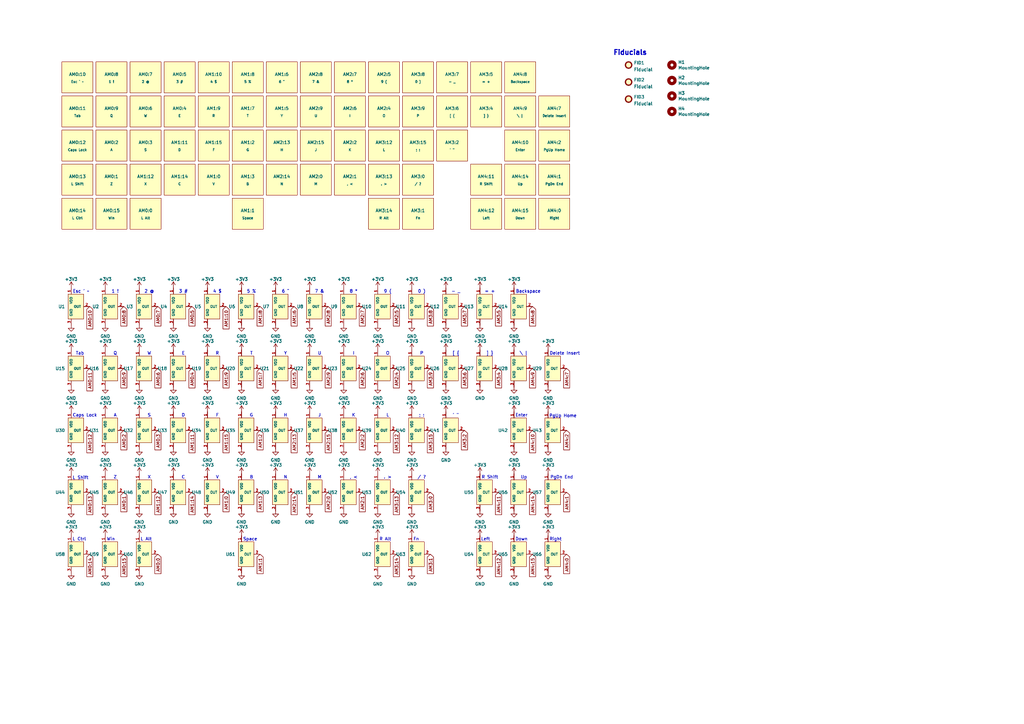
<source format=kicad_sch>
(kicad_sch (version 20231120) (generator "eeschema") (generator_version "8.0")
  (paper "A3")
  (title_block (title "Switch, Hall Sensor, and Mounting Hole") (date "2024-12-19") (rev "v1"))
  (text "L Shift" (at 33.02 196.088 0) (effects (font (size 1.27 1.27))))
  (text "L Shift" (at 33.02 196.088 0) (effects (font (size 1.27 1.27))))
  (text "L Alt" (at 59.944 221.234 0) (effects (font (size 1.27 1.27))))
  (text "L Alt" (at 59.944 221.234 0) (effects (font (size 1.27 1.27))))
  (text "= +" (at 200.914 119.634 0) (effects (font (size 1.27 1.27))))
  (text "= +" (at 200.914 119.634 0) (effects (font (size 1.27 1.27))))
  (text "Q" (at 47.244 145.034 0) (effects (font (size 1.27 1.27))))
  (text "Q" (at 47.244 145.034 0) (effects (font (size 1.27 1.27))))
  (text "B" (at 103.124 195.834 0) (effects (font (size 1.27 1.27))))
  (text "B" (at 103.124 195.834 0) (effects (font (size 1.27 1.27))))
  (text "E" (at 75.184 145.034 0) (effects (font (size 1.27 1.27))))
  (text "E" (at 75.184 145.034 0) (effects (font (size 1.27 1.27))))
  (text "Win" (at 45.466 221.234 0) (effects (font (size 1.27 1.27))))
  (text "Win" (at 45.466 221.234 0) (effects (font (size 1.27 1.27))))
  (text "1 !" (at 47.244 119.634 0) (effects (font (size 1.27 1.27))))
  (text "1 !" (at 47.244 119.634 0) (effects (font (size 1.27 1.27))))
  (text "8 *" (at 145.034 119.634 0) (effects (font (size 1.27 1.27))))
  (text "8 *" (at 145.034 119.634 0) (effects (font (size 1.27 1.27))))
  (text "Up" (at 214.884 195.834 0) (effects (font (size 1.27 1.27))))
  (text "Up" (at 214.884 195.834 0) (effects (font (size 1.27 1.27))))
  (text "Z" (at 47.244 195.834 0) (effects (font (size 1.27 1.27))))
  (text "Z" (at 47.244 195.834 0) (effects (font (size 1.27 1.27))))
  (text "' \"" (at 186.944 170.434 0) (effects (font (size 1.27 1.27))))
  (text "' \"" (at 186.944 170.434 0) (effects (font (size 1.27 1.27))))
  (text "9 (" (at 159.004 119.634 0) (effects (font (size 1.27 1.27))))
  (text "9 (" (at 159.004 119.634 0) (effects (font (size 1.27 1.27))))
  (text "Fn" (at 170.688 221.234 0) (effects (font (size 1.27 1.27))))
  (text "Fn" (at 170.688 221.234 0) (effects (font (size 1.27 1.27))))
  (text "W" (at 61.214 145.034 0) (effects (font (size 1.27 1.27))))
  (text "W" (at 61.214 145.034 0) (effects (font (size 1.27 1.27))))
  (text "] }" (at 200.914 145.034 0) (effects (font (size 1.27 1.27))))
  (text "] }" (at 200.914 145.034 0) (effects (font (size 1.27 1.27))))
  (text "X" (at 61.214 195.834 0) (effects (font (size 1.27 1.27))))
  (text "X" (at 61.214 195.834 0) (effects (font (size 1.27 1.27))))
  (text "L" (at 159.004 170.434 0) (effects (font (size 1.27 1.27))))
  (text "L" (at 159.004 170.434 0) (effects (font (size 1.27 1.27))))
  (text "A" (at 47.244 170.434 0) (effects (font (size 1.27 1.27))))
  (text "A" (at 47.244 170.434 0) (effects (font (size 1.27 1.27))))
  (text "PgUp Home" (at 230.886 170.688 0) (effects (font (size 1.27 1.27))))
  (text "PgUp Home" (at 230.886 170.688 0) (effects (font (size 1.27 1.27))))
  (text "4 $" (at 89.154 119.634 0) (effects (font (size 1.27 1.27))))
  (text "4 $" (at 89.154 119.634 0) (effects (font (size 1.27 1.27))))
  (text ", <" (at 145.034 195.834 0) (effects (font (size 1.27 1.27))))
  (text ", <" (at 145.034 195.834 0) (effects (font (size 1.27 1.27))))
  (text "PgDn End" (at 230.378 195.834 0) (effects (font (size 1.27 1.27))))
  (text "PgDn End" (at 230.378 195.834 0) (effects (font (size 1.27 1.27))))
  (text "L Ctrl" (at 32.512 221.234 0) (effects (font (size 1.27 1.27))))
  (text "L Ctrl" (at 32.512 221.234 0) (effects (font (size 1.27 1.27))))
  (text "R Alt" (at 157.988 221.234 0) (effects (font (size 1.27 1.27))))
  (text "R Alt" (at 157.988 221.234 0) (effects (font (size 1.27 1.27))))
  (text "5 %" (at 103.124 119.634 0) (effects (font (size 1.27 1.27))))
  (text "5 %" (at 103.124 119.634 0) (effects (font (size 1.27 1.27))))
  (text "; :" (at 172.974 170.434 0) (effects (font (size 1.27 1.27))))
  (text "; :" (at 172.974 170.434 0) (effects (font (size 1.27 1.27))))
  (text "T" (at 103.124 145.034 0) (effects (font (size 1.27 1.27))))
  (text "T" (at 103.124 145.034 0) (effects (font (size 1.27 1.27))))
  (text "Enter" (at 213.868 170.434 0) (effects (font (size 1.27 1.27))))
  (text "Enter" (at 213.868 170.434 0) (effects (font (size 1.27 1.27))))
  (text "Left" (at 199.136 221.234 0) (effects (font (size 1.27 1.27))))
  (text "Left" (at 199.136 221.234 0) (effects (font (size 1.27 1.27))))
  (text "V" (at 89.154 195.834 0) (effects (font (size 1.27 1.27))))
  (text "V" (at 89.154 195.834 0) (effects (font (size 1.27 1.27))))
  (text "O" (at 159.004 145.034 0) (effects (font (size 1.27 1.27))))
  (text "O" (at 159.004 145.034 0) (effects (font (size 1.27 1.27))))
  (text "Tab" (at 32.766 145.034 0) (effects (font (size 1.27 1.27))))
  (text "Tab" (at 32.766 145.034 0) (effects (font (size 1.27 1.27))))
  (text "Y" (at 117.094 145.034 0) (effects (font (size 1.27 1.27))))
  (text "Y" (at 117.094 145.034 0) (effects (font (size 1.27 1.27))))
  (text "I" (at 145.034 145.034 0) (effects (font (size 1.27 1.27))))
  (text "I" (at 145.034 145.034 0) (effects (font (size 1.27 1.27))))
  (text "F" (at 89.154 170.434 0) (effects (font (size 1.27 1.27))))
  (text "F" (at 89.154 170.434 0) (effects (font (size 1.27 1.27))))
  (text "J" (at 131.064 170.434 0) (effects (font (size 1.27 1.27))))
  (text "J" (at 131.064 170.434 0) (effects (font (size 1.27 1.27))))
  (text "D" (at 75.184 170.434 0) (effects (font (size 1.27 1.27))))
  (text "D" (at 75.184 170.434 0) (effects (font (size 1.27 1.27))))
  (text "\\ |" (at 214.884 145.034 0) (effects (font (size 1.27 1.27))))
  (text "\\ |" (at 214.884 145.034 0) (effects (font (size 1.27 1.27))))
  (text "/ ?" (at 172.974 195.834 0) (effects (font (size 1.27 1.27))))
  (text "/ ?" (at 172.974 195.834 0) (effects (font (size 1.27 1.27))))
  (text "Fiducials" (at 251.46 22.86 0) (effects (font (size 2.0066 2.0066) (thickness 0.4013) (bold yes)) (justify left bottom)))
  (text "Fiducials" (at 251.46 22.86 0) (effects (font (size 2.0066 2.0066) (thickness 0.4013) (bold yes)) (justify left bottom)))
  (text "2 @" (at 61.214 119.634 0) (effects (font (size 1.27 1.27))))
  (text "2 @" (at 61.214 119.634 0) (effects (font (size 1.27 1.27))))
  (text "R" (at 89.154 145.034 0) (effects (font (size 1.27 1.27))))
  (text "R" (at 89.154 145.034 0) (effects (font (size 1.27 1.27))))
  (text "M" (at 131.064 195.834 0) (effects (font (size 1.27 1.27))))
  (text "M" (at 131.064 195.834 0) (effects (font (size 1.27 1.27))))
  (text "Delete Insert" (at 231.648 145.034 0) (effects (font (size 1.27 1.27))))
  (text "Delete Insert" (at 231.648 145.034 0) (effects (font (size 1.27 1.27))))
  (text "Backspace" (at 216.662 119.634 0) (effects (font (size 1.27 1.27))))
  (text "Backspace" (at 216.662 119.634 0) (effects (font (size 1.27 1.27))))
  (text "Down" (at 213.868 221.234 0) (effects (font (size 1.27 1.27))))
  (text "Down" (at 213.868 221.234 0) (effects (font (size 1.27 1.27))))
  (text "R Shift" (at 200.914 195.834 0) (effects (font (size 1.27 1.27))))
  (text "R Shift" (at 200.914 195.834 0) (effects (font (size 1.27 1.27))))
  (text "Esc ' ~" (at 33.274 119.634 0) (effects (font (size 1.27 1.27))))
  (text "Esc ' ~" (at 33.274 119.634 0) (effects (font (size 1.27 1.27))))
  (text "6 ^" (at 117.094 119.634 0) (effects (font (size 1.27 1.27))))
  (text "6 ^" (at 117.094 119.634 0) (effects (font (size 1.27 1.27))))
  (text "N" (at 117.094 195.834 0) (effects (font (size 1.27 1.27))))
  (text "N" (at 117.094 195.834 0) (effects (font (size 1.27 1.27))))
  (text "K" (at 145.034 170.434 0) (effects (font (size 1.27 1.27))))
  (text "K" (at 145.034 170.434 0) (effects (font (size 1.27 1.27))))
  (text "Caps Lock" (at 34.798 170.434 0) (effects (font (size 1.27 1.27))))
  (text "Caps Lock" (at 34.798 170.434 0) (effects (font (size 1.27 1.27))))
  (text "P" (at 172.974 145.034 0) (effects (font (size 1.27 1.27))))
  (text "P" (at 172.974 145.034 0) (effects (font (size 1.27 1.27))))
  (text ". >" (at 159.004 195.834 0) (effects (font (size 1.27 1.27))))
  (text ". >" (at 159.004 195.834 0) (effects (font (size 1.27 1.27))))
  (text "[ {" (at 186.944 145.034 0) (effects (font (size 1.27 1.27))))
  (text "[ {" (at 186.944 145.034 0) (effects (font (size 1.27 1.27))))
  (text "3 #" (at 75.184 119.634 0) (effects (font (size 1.27 1.27))))
  (text "3 #" (at 75.184 119.634 0) (effects (font (size 1.27 1.27))))
  (text "Right" (at 227.838 221.234 0) (effects (font (size 1.27 1.27))))
  (text "Right" (at 227.838 221.234 0) (effects (font (size 1.27 1.27))))
  (text "7 &" (at 131.064 119.634 0) (effects (font (size 1.27 1.27))))
  (text "7 &" (at 131.064 119.634 0) (effects (font (size 1.27 1.27))))
  (text "C" (at 75.184 195.834 0) (effects (font (size 1.27 1.27))))
  (text "C" (at 75.184 195.834 0) (effects (font (size 1.27 1.27))))
  (text "S" (at 61.214 170.434 0) (effects (font (size 1.27 1.27))))
  (text "S" (at 61.214 170.434 0) (effects (font (size 1.27 1.27))))
  (text "0 )" (at 172.974 119.634 0) (effects (font (size 1.27 1.27))))
  (text "0 )" (at 172.974 119.634 0) (effects (font (size 1.27 1.27))))
  (text "- _" (at 186.944 119.634 0) (effects (font (size 1.27 1.27))))
  (text "- _" (at 186.944 119.634 0) (effects (font (size 1.27 1.27))))
  (text "G" (at 103.124 170.434 0) (effects (font (size 1.27 1.27))))
  (text "G" (at 103.124 170.434 0) (effects (font (size 1.27 1.27))))
  (text "U" (at 131.064 145.034 0) (effects (font (size 1.27 1.27))))
  (text "U" (at 131.064 145.034 0) (effects (font (size 1.27 1.27))))
  (text "Space" (at 102.616 221.234 0) (effects (font (size 1.27 1.27))))
  (text "Space" (at 102.616 221.234 0) (effects (font (size 1.27 1.27))))
  (text "H" (at 117.094 170.434 0) (effects (font (size 1.27 1.27))))
  (text "H" (at 117.094 170.434 0) (effects (font (size 1.27 1.27))))
  (global_label "AM0:7" (shape input) (at 64.77 125.73 270) (property "Intersheetrefs" "${INTERSHEET_REFS}" (effects (hide yes))))
  (global_label "AM1:6" (shape input) (at 120.65 125.73 270) (property "Intersheetrefs" "${INTERSHEET_REFS}" (effects (hide yes))))
  (global_label "AM4:11" (shape input) (at 204.47 201.93 270) (property "Intersheetrefs" "${INTERSHEET_REFS}" (effects (hide yes))))
  (global_label "AM2:2" (shape input) (at 148.59 176.53 270) (property "Intersheetrefs" "${INTERSHEET_REFS}" (effects (hide yes))))
  (global_label "AM4:9" (shape input) (at 218.44 151.13 270) (property "Intersheetrefs" "${INTERSHEET_REFS}" (effects (hide yes))))
  (global_label "AM3:13" (shape input) (at 162.56 201.93 270) (property "Intersheetrefs" "${INTERSHEET_REFS}" (effects (hide yes))))
  (global_label "AM2:7" (shape input) (at 148.59 125.73 270) (property "Intersheetrefs" "${INTERSHEET_REFS}" (effects (hide yes))))
  (global_label "AM2:14" (shape input) (at 120.65 201.93 270) (property "Intersheetrefs" "${INTERSHEET_REFS}" (effects (hide yes))))
  (global_label "AM1:9" (shape input) (at 92.71 151.13 270) (property "Intersheetrefs" "${INTERSHEET_REFS}" (effects (hide yes))))
  (global_label "AM3:14" (shape input) (at 162.56 227.33 270) (property "Intersheetrefs" "${INTERSHEET_REFS}" (effects (hide yes))))
  (global_label "AM4:10" (shape input) (at 218.44 176.53 270) (property "Intersheetrefs" "${INTERSHEET_REFS}" (effects (hide yes))))
  (global_label "AM2:0" (shape input) (at 134.62 201.93 270) (property "Intersheetrefs" "${INTERSHEET_REFS}" (effects (hide yes))))
  (global_label "AM1:1" (shape input) (at 106.68 227.33 270) (property "Intersheetrefs" "${INTERSHEET_REFS}" (effects (hide yes))))
  (global_label "AM3:0" (shape input) (at 176.53 201.93 270) (property "Intersheetrefs" "${INTERSHEET_REFS}" (effects (hide yes))))
  (global_label "AM3:9" (shape input) (at 176.53 151.13 270) (property "Intersheetrefs" "${INTERSHEET_REFS}" (effects (hide yes))))
  (global_label "AM0:5" (shape input) (at 78.74 125.73 270) (property "Intersheetrefs" "${INTERSHEET_REFS}" (effects (hide yes))))
  (global_label "AM0:3" (shape input) (at 64.77 176.53 270) (property "Intersheetrefs" "${INTERSHEET_REFS}" (effects (hide yes))))
  (global_label "AM3:12" (shape input) (at 162.56 176.53 270) (property "Intersheetrefs" "${INTERSHEET_REFS}" (effects (hide yes))))
  (global_label "AM0:14" (shape input) (at 36.83 227.33 270) (property "Intersheetrefs" "${INTERSHEET_REFS}" (effects (hide yes))))
  (global_label "AM1:7" (shape input) (at 106.68 151.13 270) (property "Intersheetrefs" "${INTERSHEET_REFS}" (effects (hide yes))))
  (global_label "AM4:7" (shape input) (at 232.41 151.13 270) (property "Intersheetrefs" "${INTERSHEET_REFS}" (effects (hide yes))))
  (global_label "AM0:7" (shape input) (at 64.77 125.73 270) (property "Intersheetrefs" "${INTERSHEET_REFS}" (effects (hide yes))))
  (global_label "AM0:11" (shape input) (at 36.83 151.13 270) (property "Intersheetrefs" "${INTERSHEET_REFS}" (effects (hide yes))))
  (global_label "AM4:15" (shape input) (at 218.44 227.33 270) (property "Intersheetrefs" "${INTERSHEET_REFS}" (effects (hide yes))))
  (global_label "AM0:2" (shape input) (at 50.8 176.53 270) (property "Intersheetrefs" "${INTERSHEET_REFS}" (effects (hide yes))))
  (global_label "AM3:1" (shape input) (at 176.53 227.33 270) (property "Intersheetrefs" "${INTERSHEET_REFS}" (effects (hide yes))))
  (global_label "AM2:13" (shape input) (at 120.65 176.53 270) (property "Intersheetrefs" "${INTERSHEET_REFS}" (effects (hide yes))))
  (global_label "AM0:0" (shape input) (at 64.77 227.33 270) (property "Intersheetrefs" "${INTERSHEET_REFS}" (effects (hide yes))))
  (global_label "AM4:8" (shape input) (at 218.44 125.73 270) (property "Intersheetrefs" "${INTERSHEET_REFS}" (effects (hide yes))))
  (global_label "AM3:15" (shape input) (at 176.53 176.53 270) (property "Intersheetrefs" "${INTERSHEET_REFS}" (effects (hide yes))))
  (global_label "AM4:10" (shape input) (at 218.44 176.53 270) (property "Intersheetrefs" "${INTERSHEET_REFS}" (effects (hide yes))))
  (global_label "AM4:9" (shape input) (at 218.44 151.13 270) (property "Intersheetrefs" "${INTERSHEET_REFS}" (effects (hide yes))))
  (global_label "AM2:4" (shape input) (at 162.56 151.13 270) (property "Intersheetrefs" "${INTERSHEET_REFS}" (effects (hide yes))))
  (global_label "AM3:9" (shape input) (at 176.53 151.13 270) (property "Intersheetrefs" "${INTERSHEET_REFS}" (effects (hide yes))))
  (global_label "AM1:12" (shape input) (at 64.77 201.93 270) (property "Intersheetrefs" "${INTERSHEET_REFS}" (effects (hide yes))))
  (global_label "AM0:15" (shape input) (at 50.8 227.33 270) (property "Intersheetrefs" "${INTERSHEET_REFS}" (effects (hide yes))))
  (global_label "AM1:15" (shape input) (at 92.71 176.53 270) (property "Intersheetrefs" "${INTERSHEET_REFS}" (effects (hide yes))))
  (global_label "AM1:9" (shape input) (at 92.71 151.13 270) (property "Intersheetrefs" "${INTERSHEET_REFS}" (effects (hide yes))))
  (global_label "AM0:9" (shape input) (at 50.8 151.13 270) (property "Intersheetrefs" "${INTERSHEET_REFS}" (effects (hide yes))))
  (global_label "AM3:2" (shape input) (at 190.5 176.53 270) (property "Intersheetrefs" "${INTERSHEET_REFS}" (effects (hide yes))))
  (global_label "AM2:13" (shape input) (at 120.65 176.53 270) (property "Intersheetrefs" "${INTERSHEET_REFS}" (effects (hide yes))))
  (global_label "AM0:1" (shape input) (at 50.8 201.93 270) (property "Intersheetrefs" "${INTERSHEET_REFS}" (effects (hide yes))))
  (global_label "AM4:14" (shape input) (at 218.44 201.93 270) (property "Intersheetrefs" "${INTERSHEET_REFS}" (effects (hide yes))))
  (global_label "AM2:15" (shape input) (at 134.62 176.53 270) (property "Intersheetrefs" "${INTERSHEET_REFS}" (effects (hide yes))))
  (global_label "AM1:5" (shape input) (at 120.65 151.13 270) (property "Intersheetrefs" "${INTERSHEET_REFS}" (effects (hide yes))))
  (global_label "AM3:0" (shape input) (at 176.53 201.93 270) (property "Intersheetrefs" "${INTERSHEET_REFS}" (effects (hide yes))))
  (global_label "AM2:14" (shape input) (at 120.65 201.93 270) (property "Intersheetrefs" "${INTERSHEET_REFS}" (effects (hide yes))))
  (global_label "AM1:11" (shape input) (at 78.74 176.53 270) (property "Intersheetrefs" "${INTERSHEET_REFS}" (effects (hide yes))))
  (global_label "AM4:0" (shape input) (at 232.41 227.33 270) (property "Intersheetrefs" "${INTERSHEET_REFS}" (effects (hide yes))))
  (global_label "AM4:11" (shape input) (at 204.47 201.93 270) (property "Intersheetrefs" "${INTERSHEET_REFS}" (effects (hide yes))))
  (global_label "AM4:8" (shape input) (at 218.44 125.73 270) (property "Intersheetrefs" "${INTERSHEET_REFS}" (effects (hide yes))))
  (global_label "AM1:7" (shape input) (at 106.68 151.13 270) (property "Intersheetrefs" "${INTERSHEET_REFS}" (effects (hide yes))))
  (global_label "AM1:12" (shape input) (at 64.77 201.93 270) (property "Intersheetrefs" "${INTERSHEET_REFS}" (effects (hide yes))))
  (global_label "AM4:1" (shape input) (at 232.41 201.93 270) (property "Intersheetrefs" "${INTERSHEET_REFS}" (effects (hide yes))))
  (global_label "AM2:8" (shape input) (at 134.62 125.73 270) (property "Intersheetrefs" "${INTERSHEET_REFS}" (effects (hide yes))))
  (global_label "AM0:4" (shape input) (at 78.74 151.13 270) (property "Intersheetrefs" "${INTERSHEET_REFS}" (effects (hide yes))))
  (global_label "AM2:5" (shape input) (at 162.56 125.73 270) (property "Intersheetrefs" "${INTERSHEET_REFS}" (effects (hide yes))))
  (global_label "AM3:2" (shape input) (at 190.5 176.53 270) (property "Intersheetrefs" "${INTERSHEET_REFS}" (effects (hide yes))))
  (global_label "AM1:14" (shape input) (at 78.74 201.93 270) (property "Intersheetrefs" "${INTERSHEET_REFS}" (effects (hide yes))))
  (global_label "AM0:1" (shape input) (at 50.8 201.93 270) (property "Intersheetrefs" "${INTERSHEET_REFS}" (effects (hide yes))))
  (global_label "AM3:6" (shape input) (at 190.5 151.13 270) (property "Intersheetrefs" "${INTERSHEET_REFS}" (effects (hide yes))))
  (global_label "AM2:6" (shape input) (at 148.59 151.13 270) (property "Intersheetrefs" "${INTERSHEET_REFS}" (effects (hide yes))))
  (global_label "AM2:4" (shape input) (at 162.56 151.13 270) (property "Intersheetrefs" "${INTERSHEET_REFS}" (effects (hide yes))))
  (global_label "AM0:11" (shape input) (at 36.83 151.13 270) (property "Intersheetrefs" "${INTERSHEET_REFS}" (effects (hide yes))))
  (global_label "AM3:4" (shape input) (at 204.47 151.13 270) (property "Intersheetrefs" "${INTERSHEET_REFS}" (effects (hide yes))))
  (global_label "AM4:1" (shape input) (at 232.41 201.93 270) (property "Intersheetrefs" "${INTERSHEET_REFS}" (effects (hide yes))))
  (global_label "AM1:3" (shape input) (at 106.68 201.93 270) (property "Intersheetrefs" "${INTERSHEET_REFS}" (effects (hide yes))))
  (global_label "AM1:2" (shape input) (at 106.68 176.53 270) (property "Intersheetrefs" "${INTERSHEET_REFS}" (effects (hide yes))))
  (global_label "AM1:11" (shape input) (at 78.74 176.53 270) (property "Intersheetrefs" "${INTERSHEET_REFS}" (effects (hide yes))))
  (global_label "AM3:13" (shape input) (at 162.56 201.93 270) (property "Intersheetrefs" "${INTERSHEET_REFS}" (effects (hide yes))))
  (global_label "AM1:8" (shape input) (at 106.68 125.73 270) (property "Intersheetrefs" "${INTERSHEET_REFS}" (effects (hide yes))))
  (global_label "AM1:10" (shape input) (at 92.71 125.73 270) (property "Intersheetrefs" "${INTERSHEET_REFS}" (effects (hide yes))))
  (global_label "AM1:10" (shape input) (at 92.71 125.73 270) (property "Intersheetrefs" "${INTERSHEET_REFS}" (effects (hide yes))))
  (global_label "AM0:10" (shape input) (at 36.83 125.73 270) (property "Intersheetrefs" "${INTERSHEET_REFS}" (effects (hide yes))))
  (global_label "AM3:7" (shape input) (at 190.5 125.73 270) (property "Intersheetrefs" "${INTERSHEET_REFS}" (effects (hide yes))))
  (global_label "AM1:3" (shape input) (at 106.68 201.93 270) (property "Intersheetrefs" "${INTERSHEET_REFS}" (effects (hide yes))))
  (global_label "AM2:15" (shape input) (at 134.62 176.53 270) (property "Intersheetrefs" "${INTERSHEET_REFS}" (effects (hide yes))))
  (global_label "AM3:5" (shape input) (at 204.47 125.73 270) (property "Intersheetrefs" "${INTERSHEET_REFS}" (effects (hide yes))))
  (global_label "AM0:6" (shape input) (at 64.77 151.13 270) (property "Intersheetrefs" "${INTERSHEET_REFS}" (effects (hide yes))))
  (global_label "AM1:5" (shape input) (at 120.65 151.13 270) (property "Intersheetrefs" "${INTERSHEET_REFS}" (effects (hide yes))))
  (global_label "AM2:5" (shape input) (at 162.56 125.73 270) (property "Intersheetrefs" "${INTERSHEET_REFS}" (effects (hide yes))))
  (global_label "AM0:9" (shape input) (at 50.8 151.13 270) (property "Intersheetrefs" "${INTERSHEET_REFS}" (effects (hide yes))))
  (global_label "AM2:8" (shape input) (at 134.62 125.73 270) (property "Intersheetrefs" "${INTERSHEET_REFS}" (effects (hide yes))))
  (global_label "AM1:2" (shape input) (at 106.68 176.53 270) (property "Intersheetrefs" "${INTERSHEET_REFS}" (effects (hide yes))))
  (global_label "AM0:14" (shape input) (at 36.83 227.33 270) (property "Intersheetrefs" "${INTERSHEET_REFS}" (effects (hide yes))))
  (global_label "AM1:6" (shape input) (at 120.65 125.73 270) (property "Intersheetrefs" "${INTERSHEET_REFS}" (effects (hide yes))))
  (global_label "AM0:10" (shape input) (at 36.83 125.73 270) (property "Intersheetrefs" "${INTERSHEET_REFS}" (effects (hide yes))))
  (global_label "AM0:15" (shape input) (at 50.8 227.33 270) (property "Intersheetrefs" "${INTERSHEET_REFS}" (effects (hide yes))))
  (global_label "AM4:7" (shape input) (at 232.41 151.13 270) (property "Intersheetrefs" "${INTERSHEET_REFS}" (effects (hide yes))))
  (global_label "AM2:1" (shape input) (at 148.59 201.93 270) (property "Intersheetrefs" "${INTERSHEET_REFS}" (effects (hide yes))))
  (global_label "AM3:15" (shape input) (at 176.53 176.53 270) (property "Intersheetrefs" "${INTERSHEET_REFS}" (effects (hide yes))))
  (global_label "AM4:14" (shape input) (at 218.44 201.93 270) (property "Intersheetrefs" "${INTERSHEET_REFS}" (effects (hide yes))))
  (global_label "AM2:2" (shape input) (at 148.59 176.53 270) (property "Intersheetrefs" "${INTERSHEET_REFS}" (effects (hide yes))))
  (global_label "AM3:8" (shape input) (at 176.53 125.73 270) (property "Intersheetrefs" "${INTERSHEET_REFS}" (effects (hide yes))))
  (global_label "AM0:3" (shape input) (at 64.77 176.53 270) (property "Intersheetrefs" "${INTERSHEET_REFS}" (effects (hide yes))))
  (global_label "AM2:0" (shape input) (at 134.62 201.93 270) (property "Intersheetrefs" "${INTERSHEET_REFS}" (effects (hide yes))))
  (global_label "AM0:8" (shape input) (at 50.8 125.73 270) (property "Intersheetrefs" "${INTERSHEET_REFS}" (effects (hide yes))))
  (global_label "AM0:4" (shape input) (at 78.74 151.13 270) (property "Intersheetrefs" "${INTERSHEET_REFS}" (effects (hide yes))))
  (global_label "AM3:14" (shape input) (at 162.56 227.33 270) (property "Intersheetrefs" "${INTERSHEET_REFS}" (effects (hide yes))))
  (global_label "AM1:1" (shape input) (at 106.68 227.33 270) (property "Intersheetrefs" "${INTERSHEET_REFS}" (effects (hide yes))))
  (global_label "AM4:2" (shape input) (at 232.41 176.53 270) (property "Intersheetrefs" "${INTERSHEET_REFS}" (effects (hide yes))))
  (global_label "AM4:12" (shape input) (at 204.47 227.33 270) (property "Intersheetrefs" "${INTERSHEET_REFS}" (effects (hide yes))))
  (global_label "AM3:6" (shape input) (at 190.5 151.13 270) (property "Intersheetrefs" "${INTERSHEET_REFS}" (effects (hide yes))))
  (global_label "AM0:5" (shape input) (at 78.74 125.73 270) (property "Intersheetrefs" "${INTERSHEET_REFS}" (effects (hide yes))))
  (global_label "AM0:6" (shape input) (at 64.77 151.13 270) (property "Intersheetrefs" "${INTERSHEET_REFS}" (effects (hide yes))))
  (global_label "AM0:12" (shape input) (at 36.83 176.53 270) (property "Intersheetrefs" "${INTERSHEET_REFS}" (effects (hide yes))))
  (global_label "AM3:1" (shape input) (at 176.53 227.33 270) (property "Intersheetrefs" "${INTERSHEET_REFS}" (effects (hide yes))))
  (global_label "AM2:6" (shape input) (at 148.59 151.13 270) (property "Intersheetrefs" "${INTERSHEET_REFS}" (effects (hide yes))))
  (global_label "AM4:12" (shape input) (at 204.47 227.33 270) (property "Intersheetrefs" "${INTERSHEET_REFS}" (effects (hide yes))))
  (global_label "AM4:15" (shape input) (at 218.44 227.33 270) (property "Intersheetrefs" "${INTERSHEET_REFS}" (effects (hide yes))))
  (global_label "AM1:14" (shape input) (at 78.74 201.93 270) (property "Intersheetrefs" "${INTERSHEET_REFS}" (effects (hide yes))))
  (global_label "AM2:7" (shape input) (at 148.59 125.73 270) (property "Intersheetrefs" "${INTERSHEET_REFS}" (effects (hide yes))))
  (global_label "AM0:8" (shape input) (at 50.8 125.73 270) (property "Intersheetrefs" "${INTERSHEET_REFS}" (effects (hide yes))))
  (global_label "AM1:0" (shape input) (at 92.71 201.93 270) (property "Intersheetrefs" "${INTERSHEET_REFS}" (effects (hide yes))))
  (global_label "AM1:0" (shape input) (at 92.71 201.93 270) (property "Intersheetrefs" "${INTERSHEET_REFS}" (effects (hide yes))))
  (global_label "AM2:9" (shape input) (at 134.62 151.13 270) (property "Intersheetrefs" "${INTERSHEET_REFS}" (effects (hide yes))))
  (global_label "AM1:15" (shape input) (at 92.71 176.53 270) (property "Intersheetrefs" "${INTERSHEET_REFS}" (effects (hide yes))))
  (global_label "AM4:0" (shape input) (at 232.41 227.33 270) (property "Intersheetrefs" "${INTERSHEET_REFS}" (effects (hide yes))))
  (global_label "AM0:0" (shape input) (at 64.77 227.33 270) (property "Intersheetrefs" "${INTERSHEET_REFS}" (effects (hide yes))))
  (global_label "AM3:12" (shape input) (at 162.56 176.53 270) (property "Intersheetrefs" "${INTERSHEET_REFS}" (effects (hide yes))))
  (global_label "AM0:2" (shape input) (at 50.8 176.53 270) (property "Intersheetrefs" "${INTERSHEET_REFS}" (effects (hide yes))))
  (global_label "AM4:2" (shape input) (at 232.41 176.53 270) (property "Intersheetrefs" "${INTERSHEET_REFS}" (effects (hide yes))))
  (global_label "AM2:1" (shape input) (at 148.59 201.93 270) (property "Intersheetrefs" "${INTERSHEET_REFS}" (effects (hide yes))))
  (global_label "AM2:9" (shape input) (at 134.62 151.13 270) (property "Intersheetrefs" "${INTERSHEET_REFS}" (effects (hide yes))))
  (global_label "AM3:8" (shape input) (at 176.53 125.73 270) (property "Intersheetrefs" "${INTERSHEET_REFS}" (effects (hide yes))))
  (global_label "AM3:4" (shape input) (at 204.47 151.13 270) (property "Intersheetrefs" "${INTERSHEET_REFS}" (effects (hide yes))))
  (global_label "AM0:12" (shape input) (at 36.83 176.53 270) (property "Intersheetrefs" "${INTERSHEET_REFS}" (effects (hide yes))))
  (global_label "AM0:13" (shape input) (at 36.83 201.93 270) (property "Intersheetrefs" "${INTERSHEET_REFS}" (effects (hide yes))))
  (global_label "AM3:5" (shape input) (at 204.47 125.73 270) (property "Intersheetrefs" "${INTERSHEET_REFS}" (effects (hide yes))))
  (global_label "AM1:8" (shape input) (at 106.68 125.73 270) (property "Intersheetrefs" "${INTERSHEET_REFS}" (effects (hide yes))))
  (global_label "AM0:13" (shape input) (at 36.83 201.93 270) (property "Intersheetrefs" "${INTERSHEET_REFS}" (effects (hide yes))))
  (global_label "AM3:7" (shape input) (at 190.5 125.73 270) (property "Intersheetrefs" "${INTERSHEET_REFS}" (effects (hide yes))))
  (symbol (lib_id "voidswitch:VoidSwitch") (at 45.72 87.63 0) (unit 1) (in_bom no)
    (property "Reference" "AM0:15" (at 45.72 86.36 0))
    (property "Value" "Win" (at 45.72 89.408 0) (effects (font (size 0.9906 0.9906))))
    (property "Footprint" "HE_Keyswitch:MX_Gateron_HE_1.25u" (effects (hide yes)))
    (property "Description" "Symbol placeholder for the VoidSwitch footprints so they don't accidentally get removed" (effects (hide yes)))
    (property "NOTE" "Replace \"AM0:0\" with the actual MUX pin" (effects (hide yes)))
  )
  (symbol (lib_id "power:GND") (at 224.79 158.75 0) (unit 1)
    (property "Reference" "#PWR082" (effects (hide yes)))
    (property "Value" "GND" (at 224.79 163.3125 0))
  )
  (symbol (lib_id "power:GND") (at 99.06 209.55 0) (unit 1)
    (property "Reference" "#PWR0130" (effects (hide yes)))
    (property "Value" "GND" (at 99.06 214.1125 0))
  )
  (symbol (lib_id "voidswitch:VoidSwitch") (at 59.69 45.72 0) (unit 1) (in_bom no)
    (property "Reference" "AM0:6" (at 59.69 44.45 0))
    (property "Value" "W" (at 59.69 47.498 0) (effects (font (size 0.9906 0.9906))))
    (property "Footprint" "HE_Keyswitch:MX_Gateron_HE_1u" (effects (hide yes)))
    (property "Description" "Symbol placeholder for the VoidSwitch footprints so they don't accidentally get removed" (effects (hide yes)))
    (property "NOTE" "Replace \"AM0:0\" with the actual MUX pin" (effects (hide yes)))
  )
  (symbol (lib_id "power:GND") (at 196.85 133.35 0) (unit 1)
    (property "Reference" "#PWR051" (effects (hide yes)))
    (property "Value" "GND" (at 196.85 137.9125 0))
  )
  (symbol (lib_id "voidswitch:VoidSwitch") (at 59.69 73.66 0) (unit 1) (in_bom no)
    (property "Reference" "AM1:12" (at 59.69 72.39 0))
    (property "Value" "X" (at 59.69 75.438 0) (effects (font (size 0.9906 0.9906))))
    (property "Footprint" "HE_Keyswitch:MX_Gateron_HE_1u" (effects (hide yes)))
    (property "Description" "Symbol placeholder for the VoidSwitch footprints so they don't accidentally get removed" (effects (hide yes)))
    (property "NOTE" "Replace \"AM0:0\" with the actual MUX pin" (effects (hide yes)))
  )
  (symbol (lib_id "49e:Hall_Sensor") (at 87.63 201.93 0) (unit 1)
    (property "Reference" "U48" (at 82.55 201.9299 0) (effects (justify right)))
    (property "Value" "Hall_Sensor" (effects (hide yes)))
    (property "Footprint" "Package_TO_SOT_SMD:SOT-23" (effects (hide yes)))
    (property "Description" "3-pin Linear Hall Effect Sensor" (effects (hide yes)))
    (property "LCSC Part" "C266230" (effects (hide yes)))
    (property "MPN" "GH39FKSW" (effects (hide yes)))
    (property "Notes" "Alternate part: OH49E-S (C85573)" (effects (hide yes)))
  )
  (symbol (lib_id "Mechanical:MountingHole") (at 275.59 45.72 0) (unit 1)
    (property "Reference" "H4" (at 278.13 44.5516 0) (effects (justify left)))
    (property "Value" "MountingHole" (at 278.13 46.863 0) (effects (justify left)))
    (property "Footprint" "MountingHole:MountingHole_3.2mm_M3_Pad" (effects (hide yes)))
  )
  (symbol (lib_id "power:+3.3V") (at 182.88 143.51 0) (unit 1)
    (property "Reference" "#PWR064" (effects (hide yes)))
    (property "Value" "+3V3" (at 182.88 139.9055 0))
  )
  (symbol (lib_id "49e:Hall_Sensor") (at 45.72 201.93 0) (unit 1)
    (property "Reference" "U45" (at 40.64 201.9299 0) (effects (justify right)))
    (property "Value" "Hall_Sensor" (effects (hide yes)))
    (property "Footprint" "Package_TO_SOT_SMD:SOT-23" (effects (hide yes)))
    (property "Description" "3-pin Linear Hall Effect Sensor" (effects (hide yes)))
    (property "LCSC Part" "C266230" (effects (hide yes)))
    (property "MPN" "GH39FKSW" (effects (hide yes)))
    (property "Notes" "Alternate part: OH49E-S (C85573)" (effects (hide yes)))
  )
  (symbol (lib_id "power:GND") (at 43.18 209.55 0) (unit 1)
    (property "Reference" "#PWR0126" (effects (hide yes)))
    (property "Value" "GND" (at 43.18 214.1125 0))
  )
  (symbol (lib_id "power:+3.3V") (at 43.18 118.11 0) (unit 1)
    (property "Reference" "#PWR026" (effects (hide yes)))
    (property "Value" "+3V3" (at 43.18 114.5055 0))
  )
  (symbol (lib_id "Mechanical:Fiducial") (at 257.81 26.67 0) (unit 1)
    (property "Reference" "FID1" (at 259.969 25.7615 0) (effects (justify left)))
    (property "Value" "Fiducial" (at 259.969 28.5366 0) (effects (justify left)))
    (property "Footprint" "Fiducial:Fiducial_1mm_Mask2mm" (effects (hide yes)))
  )
  (symbol (lib_id "power:+3.3V") (at 71.12 118.11 0) (unit 1)
    (property "Reference" "#PWR028" (effects (hide yes)))
    (property "Value" "+3V3" (at 71.12 114.5055 0))
  )
  (symbol (lib_id "power:GND") (at 43.18 184.15 0) (unit 1)
    (property "Reference" "#PWR098" (effects (hide yes)))
    (property "Value" "GND" (at 43.18 188.7125 0))
  )
  (symbol (lib_id "voidswitch:VoidSwitch") (at 73.66 59.69 0) (unit 1) (in_bom no)
    (property "Reference" "AM1:11" (at 73.66 58.42 0))
    (property "Value" "D" (at 73.66 61.468 0) (effects (font (size 0.9906 0.9906))))
    (property "Footprint" "HE_Keyswitch:MX_Gateron_HE_1u" (effects (hide yes)))
    (property "Description" "Symbol placeholder for the VoidSwitch footprints so they don't accidentally get removed" (effects (hide yes)))
    (property "NOTE" "Replace \"AM0:0\" with the actual MUX pin" (effects (hide yes)))
  )
  (symbol (lib_id "49e:Hall_Sensor") (at 59.69 201.93 0) (unit 1)
    (property "Reference" "U46" (at 54.61 201.9299 0) (effects (justify right)))
    (property "Value" "Hall_Sensor" (effects (hide yes)))
    (property "Footprint" "Package_TO_SOT_SMD:SOT-23" (effects (hide yes)))
    (property "Description" "3-pin Linear Hall Effect Sensor" (effects (hide yes)))
    (property "LCSC Part" "C266230" (effects (hide yes)))
    (property "MPN" "GH39FKSW" (effects (hide yes)))
    (property "Notes" "Alternate part: OH49E-S (C85573)" (effects (hide yes)))
  )
  (symbol (lib_id "voidswitch:VoidSwitch") (at 143.51 31.75 0) (unit 1) (in_bom no)
    (property "Reference" "AM2:7" (at 143.51 30.48 0))
    (property "Value" "8 *" (at 143.51 33.528 0) (effects (font (size 0.9906 0.9906))))
    (property "Footprint" "HE_Keyswitch:MX_Gateron_HE_1u" (effects (hide yes)))
    (property "Description" "Symbol placeholder for the VoidSwitch footprints so they don't accidentally get removed" (effects (hide yes)))
    (property "NOTE" "Replace \"AM0:0\" with the actual MUX pin" (effects (hide yes)))
  )
  (symbol (lib_id "power:GND") (at 113.03 158.75 0) (unit 1)
    (property "Reference" "#PWR074" (effects (hide yes)))
    (property "Value" "GND" (at 113.03 163.3125 0))
  )
  (symbol (lib_id "49e:Hall_Sensor") (at 73.66 176.53 0) (unit 1)
    (property "Reference" "U33" (at 68.58 176.5299 0) (effects (justify right)))
    (property "Value" "Hall_Sensor" (effects (hide yes)))
    (property "Footprint" "Package_TO_SOT_SMD:SOT-23" (effects (hide yes)))
    (property "Description" "3-pin Linear Hall Effect Sensor" (effects (hide yes)))
    (property "LCSC Part" "C266230" (effects (hide yes)))
    (property "MPN" "GH39FKSW" (effects (hide yes)))
    (property "Notes" "Alternate part: OH49E-S (C85573)" (effects (hide yes)))
  )
  (symbol (lib_id "power:GND") (at 99.06 133.35 0) (unit 1)
    (property "Reference" "#PWR044" (effects (hide yes)))
    (property "Value" "GND" (at 99.06 137.9125 0))
  )
  (symbol (lib_id "voidswitch:VoidSwitch") (at 227.33 59.69 0) (unit 1) (in_bom no)
    (property "Reference" "AM4:2" (at 227.33 58.42 0))
    (property "Value" "PgUp Home" (at 227.33 61.468 0) (effects (font (size 0.9906 0.9906))))
    (property "Footprint" "HE_Keyswitch:MX_Gateron_HE_1u" (effects (hide yes)))
    (property "Description" "Symbol placeholder for the VoidSwitch footprints so they don't accidentally get removed" (effects (hide yes)))
    (property "NOTE" "Replace \"AM0:0\" with the actual MUX pin" (effects (hide yes)))
  )
  (symbol (lib_id "voidswitch:VoidSwitch") (at 45.72 45.72 0) (unit 1) (in_bom no)
    (property "Reference" "AM0:9" (at 45.72 44.45 0))
    (property "Value" "Q" (at 45.72 47.498 0) (effects (font (size 0.9906 0.9906))))
    (property "Footprint" "HE_Keyswitch:MX_Gateron_HE_1u" (effects (hide yes)))
    (property "Description" "Symbol placeholder for the VoidSwitch footprints so they don't accidentally get removed" (effects (hide yes)))
    (property "NOTE" "Replace \"AM0:0\" with the actual MUX pin" (effects (hide yes)))
  )
  (symbol (lib_id "power:+3.3V") (at 210.82 168.91 0) (unit 1)
    (property "Reference" "#PWR095" (effects (hide yes)))
    (property "Value" "+3V3" (at 210.82 165.3055 0))
  )
  (symbol (lib_id "power:GND") (at 43.18 133.35 0) (unit 1)
    (property "Reference" "#PWR040" (effects (hide yes)))
    (property "Value" "GND" (at 43.18 137.9125 0))
  )
  (symbol (lib_id "voidswitch:VoidSwitch") (at 87.63 59.69 0) (unit 1) (in_bom no)
    (property "Reference" "AM1:15" (at 87.63 58.42 0))
    (property "Value" "F" (at 87.63 61.468 0) (effects (font (size 0.9906 0.9906))))
    (property "Footprint" "HE_Keyswitch:MX_Gateron_HE_1u" (effects (hide yes)))
    (property "Description" "Symbol placeholder for the VoidSwitch footprints so they don't accidentally get removed" (effects (hide yes)))
    (property "NOTE" "Replace \"AM0:0\" with the actual MUX pin" (effects (hide yes)))
  )
  (symbol (lib_id "49e:Hall_Sensor") (at 115.57 201.93 0) (unit 1)
    (property "Reference" "U50" (at 110.49 201.9299 0) (effects (justify right)))
    (property "Value" "Hall_Sensor" (effects (hide yes)))
    (property "Footprint" "Package_TO_SOT_SMD:SOT-23" (effects (hide yes)))
    (property "Description" "3-pin Linear Hall Effect Sensor" (effects (hide yes)))
    (property "LCSC Part" "C266230" (effects (hide yes)))
    (property "MPN" "GH39FKSW" (effects (hide yes)))
    (property "Notes" "Alternate part: OH49E-S (C85573)" (effects (hide yes)))
  )
  (symbol (lib_id "voidswitch:VoidSwitch") (at 199.39 87.63 0) (unit 1) (in_bom no)
    (property "Reference" "AM4:12" (at 199.39 86.36 0))
    (property "Value" "Left" (at 199.39 89.408 0) (effects (font (size 0.9906 0.9906))))
    (property "Footprint" "HE_Keyswitch:MX_Gateron_HE_1u" (effects (hide yes)))
    (property "Description" "Symbol placeholder for the VoidSwitch footprints so they don't accidentally get removed" (effects (hide yes)))
    (property "NOTE" "Replace \"AM0:0\" with the actual MUX pin" (effects (hide yes)))
  )
  (symbol (lib_id "49e:Hall_Sensor") (at 115.57 125.73 0) (unit 1)
    (property "Reference" "U7" (at 110.49 125.7299 0) (effects (justify right)))
    (property "Value" "Hall_Sensor" (effects (hide yes)))
    (property "Footprint" "Package_TO_SOT_SMD:SOT-23" (effects (hide yes)))
    (property "Description" "3-pin Linear Hall Effect Sensor" (effects (hide yes)))
    (property "LCSC Part" "C266230" (effects (hide yes)))
    (property "MPN" "GH39FKSW" (effects (hide yes)))
    (property "Notes" "Alternate part: OH49E-S (C85573)" (effects (hide yes)))
  )
  (symbol (lib_id "49e:Hall_Sensor") (at 45.72 125.73 0) (unit 1)
    (property "Reference" "U2" (at 40.64 125.7299 0) (effects (justify right)))
    (property "Value" "Hall_Sensor" (effects (hide yes)))
    (property "Footprint" "Package_TO_SOT_SMD:SOT-23" (effects (hide yes)))
    (property "Description" "3-pin Linear Hall Effect Sensor" (effects (hide yes)))
    (property "LCSC Part" "C266230" (effects (hide yes)))
    (property "MPN" "GH39FKSW" (effects (hide yes)))
    (property "Notes" "Alternate part: OH49E-S (C85573)" (effects (hide yes)))
  )
  (symbol (lib_id "voidswitch:VoidSwitch") (at 213.36 59.69 0) (unit 1) (in_bom no)
    (property "Reference" "AM4:10" (at 213.36 58.42 0))
    (property "Value" "Enter" (at 213.36 61.468 0) (effects (font (size 0.9906 0.9906))))
    (property "Footprint" "HE_Keyswitch:MX_Gateron_HE_2.25u_Stab" (effects (hide yes)))
    (property "Description" "Symbol placeholder for the VoidSwitch footprints so they don't accidentally get removed" (effects (hide yes)))
    (property "NOTE" "Replace \"AM0:0\" with the actual MUX pin" (effects (hide yes)))
  )
  (symbol (lib_id "power:GND") (at 168.91 158.75 0) (unit 1)
    (property "Reference" "#PWR078" (effects (hide yes)))
    (property "Value" "GND" (at 168.91 163.3125 0))
  )
  (symbol (lib_id "voidswitch:VoidSwitch") (at 59.69 31.75 0) (unit 1) (in_bom no)
    (property "Reference" "AM0:7" (at 59.69 30.48 0))
    (property "Value" "2 @" (at 59.69 33.528 0) (effects (font (size 0.9906 0.9906))))
    (property "Footprint" "HE_Keyswitch:MX_Gateron_HE_1u" (effects (hide yes)))
    (property "Description" "Symbol placeholder for the VoidSwitch footprints so they don't accidentally get removed" (effects (hide yes)))
    (property "NOTE" "Replace \"AM0:0\" with the actual MUX pin" (effects (hide yes)))
  )
  (symbol (lib_id "49e:Hall_Sensor") (at 213.36 125.73 0) (unit 1)
    (property "Reference" "U14" (at 208.28 125.7299 0) (effects (justify right)))
    (property "Value" "Hall_Sensor" (effects (hide yes)))
    (property "Footprint" "Package_TO_SOT_SMD:SOT-23" (effects (hide yes)))
    (property "Description" "3-pin Linear Hall Effect Sensor" (effects (hide yes)))
    (property "LCSC Part" "C266230" (effects (hide yes)))
    (property "MPN" "GH39FKSW" (effects (hide yes)))
    (property "Notes" "Alternate part: OH49E-S (C85573)" (effects (hide yes)))
  )
  (symbol (lib_id "power:GND") (at 140.97 133.35 0) (unit 1)
    (property "Reference" "#PWR047" (effects (hide yes)))
    (property "Value" "GND" (at 140.97 137.9125 0))
  )
  (symbol (lib_id "49e:Hall_Sensor") (at 213.36 227.33 0) (unit 1)
    (property "Reference" "U65" (at 208.28 227.3299 0) (effects (justify right)))
    (property "Value" "Hall_Sensor" (effects (hide yes)))
    (property "Footprint" "Package_TO_SOT_SMD:SOT-23" (effects (hide yes)))
    (property "Description" "3-pin Linear Hall Effect Sensor" (effects (hide yes)))
    (property "LCSC Part" "C266230" (effects (hide yes)))
    (property "MPN" "GH39FKSW" (effects (hide yes)))
    (property "Notes" "Alternate part: OH49E-S (C85573)" (effects (hide yes)))
  )
  (symbol (lib_id "voidswitch:VoidSwitch") (at 227.33 59.69 0) (unit 1) (in_bom no)
    (property "Reference" "AM4:2" (at 227.33 58.42 0))
    (property "Value" "PgUp Home" (at 227.33 61.468 0) (effects (font (size 0.9906 0.9906))))
    (property "Footprint" "HE_Keyswitch:MX_Gateron_HE_1u" (effects (hide yes)))
    (property "Description" "Symbol placeholder for the VoidSwitch footprints so they don't accidentally get removed" (effects (hide yes)))
    (property "NOTE" "Replace \"AM0:0\" with the actual MUX pin" (effects (hide yes)))
  )
  (symbol (lib_id "power:+3.3V") (at 182.88 118.11 0) (unit 1)
    (property "Reference" "#PWR036" (effects (hide yes)))
    (property "Value" "+3V3" (at 182.88 114.5055 0))
  )
  (symbol (lib_id "voidswitch:VoidSwitch") (at 157.48 45.72 0) (unit 1) (in_bom no)
    (property "Reference" "AM2:4" (at 157.48 44.45 0))
    (property "Value" "O" (at 157.48 47.498 0) (effects (font (size 0.9906 0.9906))))
    (property "Footprint" "HE_Keyswitch:MX_Gateron_HE_1u" (effects (hide yes)))
    (property "Description" "Symbol placeholder for the VoidSwitch footprints so they don't accidentally get removed" (effects (hide yes)))
    (property "NOTE" "Replace \"AM0:0\" with the actual MUX pin" (effects (hide yes)))
  )
  (symbol (lib_id "Mechanical:MountingHole") (at 275.59 33.02 0) (unit 1)
    (property "Reference" "H2" (at 278.13 31.8516 0) (effects (justify left)))
    (property "Value" "MountingHole" (at 278.13 34.163 0) (effects (justify left)))
    (property "Footprint" "MountingHole:MountingHole_3.2mm_M3_Pad" (effects (hide yes)))
  )
  (symbol (lib_id "power:+3.3V") (at 113.03 168.91 0) (unit 1)
    (property "Reference" "#PWR089" (effects (hide yes)))
    (property "Value" "+3V3" (at 113.03 165.3055 0))
  )
  (symbol (lib_id "voidswitch:VoidSwitch") (at 59.69 45.72 0) (unit 1) (in_bom no)
    (property "Reference" "AM0:6" (at 59.69 44.45 0))
    (property "Value" "W" (at 59.69 47.498 0) (effects (font (size 0.9906 0.9906))))
    (property "Footprint" "HE_Keyswitch:MX_Gateron_HE_1u" (effects (hide yes)))
    (property "Description" "Symbol placeholder for the VoidSwitch footprints so they don't accidentally get removed" (effects (hide yes)))
    (property "NOTE" "Replace \"AM0:0\" with the actual MUX pin" (effects (hide yes)))
  )
  (symbol (lib_id "voidswitch:VoidSwitch") (at 199.39 31.75 0) (unit 1) (in_bom no)
    (property "Reference" "AM3:5" (at 199.39 30.48 0))
    (property "Value" "= +" (at 199.39 33.528 0) (effects (font (size 0.9906 0.9906))))
    (property "Footprint" "HE_Keyswitch:MX_Gateron_HE_1u" (effects (hide yes)))
    (property "Description" "Symbol placeholder for the VoidSwitch footprints so they don't accidentally get removed" (effects (hide yes)))
    (property "NOTE" "Replace \"AM0:0\" with the actual MUX pin" (effects (hide yes)))
  )
  (symbol (lib_id "power:GND") (at 127 158.75 0) (unit 1)
    (property "Reference" "#PWR075" (effects (hide yes)))
    (property "Value" "GND" (at 127 163.3125 0))
  )
  (symbol (lib_id "voidswitch:VoidSwitch") (at 73.66 31.75 0) (unit 1) (in_bom no)
    (property "Reference" "AM0:5" (at 73.66 30.48 0))
    (property "Value" "3 #" (at 73.66 33.528 0) (effects (font (size 0.9906 0.9906))))
    (property "Footprint" "HE_Keyswitch:MX_Gateron_HE_1u" (effects (hide yes)))
    (property "Description" "Symbol placeholder for the VoidSwitch footprints so they don't accidentally get removed" (effects (hide yes)))
    (property "NOTE" "Replace \"AM0:0\" with the actual MUX pin" (effects (hide yes)))
  )
  (symbol (lib_id "power:GND") (at 29.21 133.35 0) (unit 1)
    (property "Reference" "#PWR039" (effects (hide yes)))
    (property "Value" "GND" (at 29.21 137.9125 0))
  )
  (symbol (lib_id "power:GND") (at 71.12 158.75 0) (unit 1)
    (property "Reference" "#PWR071" (effects (hide yes)))
    (property "Value" "GND" (at 71.12 163.3125 0))
  )
  (symbol (lib_id "power:GND") (at 113.03 184.15 0) (unit 1)
    (property "Reference" "#PWR0103" (effects (hide yes)))
    (property "Value" "GND" (at 113.03 188.7125 0))
  )
  (symbol (lib_id "49e:Hall_Sensor") (at 87.63 125.73 0) (unit 1)
    (property "Reference" "U5" (at 82.55 125.7299 0) (effects (justify right)))
    (property "Value" "Hall_Sensor" (effects (hide yes)))
    (property "Footprint" "Package_TO_SOT_SMD:SOT-23" (effects (hide yes)))
    (property "Description" "3-pin Linear Hall Effect Sensor" (effects (hide yes)))
    (property "LCSC Part" "C266230" (effects (hide yes)))
    (property "MPN" "GH39FKSW" (effects (hide yes)))
    (property "Notes" "Alternate part: OH49E-S (C85573)" (effects (hide yes)))
  )
  (symbol (lib_id "49e:Hall_Sensor") (at 199.39 201.93 0) (unit 1)
    (property "Reference" "U55" (at 194.31 201.9299 0) (effects (justify right)))
    (property "Value" "Hall_Sensor" (effects (hide yes)))
    (property "Footprint" "Package_TO_SOT_SMD:SOT-23" (effects (hide yes)))
    (property "Description" "3-pin Linear Hall Effect Sensor" (effects (hide yes)))
    (property "LCSC Part" "C266230" (effects (hide yes)))
    (property "MPN" "GH39FKSW" (effects (hide yes)))
    (property "Notes" "Alternate part: OH49E-S (C85573)" (effects (hide yes)))
  )
  (symbol (lib_id "49e:Hall_Sensor") (at 73.66 151.13 0) (unit 1)
    (property "Reference" "U18" (at 68.58 151.1299 0) (effects (justify right)))
    (property "Value" "Hall_Sensor" (effects (hide yes)))
    (property "Footprint" "Package_TO_SOT_SMD:SOT-23" (effects (hide yes)))
    (property "Description" "3-pin Linear Hall Effect Sensor" (effects (hide yes)))
    (property "LCSC Part" "C266230" (effects (hide yes)))
    (property "MPN" "GH39FKSW" (effects (hide yes)))
    (property "Notes" "Alternate part: OH49E-S (C85573)" (effects (hide yes)))
  )
  (symbol (lib_id "voidswitch:VoidSwitch") (at 213.36 45.72 0) (unit 1) (in_bom no)
    (property "Reference" "AM4:9" (at 213.36 44.45 0))
    (property "Value" "\\ |" (at 213.36 47.498 0) (effects (font (size 0.9906 0.9906))))
    (property "Footprint" "HE_Keyswitch:MX_Gateron_HE_1.5u" (effects (hide yes)))
    (property "Description" "Symbol placeholder for the VoidSwitch footprints so they don't accidentally get removed" (effects (hide yes)))
    (property "NOTE" "Replace \"AM0:0\" with the actual MUX pin" (effects (hide yes)))
  )
  (symbol (lib_id "voidswitch:VoidSwitch") (at 73.66 45.72 0) (unit 1) (in_bom no)
    (property "Reference" "AM0:4" (at 73.66 44.45 0))
    (property "Value" "E" (at 73.66 47.498 0) (effects (font (size 0.9906 0.9906))))
    (property "Footprint" "HE_Keyswitch:MX_Gateron_HE_1u" (effects (hide yes)))
    (property "Description" "Symbol placeholder for the VoidSwitch footprints so they don't accidentally get removed" (effects (hide yes)))
    (property "NOTE" "Replace \"AM0:0\" with the actual MUX pin" (effects (hide yes)))
  )
  (symbol (lib_id "voidswitch:VoidSwitch") (at 227.33 87.63 0) (unit 1) (in_bom no)
    (property "Reference" "AM4:0" (at 227.33 86.36 0))
    (property "Value" "Right" (at 227.33 89.408 0) (effects (font (size 0.9906 0.9906))))
    (property "Footprint" "HE_Keyswitch:MX_Gateron_HE_1u" (effects (hide yes)))
    (property "Description" "Symbol placeholder for the VoidSwitch footprints so they don't accidentally get removed" (effects (hide yes)))
    (property "NOTE" "Replace \"AM0:0\" with the actual MUX pin" (effects (hide yes)))
  )
  (symbol (lib_id "voidswitch:VoidSwitch") (at 143.51 45.72 0) (unit 1) (in_bom no)
    (property "Reference" "AM2:6" (at 143.51 44.45 0))
    (property "Value" "I" (at 143.51 47.498 0) (effects (font (size 0.9906 0.9906))))
    (property "Footprint" "HE_Keyswitch:MX_Gateron_HE_1u" (effects (hide yes)))
    (property "Description" "Symbol placeholder for the VoidSwitch footprints so they don't accidentally get removed" (effects (hide yes)))
    (property "NOTE" "Replace \"AM0:0\" with the actual MUX pin" (effects (hide yes)))
  )
  (symbol (lib_id "49e:Hall_Sensor") (at 45.72 176.53 0) (unit 1)
    (property "Reference" "U31" (at 40.64 176.5299 0) (effects (justify right)))
    (property "Value" "Hall_Sensor" (effects (hide yes)))
    (property "Footprint" "Package_TO_SOT_SMD:SOT-23" (effects (hide yes)))
    (property "Description" "3-pin Linear Hall Effect Sensor" (effects (hide yes)))
    (property "LCSC Part" "C266230" (effects (hide yes)))
    (property "MPN" "GH39FKSW" (effects (hide yes)))
    (property "Notes" "Alternate part: OH49E-S (C85573)" (effects (hide yes)))
  )
  (symbol (lib_id "49e:Hall_Sensor") (at 171.45 125.73 0) (unit 1)
    (property "Reference" "U11" (at 166.37 125.7299 0) (effects (justify right)))
    (property "Value" "Hall_Sensor" (effects (hide yes)))
    (property "Footprint" "Package_TO_SOT_SMD:SOT-23" (effects (hide yes)))
    (property "Description" "3-pin Linear Hall Effect Sensor" (effects (hide yes)))
    (property "LCSC Part" "C266230" (effects (hide yes)))
    (property "MPN" "GH39FKSW" (effects (hide yes)))
    (property "Notes" "Alternate part: OH49E-S (C85573)" (effects (hide yes)))
  )
  (symbol (lib_id "voidswitch:VoidSwitch") (at 87.63 73.66 0) (unit 1) (in_bom no)
    (property "Reference" "AM1:0" (at 87.63 72.39 0))
    (property "Value" "V" (at 87.63 75.438 0) (effects (font (size 0.9906 0.9906))))
    (property "Footprint" "HE_Keyswitch:MX_Gateron_HE_1u" (effects (hide yes)))
    (property "Description" "Symbol placeholder for the VoidSwitch footprints so they don't accidentally get removed" (effects (hide yes)))
    (property "NOTE" "Replace \"AM0:0\" with the actual MUX pin" (effects (hide yes)))
  )
  (symbol (lib_id "voidswitch:VoidSwitch") (at 115.57 31.75 0) (unit 1) (in_bom no)
    (property "Reference" "AM1:6" (at 115.57 30.48 0))
    (property "Value" "6 ^" (at 115.57 33.528 0) (effects (font (size 0.9906 0.9906))))
    (property "Footprint" "HE_Keyswitch:MX_Gateron_HE_1u" (effects (hide yes)))
    (property "Description" "Symbol placeholder for the VoidSwitch footprints so they don't accidentally get removed" (effects (hide yes)))
    (property "NOTE" "Replace \"AM0:0\" with the actual MUX pin" (effects (hide yes)))
  )
  (symbol (lib_id "power:+3.3V") (at 127 143.51 0) (unit 1)
    (property "Reference" "#PWR060" (effects (hide yes)))
    (property "Value" "+3V3" (at 127 139.9055 0))
  )
  (symbol (lib_id "power:+3.3V") (at 29.21 118.11 0) (unit 1)
    (property "Reference" "#PWR025" (effects (hide yes)))
    (property "Value" "+3V3" (at 29.21 114.5055 0))
  )
  (symbol (lib_id "49e:Hall_Sensor") (at 213.36 227.33 0) (unit 1)
    (property "Reference" "U65" (at 208.28 227.3299 0) (effects (justify right)))
    (property "Value" "Hall_Sensor" (effects (hide yes)))
    (property "Footprint" "Package_TO_SOT_SMD:SOT-23" (effects (hide yes)))
    (property "Description" "3-pin Linear Hall Effect Sensor" (effects (hide yes)))
    (property "LCSC Part" "C266230" (effects (hide yes)))
    (property "MPN" "GH39FKSW" (effects (hide yes)))
    (property "Notes" "Alternate part: OH49E-S (C85573)" (effects (hide yes)))
  )
  (symbol (lib_id "power:+3.3V") (at 57.15 143.51 0) (unit 1)
    (property "Reference" "#PWR055" (effects (hide yes)))
    (property "Value" "+3V3" (at 57.15 139.9055 0))
  )
  (symbol (lib_id "power:+3.3V") (at 224.79 194.31 0) (unit 1)
    (property "Reference" "#PWR0124" (effects (hide yes)))
    (property "Value" "+3V3" (at 224.79 190.7055 0))
  )
  (symbol (lib_id "power:+3.3V") (at 113.03 143.51 0) (unit 1)
    (property "Reference" "#PWR059" (effects (hide yes)))
    (property "Value" "+3V3" (at 113.03 139.9055 0))
  )
  (symbol (lib_id "power:+3.3V") (at 168.91 118.11 0) (unit 1)
    (property "Reference" "#PWR035" (effects (hide yes)))
    (property "Value" "+3V3" (at 168.91 114.5055 0))
  )
  (symbol (lib_id "power:+3.3V") (at 210.82 118.11 0) (unit 1)
    (property "Reference" "#PWR038" (effects (hide yes)))
    (property "Value" "+3V3" (at 210.82 114.5055 0))
  )
  (symbol (lib_id "49e:Hall_Sensor") (at 129.54 151.13 0) (unit 1)
    (property "Reference" "U22" (at 124.46 151.1299 0) (effects (justify right)))
    (property "Value" "Hall_Sensor" (effects (hide yes)))
    (property "Footprint" "Package_TO_SOT_SMD:SOT-23" (effects (hide yes)))
    (property "Description" "3-pin Linear Hall Effect Sensor" (effects (hide yes)))
    (property "LCSC Part" "C266230" (effects (hide yes)))
    (property "MPN" "GH39FKSW" (effects (hide yes)))
    (property "Notes" "Alternate part: OH49E-S (C85573)" (effects (hide yes)))
  )
  (symbol (lib_id "49e:Hall_Sensor") (at 185.42 151.13 0) (unit 1)
    (property "Reference" "U26" (at 180.34 151.1299 0) (effects (justify right)))
    (property "Value" "Hall_Sensor" (effects (hide yes)))
    (property "Footprint" "Package_TO_SOT_SMD:SOT-23" (effects (hide yes)))
    (property "Description" "3-pin Linear Hall Effect Sensor" (effects (hide yes)))
    (property "LCSC Part" "C266230" (effects (hide yes)))
    (property "MPN" "GH39FKSW" (effects (hide yes)))
    (property "Notes" "Alternate part: OH49E-S (C85573)" (effects (hide yes)))
  )
  (symbol (lib_id "voidswitch:VoidSwitch") (at 227.33 45.72 0) (unit 1) (in_bom no)
    (property "Reference" "AM4:7" (at 227.33 44.45 0))
    (property "Value" "Delete Insert" (at 227.33 47.498 0) (effects (font (size 0.9906 0.9906))))
    (property "Footprint" "HE_Keyswitch:MX_Gateron_HE_1u" (effects (hide yes)))
    (property "Description" "Symbol placeholder for the VoidSwitch footprints so they don't accidentally get removed" (effects (hide yes)))
    (property "NOTE" "Replace \"AM0:0\" with the actual MUX pin" (effects (hide yes)))
  )
  (symbol (lib_id "power:+3.3V") (at 210.82 143.51 0) (unit 1)
    (property "Reference" "#PWR066" (effects (hide yes)))
    (property "Value" "+3V3" (at 210.82 139.9055 0))
  )
  (symbol (lib_id "power:GND") (at 210.82 209.55 0) (unit 1)
    (property "Reference" "#PWR0137" (effects (hide yes)))
    (property "Value" "GND" (at 210.82 214.1125 0))
  )
  (symbol (lib_id "power:+3.3V") (at 99.06 194.31 0) (unit 1)
    (property "Reference" "#PWR0116" (effects (hide yes)))
    (property "Value" "+3V3" (at 99.06 190.7055 0))
  )
  (symbol (lib_id "49e:Hall_Sensor") (at 171.45 176.53 0) (unit 1)
    (property "Reference" "U40" (at 166.37 176.5299 0) (effects (justify right)))
    (property "Value" "Hall_Sensor" (effects (hide yes)))
    (property "Footprint" "Package_TO_SOT_SMD:SOT-23" (effects (hide yes)))
    (property "Description" "3-pin Linear Hall Effect Sensor" (effects (hide yes)))
    (property "LCSC Part" "C266230" (effects (hide yes)))
    (property "MPN" "GH39FKSW" (effects (hide yes)))
    (property "Notes" "Alternate part: OH49E-S (C85573)" (effects (hide yes)))
  )
  (symbol (lib_id "power:GND") (at 154.94 209.55 0) (unit 1)
    (property "Reference" "#PWR0134" (effects (hide yes)))
    (property "Value" "GND" (at 154.94 214.1125 0))
  )
  (symbol (lib_id "49e:Hall_Sensor") (at 129.54 125.73 0) (unit 1)
    (property "Reference" "U8" (at 124.46 125.7299 0) (effects (justify right)))
    (property "Value" "Hall_Sensor" (effects (hide yes)))
    (property "Footprint" "Package_TO_SOT_SMD:SOT-23" (effects (hide yes)))
    (property "Description" "3-pin Linear Hall Effect Sensor" (effects (hide yes)))
    (property "LCSC Part" "C266230" (effects (hide yes)))
    (property "MPN" "GH39FKSW" (effects (hide yes)))
    (property "Notes" "Alternate part: OH49E-S (C85573)" (effects (hide yes)))
  )
  (symbol (lib_id "voidswitch:VoidSwitch") (at 73.66 73.66 0) (unit 1) (in_bom no)
    (property "Reference" "AM1:14" (at 73.66 72.39 0))
    (property "Value" "C" (at 73.66 75.438 0) (effects (font (size 0.9906 0.9906))))
    (property "Footprint" "HE_Keyswitch:MX_Gateron_HE_1u" (effects (hide yes)))
    (property "Description" "Symbol placeholder for the VoidSwitch footprints so they don't accidentally get removed" (effects (hide yes)))
    (property "NOTE" "Replace \"AM0:0\" with the actual MUX pin" (effects (hide yes)))
  )
  (symbol (lib_id "49e:Hall_Sensor") (at 31.75 151.13 0) (unit 1)
    (property "Reference" "U15" (at 26.67 151.1299 0) (effects (justify right)))
    (property "Value" "Hall_Sensor" (effects (hide yes)))
    (property "Footprint" "Package_TO_SOT_SMD:SOT-23" (effects (hide yes)))
    (property "Description" "3-pin Linear Hall Effect Sensor" (effects (hide yes)))
    (property "LCSC Part" "C266230" (effects (hide yes)))
    (property "MPN" "GH39FKSW" (effects (hide yes)))
    (property "Notes" "Alternate part: OH49E-S (C85573)" (effects (hide yes)))
  )
  (symbol (lib_id "Mechanical:MountingHole") (at 275.59 39.37 0) (unit 1)
    (property "Reference" "H3" (at 278.13 38.2016 0) (effects (justify left)))
    (property "Value" "MountingHole" (at 278.13 40.513 0) (effects (justify left)))
    (property "Footprint" "MountingHole:MountingHole_3.2mm_M3_Pad" (effects (hide yes)))
  )
  (symbol (lib_id "49e:Hall_Sensor") (at 143.51 201.93 0) (unit 1)
    (property "Reference" "U52" (at 138.43 201.9299 0) (effects (justify right)))
    (property "Value" "Hall_Sensor" (effects (hide yes)))
    (property "Footprint" "Package_TO_SOT_SMD:SOT-23" (effects (hide yes)))
    (property "Description" "3-pin Linear Hall Effect Sensor" (effects (hide yes)))
    (property "LCSC Part" "C266230" (effects (hide yes)))
    (property "MPN" "GH39FKSW" (effects (hide yes)))
    (property "Notes" "Alternate part: OH49E-S (C85573)" (effects (hide yes)))
  )
  (symbol (lib_id "power:+3.3V") (at 85.09 194.31 0) (unit 1)
    (property "Reference" "#PWR0115" (effects (hide yes)))
    (property "Value" "+3V3" (at 85.09 190.7055 0))
  )
  (symbol (lib_id "voidswitch:VoidSwitch") (at 87.63 45.72 0) (unit 1) (in_bom no)
    (property "Reference" "AM1:9" (at 87.63 44.45 0))
    (property "Value" "R" (at 87.63 47.498 0) (effects (font (size 0.9906 0.9906))))
    (property "Footprint" "HE_Keyswitch:MX_Gateron_HE_1u" (effects (hide yes)))
    (property "Description" "Symbol placeholder for the VoidSwitch footprints so they don't accidentally get removed" (effects (hide yes)))
    (property "NOTE" "Replace \"AM0:0\" with the actual MUX pin" (effects (hide yes)))
  )
  (symbol (lib_id "power:GND") (at 140.97 158.75 0) (unit 1)
    (property "Reference" "#PWR076" (effects (hide yes)))
    (property "Value" "GND" (at 140.97 163.3125 0))
  )
  (symbol (lib_id "49e:Hall_Sensor") (at 45.72 151.13 0) (unit 1)
    (property "Reference" "U16" (at 40.64 151.1299 0) (effects (justify right)))
    (property "Value" "Hall_Sensor" (effects (hide yes)))
    (property "Footprint" "Package_TO_SOT_SMD:SOT-23" (effects (hide yes)))
    (property "Description" "3-pin Linear Hall Effect Sensor" (effects (hide yes)))
    (property "LCSC Part" "C266230" (effects (hide yes)))
    (property "MPN" "GH39FKSW" (effects (hide yes)))
    (property "Notes" "Alternate part: OH49E-S (C85573)" (effects (hide yes)))
  )
  (symbol (lib_id "power:+3.3V") (at 71.12 143.51 0) (unit 1)
    (property "Reference" "#PWR056" (effects (hide yes)))
    (property "Value" "+3V3" (at 71.12 139.9055 0))
  )
  (symbol (lib_id "power:+3.3V") (at 182.88 118.11 0) (unit 1)
    (property "Reference" "#PWR036" (effects (hide yes)))
    (property "Value" "+3V3" (at 182.88 114.5055 0))
  )
  (symbol (lib_id "power:GND") (at 113.03 209.55 0) (unit 1)
    (property "Reference" "#PWR0131" (effects (hide yes)))
    (property "Value" "GND" (at 113.03 214.1125 0))
  )
  (symbol (lib_id "power:+3.3V") (at 85.09 143.51 0) (unit 1)
    (property "Reference" "#PWR057" (effects (hide yes)))
    (property "Value" "+3V3" (at 85.09 139.9055 0))
  )
  (symbol (lib_id "power:GND") (at 127 209.55 0) (unit 1)
    (property "Reference" "#PWR0132" (effects (hide yes)))
    (property "Value" "GND" (at 127 214.1125 0))
  )
  (symbol (lib_id "power:GND") (at 113.03 184.15 0) (unit 1)
    (property "Reference" "#PWR0103" (effects (hide yes)))
    (property "Value" "GND" (at 113.03 188.7125 0))
  )
  (symbol (lib_id "power:GND") (at 210.82 234.95 0) (unit 1)
    (property "Reference" "#PWR0155" (effects (hide yes)))
    (property "Value" "GND" (at 210.82 239.5125 0))
  )
  (symbol (lib_id "power:GND") (at 71.12 133.35 0) (unit 1)
    (property "Reference" "#PWR042" (effects (hide yes)))
    (property "Value" "GND" (at 71.12 137.9125 0))
  )
  (symbol (lib_id "power:GND") (at 127 184.15 0) (unit 1)
    (property "Reference" "#PWR0104" (effects (hide yes)))
    (property "Value" "GND" (at 127 188.7125 0))
  )
  (symbol (lib_id "49e:Hall_Sensor") (at 73.66 151.13 0) (unit 1)
    (property "Reference" "U18" (at 68.58 151.1299 0) (effects (justify right)))
    (property "Value" "Hall_Sensor" (effects (hide yes)))
    (property "Footprint" "Package_TO_SOT_SMD:SOT-23" (effects (hide yes)))
    (property "Description" "3-pin Linear Hall Effect Sensor" (effects (hide yes)))
    (property "LCSC Part" "C266230" (effects (hide yes)))
    (property "MPN" "GH39FKSW" (effects (hide yes)))
    (property "Notes" "Alternate part: OH49E-S (C85573)" (effects (hide yes)))
  )
  (symbol (lib_id "power:+3.3V") (at 99.06 219.71 0) (unit 1)
    (property "Reference" "#PWR0142" (effects (hide yes)))
    (property "Value" "+3V3" (at 99.06 216.1055 0))
  )
  (symbol (lib_id "power:GND") (at 85.09 158.75 0) (unit 1)
    (property "Reference" "#PWR072" (effects (hide yes)))
    (property "Value" "GND" (at 85.09 163.3125 0))
  )
  (symbol (lib_id "power:+3.3V") (at 57.15 168.91 0) (unit 1)
    (property "Reference" "#PWR085" (effects (hide yes)))
    (property "Value" "+3V3" (at 57.15 165.3055 0))
  )
  (symbol (lib_id "49e:Hall_Sensor") (at 101.6 176.53 0) (unit 1)
    (property "Reference" "U35" (at 96.52 176.5299 0) (effects (justify right)))
    (property "Value" "Hall_Sensor" (effects (hide yes)))
    (property "Footprint" "Package_TO_SOT_SMD:SOT-23" (effects (hide yes)))
    (property "Description" "3-pin Linear Hall Effect Sensor" (effects (hide yes)))
    (property "LCSC Part" "C266230" (effects (hide yes)))
    (property "MPN" "GH39FKSW" (effects (hide yes)))
    (property "Notes" "Alternate part: OH49E-S (C85573)" (effects (hide yes)))
  )
  (symbol (lib_id "voidswitch:VoidSwitch") (at 31.75 87.63 0) (unit 1) (in_bom no)
    (property "Reference" "AM0:14" (at 31.75 86.36 0))
    (property "Value" "L Ctrl" (at 31.75 89.408 0) (effects (font (size 0.9906 0.9906))))
    (property "Footprint" "HE_Keyswitch:MX_Gateron_HE_1.25u" (effects (hide yes)))
    (property "Description" "Symbol placeholder for the VoidSwitch footprints so they don't accidentally get removed" (effects (hide yes)))
    (property "NOTE" "Replace \"AM0:0\" with the actual MUX pin" (effects (hide yes)))
  )
  (symbol (lib_id "power:+3.3V") (at 99.06 219.71 0) (unit 1)
    (property "Reference" "#PWR0142" (effects (hide yes)))
    (property "Value" "+3V3" (at 99.06 216.1055 0))
  )
  (symbol (lib_id "voidswitch:VoidSwitch") (at 101.6 73.66 0) (unit 1) (in_bom no)
    (property "Reference" "AM1:3" (at 101.6 72.39 0))
    (property "Value" "B" (at 101.6 75.438 0) (effects (font (size 0.9906 0.9906))))
    (property "Footprint" "HE_Keyswitch:MX_Gateron_HE_1u" (effects (hide yes)))
    (property "Description" "Symbol placeholder for the VoidSwitch footprints so they don't accidentally get removed" (effects (hide yes)))
    (property "NOTE" "Replace \"AM0:0\" with the actual MUX pin" (effects (hide yes)))
  )
  (symbol (lib_id "voidswitch:VoidSwitch") (at 171.45 31.75 0) (unit 1) (in_bom no)
    (property "Reference" "AM3:8" (at 171.45 30.48 0))
    (property "Value" "0 )" (at 171.45 33.528 0) (effects (font (size 0.9906 0.9906))))
    (property "Footprint" "HE_Keyswitch:MX_Gateron_HE_1u" (effects (hide yes)))
    (property "Description" "Symbol placeholder for the VoidSwitch footprints so they don't accidentally get removed" (effects (hide yes)))
    (property "NOTE" "Replace \"AM0:0\" with the actual MUX pin" (effects (hide yes)))
  )
  (symbol (lib_id "voidswitch:VoidSwitch") (at 157.48 87.63 0) (unit 1) (in_bom no)
    (property "Reference" "AM3:14" (at 157.48 86.36 0))
    (property "Value" "R Alt" (at 157.48 89.408 0) (effects (font (size 0.9906 0.9906))))
    (property "Footprint" "HE_Keyswitch:MX_Gateron_HE_1.25u" (effects (hide yes)))
    (property "Description" "Symbol placeholder for the VoidSwitch footprints so they don't accidentally get removed" (effects (hide yes)))
    (property "NOTE" "Replace \"AM0:0\" with the actual MUX pin" (effects (hide yes)))
  )
  (symbol (lib_id "voidswitch:VoidSwitch") (at 101.6 87.63 0) (unit 1) (in_bom no)
    (property "Reference" "AM1:1" (at 101.6 86.36 0))
    (property "Value" "Space" (at 101.6 89.408 0) (effects (font (size 0.9906 0.9906))))
    (property "Footprint" "HE_Keyswitch:MX_Gateron_HE_6.25u_Stab" (effects (hide yes)))
    (property "Description" "Symbol placeholder for the VoidSwitch footprints so they don't accidentally get removed" (effects (hide yes)))
    (property "NOTE" "Replace \"AM0:0\" with the actual MUX pin" (effects (hide yes)))
  )
  (symbol (lib_id "power:+3.3V") (at 168.91 194.31 0) (unit 1)
    (property "Reference" "#PWR0121" (effects (hide yes)))
    (property "Value" "+3V3" (at 168.91 190.7055 0))
  )
  (symbol (lib_id "power:GND") (at 99.06 158.75 0) (unit 1)
    (property "Reference" "#PWR073" (effects (hide yes)))
    (property "Value" "GND" (at 99.06 163.3125 0))
  )
  (symbol (lib_id "power:+3.3V") (at 113.03 118.11 0) (unit 1)
    (property "Reference" "#PWR031" (effects (hide yes)))
    (property "Value" "+3V3" (at 113.03 114.5055 0))
  )
  (symbol (lib_id "49e:Hall_Sensor") (at 101.6 151.13 0) (unit 1)
    (property "Reference" "U20" (at 96.52 151.1299 0) (effects (justify right)))
    (property "Value" "Hall_Sensor" (effects (hide yes)))
    (property "Footprint" "Package_TO_SOT_SMD:SOT-23" (effects (hide yes)))
    (property "Description" "3-pin Linear Hall Effect Sensor" (effects (hide yes)))
    (property "LCSC Part" "C266230" (effects (hide yes)))
    (property "MPN" "GH39FKSW" (effects (hide yes)))
    (property "Notes" "Alternate part: OH49E-S (C85573)" (effects (hide yes)))
  )
  (symbol (lib_id "49e:Hall_Sensor") (at 45.72 151.13 0) (unit 1)
    (property "Reference" "U16" (at 40.64 151.1299 0) (effects (justify right)))
    (property "Value" "Hall_Sensor" (effects (hide yes)))
    (property "Footprint" "Package_TO_SOT_SMD:SOT-23" (effects (hide yes)))
    (property "Description" "3-pin Linear Hall Effect Sensor" (effects (hide yes)))
    (property "LCSC Part" "C266230" (effects (hide yes)))
    (property "MPN" "GH39FKSW" (effects (hide yes)))
    (property "Notes" "Alternate part: OH49E-S (C85573)" (effects (hide yes)))
  )
  (symbol (lib_id "voidswitch:VoidSwitch") (at 213.36 31.75 0) (unit 1) (in_bom no)
    (property "Reference" "AM4:8" (at 213.36 30.48 0))
    (property "Value" "Backspace" (at 213.36 33.528 0) (effects (font (size 0.9906 0.9906))))
    (property "Footprint" "HE_Keyswitch:MX_Gateron_HE_2u_Stab" (effects (hide yes)))
    (property "Description" "Symbol placeholder for the VoidSwitch footprints so they don't accidentally get removed" (effects (hide yes)))
    (property "NOTE" "Replace \"AM0:0\" with the actual MUX pin" (effects (hide yes)))
  )
  (symbol (lib_id "power:+3.3V") (at 210.82 168.91 0) (unit 1)
    (property "Reference" "#PWR095" (effects (hide yes)))
    (property "Value" "+3V3" (at 210.82 165.3055 0))
  )
  (symbol (lib_id "power:+3.3V") (at 43.18 219.71 0) (unit 1)
    (property "Reference" "#PWR0140" (effects (hide yes)))
    (property "Value" "+3V3" (at 43.18 216.1055 0))
  )
  (symbol (lib_id "power:+3.3V") (at 196.85 143.51 0) (unit 1)
    (property "Reference" "#PWR065" (effects (hide yes)))
    (property "Value" "+3V3" (at 196.85 139.9055 0))
  )
  (symbol (lib_id "voidswitch:VoidSwitch") (at 59.69 59.69 0) (unit 1) (in_bom no)
    (property "Reference" "AM0:3" (at 59.69 58.42 0))
    (property "Value" "S" (at 59.69 61.468 0) (effects (font (size 0.9906 0.9906))))
    (property "Footprint" "HE_Keyswitch:MX_Gateron_HE_1u" (effects (hide yes)))
    (property "Description" "Symbol placeholder for the VoidSwitch footprints so they don't accidentally get removed" (effects (hide yes)))
    (property "NOTE" "Replace \"AM0:0\" with the actual MUX pin" (effects (hide yes)))
  )
  (symbol (lib_id "49e:Hall_Sensor") (at 59.69 176.53 0) (unit 1)
    (property "Reference" "U32" (at 54.61 176.5299 0) (effects (justify right)))
    (property "Value" "Hall_Sensor" (effects (hide yes)))
    (property "Footprint" "Package_TO_SOT_SMD:SOT-23" (effects (hide yes)))
    (property "Description" "3-pin Linear Hall Effect Sensor" (effects (hide yes)))
    (property "LCSC Part" "C266230" (effects (hide yes)))
    (property "MPN" "GH39FKSW" (effects (hide yes)))
    (property "Notes" "Alternate part: OH49E-S (C85573)" (effects (hide yes)))
  )
  (symbol (lib_id "power:+3.3V") (at 140.97 118.11 0) (unit 1)
    (property "Reference" "#PWR033" (effects (hide yes)))
    (property "Value" "+3V3" (at 140.97 114.5055 0))
  )
  (symbol (lib_id "power:GND") (at 43.18 158.75 0) (unit 1)
    (property "Reference" "#PWR069" (effects (hide yes)))
    (property "Value" "GND" (at 43.18 163.3125 0))
  )
  (symbol (lib_id "voidswitch:VoidSwitch") (at 101.6 59.69 0) (unit 1) (in_bom no)
    (property "Reference" "AM1:2" (at 101.6 58.42 0))
    (property "Value" "G" (at 101.6 61.468 0) (effects (font (size 0.9906 0.9906))))
    (property "Footprint" "HE_Keyswitch:MX_Gateron_HE_1u" (effects (hide yes)))
    (property "Description" "Symbol placeholder for the VoidSwitch footprints so they don't accidentally get removed" (effects (hide yes)))
    (property "NOTE" "Replace \"AM0:0\" with the actual MUX pin" (effects (hide yes)))
  )
  (symbol (lib_id "49e:Hall_Sensor") (at 31.75 125.73 0) (unit 1)
    (property "Reference" "U1" (at 26.67 125.7299 0) (effects (justify right)))
    (property "Value" "Hall_Sensor" (effects (hide yes)))
    (property "Footprint" "Package_TO_SOT_SMD:SOT-23" (effects (hide yes)))
    (property "Description" "3-pin Linear Hall Effect Sensor" (effects (hide yes)))
    (property "LCSC Part" "C266230" (effects (hide yes)))
    (property "MPN" "GH39FKSW" (effects (hide yes)))
    (property "Notes" "Alternate part: OH49E-S (C85573)" (effects (hide yes)))
  )
  (symbol (lib_id "49e:Hall_Sensor") (at 227.33 176.53 0) (unit 1)
    (property "Reference" "U43" (at 222.25 176.5299 0) (effects (justify right)))
    (property "Value" "Hall_Sensor" (effects (hide yes)))
    (property "Footprint" "Package_TO_SOT_SMD:SOT-23" (effects (hide yes)))
    (property "Description" "3-pin Linear Hall Effect Sensor" (effects (hide yes)))
    (property "LCSC Part" "C266230" (effects (hide yes)))
    (property "MPN" "GH39FKSW" (effects (hide yes)))
    (property "Notes" "Alternate part: OH49E-S (C85573)" (effects (hide yes)))
  )
  (symbol (lib_id "power:GND") (at 154.94 158.75 0) (unit 1)
    (property "Reference" "#PWR077" (effects (hide yes)))
    (property "Value" "GND" (at 154.94 163.3125 0))
  )
  (symbol (lib_id "49e:Hall_Sensor") (at 45.72 125.73 0) (unit 1)
    (property "Reference" "U2" (at 40.64 125.7299 0) (effects (justify right)))
    (property "Value" "Hall_Sensor" (effects (hide yes)))
    (property "Footprint" "Package_TO_SOT_SMD:SOT-23" (effects (hide yes)))
    (property "Description" "3-pin Linear Hall Effect Sensor" (effects (hide yes)))
    (property "LCSC Part" "C266230" (effects (hide yes)))
    (property "MPN" "GH39FKSW" (effects (hide yes)))
    (property "Notes" "Alternate part: OH49E-S (C85573)" (effects (hide yes)))
  )
  (symbol (lib_id "voidswitch:VoidSwitch") (at 45.72 45.72 0) (unit 1) (in_bom no)
    (property "Reference" "AM0:9" (at 45.72 44.45 0))
    (property "Value" "Q" (at 45.72 47.498 0) (effects (font (size 0.9906 0.9906))))
    (property "Footprint" "HE_Keyswitch:MX_Gateron_HE_1u" (effects (hide yes)))
    (property "Description" "Symbol placeholder for the VoidSwitch footprints so they don't accidentally get removed" (effects (hide yes)))
    (property "NOTE" "Replace \"AM0:0\" with the actual MUX pin" (effects (hide yes)))
  )
  (symbol (lib_id "power:GND") (at 154.94 133.35 0) (unit 1)
    (property "Reference" "#PWR048" (effects (hide yes)))
    (property "Value" "GND" (at 154.94 137.9125 0))
  )
  (symbol (lib_id "power:GND") (at 43.18 133.35 0) (unit 1)
    (property "Reference" "#PWR040" (effects (hide yes)))
    (property "Value" "GND" (at 43.18 137.9125 0))
  )
  (symbol (lib_id "power:+3.3V") (at 113.03 194.31 0) (unit 1)
    (property "Reference" "#PWR0117" (effects (hide yes)))
    (property "Value" "+3V3" (at 113.03 190.7055 0))
  )
  (symbol (lib_id "power:+3.3V") (at 99.06 168.91 0) (unit 1)
    (property "Reference" "#PWR088" (effects (hide yes)))
    (property "Value" "+3V3" (at 99.06 165.3055 0))
  )
  (symbol (lib_id "49e:Hall_Sensor") (at 31.75 227.33 0) (unit 1)
    (property "Reference" "U58" (at 26.67 227.3299 0) (effects (justify right)))
    (property "Value" "Hall_Sensor" (effects (hide yes)))
    (property "Footprint" "Package_TO_SOT_SMD:SOT-23" (effects (hide yes)))
    (property "Description" "3-pin Linear Hall Effect Sensor" (effects (hide yes)))
    (property "LCSC Part" "C266230" (effects (hide yes)))
    (property "MPN" "GH39FKSW" (effects (hide yes)))
    (property "Notes" "Alternate part: OH49E-S (C85573)" (effects (hide yes)))
  )
  (symbol (lib_id "power:+3.3V") (at 43.18 194.31 0) (unit 1)
    (property "Reference" "#PWR0112" (effects (hide yes)))
    (property "Value" "+3V3" (at 43.18 190.7055 0))
  )
  (symbol (lib_id "49e:Hall_Sensor") (at 101.6 201.93 0) (unit 1)
    (property "Reference" "U49" (at 96.52 201.9299 0) (effects (justify right)))
    (property "Value" "Hall_Sensor" (effects (hide yes)))
    (property "Footprint" "Package_TO_SOT_SMD:SOT-23" (effects (hide yes)))
    (property "Description" "3-pin Linear Hall Effect Sensor" (effects (hide yes)))
    (property "LCSC Part" "C266230" (effects (hide yes)))
    (property "MPN" "GH39FKSW" (effects (hide yes)))
    (property "Notes" "Alternate part: OH49E-S (C85573)" (effects (hide yes)))
  )
  (symbol (lib_id "power:GND") (at 57.15 158.75 0) (unit 1)
    (property "Reference" "#PWR070" (effects (hide yes)))
    (property "Value" "GND" (at 57.15 163.3125 0))
  )
  (symbol (lib_id "voidswitch:VoidSwitch") (at 157.48 45.72 0) (unit 1) (in_bom no)
    (property "Reference" "AM2:4" (at 157.48 44.45 0))
    (property "Value" "O" (at 157.48 47.498 0) (effects (font (size 0.9906 0.9906))))
    (property "Footprint" "HE_Keyswitch:MX_Gateron_HE_1u" (effects (hide yes)))
    (property "Description" "Symbol placeholder for the VoidSwitch footprints so they don't accidentally get removed" (effects (hide yes)))
    (property "NOTE" "Replace \"AM0:0\" with the actual MUX pin" (effects (hide yes)))
  )
  (symbol (lib_id "49e:Hall_Sensor") (at 227.33 176.53 0) (unit 1)
    (property "Reference" "U43" (at 222.25 176.5299 0) (effects (justify right)))
    (property "Value" "Hall_Sensor" (effects (hide yes)))
    (property "Footprint" "Package_TO_SOT_SMD:SOT-23" (effects (hide yes)))
    (property "Description" "3-pin Linear Hall Effect Sensor" (effects (hide yes)))
    (property "LCSC Part" "C266230" (effects (hide yes)))
    (property "MPN" "GH39FKSW" (effects (hide yes)))
    (property "Notes" "Alternate part: OH49E-S (C85573)" (effects (hide yes)))
  )
  (symbol (lib_id "voidswitch:VoidSwitch") (at 129.54 31.75 0) (unit 1) (in_bom no)
    (property "Reference" "AM2:8" (at 129.54 30.48 0))
    (property "Value" "7 &" (at 129.54 33.528 0) (effects (font (size 0.9906 0.9906))))
    (property "Footprint" "HE_Keyswitch:MX_Gateron_HE_1u" (effects (hide yes)))
    (property "Description" "Symbol placeholder for the VoidSwitch footprints so they don't accidentally get removed" (effects (hide yes)))
    (property "NOTE" "Replace \"AM0:0\" with the actual MUX pin" (effects (hide yes)))
  )
  (symbol (lib_id "voidswitch:VoidSwitch") (at 213.36 87.63 0) (unit 1) (in_bom no)
    (property "Reference" "AM4:15" (at 213.36 86.36 0))
    (property "Value" "Down" (at 213.36 89.408 0) (effects (font (size 0.9906 0.9906))))
    (property "Footprint" "HE_Keyswitch:MX_Gateron_HE_1u" (effects (hide yes)))
    (property "Description" "Symbol placeholder for the VoidSwitch footprints so they don't accidentally get removed" (effects (hide yes)))
    (property "NOTE" "Replace \"AM0:0\" with the actual MUX pin" (effects (hide yes)))
  )
  (symbol (lib_id "power:GND") (at 29.21 158.75 0) (unit 1)
    (property "Reference" "#PWR068" (effects (hide yes)))
    (property "Value" "GND" (at 29.21 163.3125 0))
  )
  (symbol (lib_id "voidswitch:VoidSwitch") (at 129.54 45.72 0) (unit 1) (in_bom no)
    (property "Reference" "AM2:9" (at 129.54 44.45 0))
    (property "Value" "U" (at 129.54 47.498 0) (effects (font (size 0.9906 0.9906))))
    (property "Footprint" "HE_Keyswitch:MX_Gateron_HE_1u" (effects (hide yes)))
    (property "Description" "Symbol placeholder for the VoidSwitch footprints so they don't accidentally get removed" (effects (hide yes)))
    (property "NOTE" "Replace \"AM0:0\" with the actual MUX pin" (effects (hide yes)))
  )
  (symbol (lib_id "power:GND") (at 224.79 234.95 0) (unit 1)
    (property "Reference" "#PWR0156" (effects (hide yes)))
    (property "Value" "GND" (at 224.79 239.5125 0))
  )
  (symbol (lib_id "49e:Hall_Sensor") (at 87.63 151.13 0) (unit 1)
    (property "Reference" "U19" (at 82.55 151.1299 0) (effects (justify right)))
    (property "Value" "Hall_Sensor" (effects (hide yes)))
    (property "Footprint" "Package_TO_SOT_SMD:SOT-23" (effects (hide yes)))
    (property "Description" "3-pin Linear Hall Effect Sensor" (effects (hide yes)))
    (property "LCSC Part" "C266230" (effects (hide yes)))
    (property "MPN" "GH39FKSW" (effects (hide yes)))
    (property "Notes" "Alternate part: OH49E-S (C85573)" (effects (hide yes)))
  )
  (symbol (lib_id "49e:Hall_Sensor") (at 101.6 125.73 0) (unit 1)
    (property "Reference" "U6" (at 96.52 125.7299 0) (effects (justify right)))
    (property "Value" "Hall_Sensor" (effects (hide yes)))
    (property "Footprint" "Package_TO_SOT_SMD:SOT-23" (effects (hide yes)))
    (property "Description" "3-pin Linear Hall Effect Sensor" (effects (hide yes)))
    (property "LCSC Part" "C266230" (effects (hide yes)))
    (property "MPN" "GH39FKSW" (effects (hide yes)))
    (property "Notes" "Alternate part: OH49E-S (C85573)" (effects (hide yes)))
  )
  (symbol (lib_id "power:+3.3V") (at 127 143.51 0) (unit 1)
    (property "Reference" "#PWR060" (effects (hide yes)))
    (property "Value" "+3V3" (at 127 139.9055 0))
  )
  (symbol (lib_id "power:GND") (at 71.12 133.35 0) (unit 1)
    (property "Reference" "#PWR042" (effects (hide yes)))
    (property "Value" "GND" (at 71.12 137.9125 0))
  )
  (symbol (lib_id "49e:Hall_Sensor") (at 213.36 176.53 0) (unit 1)
    (property "Reference" "U42" (at 208.28 176.5299 0) (effects (justify right)))
    (property "Value" "Hall_Sensor" (effects (hide yes)))
    (property "Footprint" "Package_TO_SOT_SMD:SOT-23" (effects (hide yes)))
    (property "Description" "3-pin Linear Hall Effect Sensor" (effects (hide yes)))
    (property "LCSC Part" "C266230" (effects (hide yes)))
    (property "MPN" "GH39FKSW" (effects (hide yes)))
    (property "Notes" "Alternate part: OH49E-S (C85573)" (effects (hide yes)))
  )
  (symbol (lib_id "49e:Hall_Sensor") (at 31.75 176.53 0) (unit 1)
    (property "Reference" "U30" (at 26.67 176.5299 0) (effects (justify right)))
    (property "Value" "Hall_Sensor" (effects (hide yes)))
    (property "Footprint" "Package_TO_SOT_SMD:SOT-23" (effects (hide yes)))
    (property "Description" "3-pin Linear Hall Effect Sensor" (effects (hide yes)))
    (property "LCSC Part" "C266230" (effects (hide yes)))
    (property "MPN" "GH39FKSW" (effects (hide yes)))
    (property "Notes" "Alternate part: OH49E-S (C85573)" (effects (hide yes)))
  )
  (symbol (lib_id "power:+3.3V") (at 43.18 168.91 0) (unit 1)
    (property "Reference" "#PWR084" (effects (hide yes)))
    (property "Value" "+3V3" (at 43.18 165.3055 0))
  )
  (symbol (lib_id "voidswitch:VoidSwitch") (at 213.36 87.63 0) (unit 1) (in_bom no)
    (property "Reference" "AM4:15" (at 213.36 86.36 0))
    (property "Value" "Down" (at 213.36 89.408 0) (effects (font (size 0.9906 0.9906))))
    (property "Footprint" "HE_Keyswitch:MX_Gateron_HE_1u" (effects (hide yes)))
    (property "Description" "Symbol placeholder for the VoidSwitch footprints so they don't accidentally get removed" (effects (hide yes)))
    (property "NOTE" "Replace \"AM0:0\" with the actual MUX pin" (effects (hide yes)))
  )
  (symbol (lib_id "49e:Hall_Sensor") (at 129.54 176.53 0) (unit 1)
    (property "Reference" "U37" (at 124.46 176.5299 0) (effects (justify right)))
    (property "Value" "Hall_Sensor" (effects (hide yes)))
    (property "Footprint" "Package_TO_SOT_SMD:SOT-23" (effects (hide yes)))
    (property "Description" "3-pin Linear Hall Effect Sensor" (effects (hide yes)))
    (property "LCSC Part" "C266230" (effects (hide yes)))
    (property "MPN" "GH39FKSW" (effects (hide yes)))
    (property "Notes" "Alternate part: OH49E-S (C85573)" (effects (hide yes)))
  )
  (symbol (lib_id "voidswitch:VoidSwitch") (at 59.69 31.75 0) (unit 1) (in_bom no)
    (property "Reference" "AM0:7" (at 59.69 30.48 0))
    (property "Value" "2 @" (at 59.69 33.528 0) (effects (font (size 0.9906 0.9906))))
    (property "Footprint" "HE_Keyswitch:MX_Gateron_HE_1u" (effects (hide yes)))
    (property "Description" "Symbol placeholder for the VoidSwitch footprints so they don't accidentally get removed" (effects (hide yes)))
    (property "NOTE" "Replace \"AM0:0\" with the actual MUX pin" (effects (hide yes)))
  )
  (symbol (lib_id "49e:Hall_Sensor") (at 143.51 201.93 0) (unit 1)
    (property "Reference" "U52" (at 138.43 201.9299 0) (effects (justify right)))
    (property "Value" "Hall_Sensor" (effects (hide yes)))
    (property "Footprint" "Package_TO_SOT_SMD:SOT-23" (effects (hide yes)))
    (property "Description" "3-pin Linear Hall Effect Sensor" (effects (hide yes)))
    (property "LCSC Part" "C266230" (effects (hide yes)))
    (property "MPN" "GH39FKSW" (effects (hide yes)))
    (property "Notes" "Alternate part: OH49E-S (C85573)" (effects (hide yes)))
  )
  (symbol (lib_id "voidswitch:VoidSwitch") (at 199.39 45.72 0) (unit 1) (in_bom no)
    (property "Reference" "AM3:4" (at 199.39 44.45 0))
    (property "Value" "] }" (at 199.39 47.498 0) (effects (font (size 0.9906 0.9906))))
    (property "Footprint" "HE_Keyswitch:MX_Gateron_HE_1u" (effects (hide yes)))
    (property "Description" "Symbol placeholder for the VoidSwitch footprints so they don't accidentally get removed" (effects (hide yes)))
    (property "NOTE" "Replace \"AM0:0\" with the actual MUX pin" (effects (hide yes)))
  )
  (symbol (lib_id "power:+3.3V") (at 140.97 118.11 0) (unit 1)
    (property "Reference" "#PWR033" (effects (hide yes)))
    (property "Value" "+3V3" (at 140.97 114.5055 0))
  )
  (symbol (lib_id "power:+3.3V") (at 140.97 168.91 0) (unit 1)
    (property "Reference" "#PWR091" (effects (hide yes)))
    (property "Value" "+3V3" (at 140.97 165.3055 0))
  )
  (symbol (lib_id "power:GND") (at 196.85 234.95 0) (unit 1)
    (property "Reference" "#PWR0154" (effects (hide yes)))
    (property "Value" "GND" (at 196.85 239.5125 0))
  )
  (symbol (lib_id "49e:Hall_Sensor") (at 101.6 151.13 0) (unit 1)
    (property "Reference" "U20" (at 96.52 151.1299 0) (effects (justify right)))
    (property "Value" "Hall_Sensor" (effects (hide yes)))
    (property "Footprint" "Package_TO_SOT_SMD:SOT-23" (effects (hide yes)))
    (property "Description" "3-pin Linear Hall Effect Sensor" (effects (hide yes)))
    (property "LCSC Part" "C266230" (effects (hide yes)))
    (property "MPN" "GH39FKSW" (effects (hide yes)))
    (property "Notes" "Alternate part: OH49E-S (C85573)" (effects (hide yes)))
  )
  (symbol (lib_id "power:GND") (at 43.18 209.55 0) (unit 1)
    (property "Reference" "#PWR0126" (effects (hide yes)))
    (property "Value" "GND" (at 43.18 214.1125 0))
  )
  (symbol (lib_id "power:GND") (at 168.91 234.95 0) (unit 1)
    (property "Reference" "#PWR0153" (effects (hide yes)))
    (property "Value" "GND" (at 168.91 239.5125 0))
  )
  (symbol (lib_id "49e:Hall_Sensor") (at 199.39 151.13 0) (unit 1)
    (property "Reference" "U27" (at 194.31 151.1299 0) (effects (justify right)))
    (property "Value" "Hall_Sensor" (effects (hide yes)))
    (property "Footprint" "Package_TO_SOT_SMD:SOT-23" (effects (hide yes)))
    (property "Description" "3-pin Linear Hall Effect Sensor" (effects (hide yes)))
    (property "LCSC Part" "C266230" (effects (hide yes)))
    (property "MPN" "GH39FKSW" (effects (hide yes)))
    (property "Notes" "Alternate part: OH49E-S (C85573)" (effects (hide yes)))
  )
  (symbol (lib_id "49e:Hall_Sensor") (at 31.75 176.53 0) (unit 1)
    (property "Reference" "U30" (at 26.67 176.5299 0) (effects (justify right)))
    (property "Value" "Hall_Sensor" (effects (hide yes)))
    (property "Footprint" "Package_TO_SOT_SMD:SOT-23" (effects (hide yes)))
    (property "Description" "3-pin Linear Hall Effect Sensor" (effects (hide yes)))
    (property "LCSC Part" "C266230" (effects (hide yes)))
    (property "MPN" "GH39FKSW" (effects (hide yes)))
    (property "Notes" "Alternate part: OH49E-S (C85573)" (effects (hide yes)))
  )
  (symbol (lib_id "power:+3.3V") (at 182.88 168.91 0) (unit 1)
    (property "Reference" "#PWR094" (effects (hide yes)))
    (property "Value" "+3V3" (at 182.88 165.3055 0))
  )
  (symbol (lib_id "voidswitch:VoidSwitch") (at 45.72 73.66 0) (unit 1) (in_bom no)
    (property "Reference" "AM0:1" (at 45.72 72.39 0))
    (property "Value" "Z" (at 45.72 75.438 0) (effects (font (size 0.9906 0.9906))))
    (property "Footprint" "HE_Keyswitch:MX_Gateron_HE_1u" (effects (hide yes)))
    (property "Description" "Symbol placeholder for the VoidSwitch footprints so they don't accidentally get removed" (effects (hide yes)))
    (property "NOTE" "Replace \"AM0:0\" with the actual MUX pin" (effects (hide yes)))
  )
  (symbol (lib_id "power:GND") (at 57.15 133.35 0) (unit 1)
    (property "Reference" "#PWR041" (effects (hide yes)))
    (property "Value" "GND" (at 57.15 137.9125 0))
  )
  (symbol (lib_id "Mechanical:Fiducial") (at 257.81 26.67 0) (unit 1)
    (property "Reference" "FID1" (at 259.969 25.7615 0) (effects (justify left)))
    (property "Value" "Fiducial" (at 259.969 28.5366 0) (effects (justify left)))
    (property "Footprint" "Fiducial:Fiducial_1mm_Mask2mm" (effects (hide yes)))
  )
  (symbol (lib_id "power:GND") (at 43.18 158.75 0) (unit 1)
    (property "Reference" "#PWR069" (effects (hide yes)))
    (property "Value" "GND" (at 43.18 163.3125 0))
  )
  (symbol (lib_id "power:+3.3V") (at 43.18 219.71 0) (unit 1)
    (property "Reference" "#PWR0140" (effects (hide yes)))
    (property "Value" "+3V3" (at 43.18 216.1055 0))
  )
  (symbol (lib_id "49e:Hall_Sensor") (at 157.48 227.33 0) (unit 1)
    (property "Reference" "U62" (at 152.4 227.3299 0) (effects (justify right)))
    (property "Value" "Hall_Sensor" (effects (hide yes)))
    (property "Footprint" "Package_TO_SOT_SMD:SOT-23" (effects (hide yes)))
    (property "Description" "3-pin Linear Hall Effect Sensor" (effects (hide yes)))
    (property "LCSC Part" "C266230" (effects (hide yes)))
    (property "MPN" "GH39FKSW" (effects (hide yes)))
    (property "Notes" "Alternate part: OH49E-S (C85573)" (effects (hide yes)))
  )
  (symbol (lib_id "power:+3.3V") (at 99.06 143.51 0) (unit 1)
    (property "Reference" "#PWR058" (effects (hide yes)))
    (property "Value" "+3V3" (at 99.06 139.9055 0))
  )
  (symbol (lib_id "49e:Hall_Sensor") (at 199.39 227.33 0) (unit 1)
    (property "Reference" "U64" (at 194.31 227.3299 0) (effects (justify right)))
    (property "Value" "Hall_Sensor" (effects (hide yes)))
    (property "Footprint" "Package_TO_SOT_SMD:SOT-23" (effects (hide yes)))
    (property "Description" "3-pin Linear Hall Effect Sensor" (effects (hide yes)))
    (property "LCSC Part" "C266230" (effects (hide yes)))
    (property "MPN" "GH39FKSW" (effects (hide yes)))
    (property "Notes" "Alternate part: OH49E-S (C85573)" (effects (hide yes)))
  )
  (symbol (lib_id "49e:Hall_Sensor") (at 143.51 151.13 0) (unit 1)
    (property "Reference" "U23" (at 138.43 151.1299 0) (effects (justify right)))
    (property "Value" "Hall_Sensor" (effects (hide yes)))
    (property "Footprint" "Package_TO_SOT_SMD:SOT-23" (effects (hide yes)))
    (property "Description" "3-pin Linear Hall Effect Sensor" (effects (hide yes)))
    (property "LCSC Part" "C266230" (effects (hide yes)))
    (property "MPN" "GH39FKSW" (effects (hide yes)))
    (property "Notes" "Alternate part: OH49E-S (C85573)" (effects (hide yes)))
  )
  (symbol (lib_id "49e:Hall_Sensor") (at 101.6 227.33 0) (unit 1)
    (property "Reference" "U61" (at 96.52 227.3299 0) (effects (justify right)))
    (property "Value" "Hall_Sensor" (effects (hide yes)))
    (property "Footprint" "Package_TO_SOT_SMD:SOT-23" (effects (hide yes)))
    (property "Description" "3-pin Linear Hall Effect Sensor" (effects (hide yes)))
    (property "LCSC Part" "C266230" (effects (hide yes)))
    (property "MPN" "GH39FKSW" (effects (hide yes)))
    (property "Notes" "Alternate part: OH49E-S (C85573)" (effects (hide yes)))
  )
  (symbol (lib_id "power:GND") (at 210.82 133.35 0) (unit 1)
    (property "Reference" "#PWR052" (effects (hide yes)))
    (property "Value" "GND" (at 210.82 137.9125 0))
  )
  (symbol (lib_id "power:GND") (at 196.85 133.35 0) (unit 1)
    (property "Reference" "#PWR051" (effects (hide yes)))
    (property "Value" "GND" (at 196.85 137.9125 0))
  )
  (symbol (lib_id "power:GND") (at 113.03 133.35 0) (unit 1)
    (property "Reference" "#PWR045" (effects (hide yes)))
    (property "Value" "GND" (at 113.03 137.9125 0))
  )
  (symbol (lib_id "voidswitch:VoidSwitch") (at 143.51 59.69 0) (unit 1) (in_bom no)
    (property "Reference" "AM2:2" (at 143.51 58.42 0))
    (property "Value" "K" (at 143.51 61.468 0) (effects (font (size 0.9906 0.9906))))
    (property "Footprint" "HE_Keyswitch:MX_Gateron_HE_1u" (effects (hide yes)))
    (property "Description" "Symbol placeholder for the VoidSwitch footprints so they don't accidentally get removed" (effects (hide yes)))
    (property "NOTE" "Replace \"AM0:0\" with the actual MUX pin" (effects (hide yes)))
  )
  (symbol (lib_id "power:+3.3V") (at 85.09 143.51 0) (unit 1)
    (property "Reference" "#PWR057" (effects (hide yes)))
    (property "Value" "+3V3" (at 85.09 139.9055 0))
  )
  (symbol (lib_id "voidswitch:VoidSwitch") (at 185.42 45.72 0) (unit 1) (in_bom no)
    (property "Reference" "AM3:6" (at 185.42 44.45 0))
    (property "Value" "[ {" (at 185.42 47.498 0) (effects (font (size 0.9906 0.9906))))
    (property "Footprint" "HE_Keyswitch:MX_Gateron_HE_1u" (effects (hide yes)))
    (property "Description" "Symbol placeholder for the VoidSwitch footprints so they don't accidentally get removed" (effects (hide yes)))
    (property "NOTE" "Replace \"AM0:0\" with the actual MUX pin" (effects (hide yes)))
  )
  (symbol (lib_id "49e:Hall_Sensor") (at 185.42 151.13 0) (unit 1)
    (property "Reference" "U26" (at 180.34 151.1299 0) (effects (justify right)))
    (property "Value" "Hall_Sensor" (effects (hide yes)))
    (property "Footprint" "Package_TO_SOT_SMD:SOT-23" (effects (hide yes)))
    (property "Description" "3-pin Linear Hall Effect Sensor" (effects (hide yes)))
    (property "LCSC Part" "C266230" (effects (hide yes)))
    (property "MPN" "GH39FKSW" (effects (hide yes)))
    (property "Notes" "Alternate part: OH49E-S (C85573)" (effects (hide yes)))
  )
  (symbol (lib_id "49e:Hall_Sensor") (at 157.48 125.73 0) (unit 1)
    (property "Reference" "U10" (at 152.4 125.7299 0) (effects (justify right)))
    (property "Value" "Hall_Sensor" (effects (hide yes)))
    (property "Footprint" "Package_TO_SOT_SMD:SOT-23" (effects (hide yes)))
    (property "Description" "3-pin Linear Hall Effect Sensor" (effects (hide yes)))
    (property "LCSC Part" "C266230" (effects (hide yes)))
    (property "MPN" "GH39FKSW" (effects (hide yes)))
    (property "Notes" "Alternate part: OH49E-S (C85573)" (effects (hide yes)))
  )
  (symbol (lib_id "power:+3.3V") (at 224.79 219.71 0) (unit 1)
    (property "Reference" "#PWR0147" (effects (hide yes)))
    (property "Value" "+3V3" (at 224.79 216.1055 0))
  )
  (symbol (lib_id "voidswitch:VoidSwitch") (at 101.6 45.72 0) (unit 1) (in_bom no)
    (property "Reference" "AM1:7" (at 101.6 44.45 0))
    (property "Value" "T" (at 101.6 47.498 0) (effects (font (size 0.9906 0.9906))))
    (property "Footprint" "HE_Keyswitch:MX_Gateron_HE_1u" (effects (hide yes)))
    (property "Description" "Symbol placeholder for the VoidSwitch footprints so they don't accidentally get removed" (effects (hide yes)))
    (property "NOTE" "Replace \"AM0:0\" with the actual MUX pin" (effects (hide yes)))
  )
  (symbol (lib_id "power:+3.3V") (at 29.21 168.91 0) (unit 1)
    (property "Reference" "#PWR083" (effects (hide yes)))
    (property "Value" "+3V3" (at 29.21 165.3055 0))
  )
  (symbol (lib_id "voidswitch:VoidSwitch") (at 31.75 31.75 0) (unit 1) (in_bom no)
    (property "Reference" "AM0:10" (at 31.75 30.48 0))
    (property "Value" "Esc ` ~" (at 31.75 33.528 0) (effects (font (size 0.9906 0.9906))))
    (property "Footprint" "HE_Keyswitch:MX_Gateron_HE_1u" (effects (hide yes)))
    (property "Description" "Symbol placeholder for the VoidSwitch footprints so they don't accidentally get removed" (effects (hide yes)))
    (property "NOTE" "Replace \"AM0:0\" with the actual MUX pin" (effects (hide yes)))
  )
  (symbol (lib_id "voidswitch:VoidSwitch") (at 129.54 73.66 0) (unit 1) (in_bom no)
    (property "Reference" "AM2:0" (at 129.54 72.39 0))
    (property "Value" "M" (at 129.54 75.438 0) (effects (font (size 0.9906 0.9906))))
    (property "Footprint" "HE_Keyswitch:MX_Gateron_HE_1u" (effects (hide yes)))
    (property "Description" "Symbol placeholder for the VoidSwitch footprints so they don't accidentally get removed" (effects (hide yes)))
    (property "NOTE" "Replace \"AM0:0\" with the actual MUX pin" (effects (hide yes)))
  )
  (symbol (lib_id "power:+3.3V") (at 224.79 143.51 0) (unit 1)
    (property "Reference" "#PWR067" (effects (hide yes)))
    (property "Value" "+3V3" (at 224.79 139.9055 0))
  )
  (symbol (lib_id "power:GND") (at 154.94 234.95 0) (unit 1)
    (property "Reference" "#PWR0152" (effects (hide yes)))
    (property "Value" "GND" (at 154.94 239.5125 0))
  )
  (symbol (lib_id "49e:Hall_Sensor") (at 171.45 176.53 0) (unit 1)
    (property "Reference" "U40" (at 166.37 176.5299 0) (effects (justify right)))
    (property "Value" "Hall_Sensor" (effects (hide yes)))
    (property "Footprint" "Package_TO_SOT_SMD:SOT-23" (effects (hide yes)))
    (property "Description" "3-pin Linear Hall Effect Sensor" (effects (hide yes)))
    (property "LCSC Part" "C266230" (effects (hide yes)))
    (property "MPN" "GH39FKSW" (effects (hide yes)))
    (property "Notes" "Alternate part: OH49E-S (C85573)" (effects (hide yes)))
  )
  (symbol (lib_id "power:+3.3V") (at 154.94 118.11 0) (unit 1)
    (property "Reference" "#PWR034" (effects (hide yes)))
    (property "Value" "+3V3" (at 154.94 114.5055 0))
  )
  (symbol (lib_id "power:GND") (at 224.79 209.55 0) (unit 1)
    (property "Reference" "#PWR0138" (effects (hide yes)))
    (property "Value" "GND" (at 224.79 214.1125 0))
  )
  (symbol (lib_id "power:GND") (at 113.03 133.35 0) (unit 1)
    (property "Reference" "#PWR045" (effects (hide yes)))
    (property "Value" "GND" (at 113.03 137.9125 0))
  )
  (symbol (lib_id "power:+3.3V") (at 210.82 219.71 0) (unit 1)
    (property "Reference" "#PWR0146" (effects (hide yes)))
    (property "Value" "+3V3" (at 210.82 216.1055 0))
  )
  (symbol (lib_id "power:GND") (at 210.82 184.15 0) (unit 1)
    (property "Reference" "#PWR0109" (effects (hide yes)))
    (property "Value" "GND" (at 210.82 188.7125 0))
  )
  (symbol (lib_id "49e:Hall_Sensor") (at 213.36 176.53 0) (unit 1)
    (property "Reference" "U42" (at 208.28 176.5299 0) (effects (justify right)))
    (property "Value" "Hall_Sensor" (effects (hide yes)))
    (property "Footprint" "Package_TO_SOT_SMD:SOT-23" (effects (hide yes)))
    (property "Description" "3-pin Linear Hall Effect Sensor" (effects (hide yes)))
    (property "LCSC Part" "C266230" (effects (hide yes)))
    (property "MPN" "GH39FKSW" (effects (hide yes)))
    (property "Notes" "Alternate part: OH49E-S (C85573)" (effects (hide yes)))
  )
  (symbol (lib_id "49e:Hall_Sensor") (at 101.6 227.33 0) (unit 1)
    (property "Reference" "U61" (at 96.52 227.3299 0) (effects (justify right)))
    (property "Value" "Hall_Sensor" (effects (hide yes)))
    (property "Footprint" "Package_TO_SOT_SMD:SOT-23" (effects (hide yes)))
    (property "Description" "3-pin Linear Hall Effect Sensor" (effects (hide yes)))
    (property "LCSC Part" "C266230" (effects (hide yes)))
    (property "MPN" "GH39FKSW" (effects (hide yes)))
    (property "Notes" "Alternate part: OH49E-S (C85573)" (effects (hide yes)))
  )
  (symbol (lib_id "power:GND") (at 154.94 209.55 0) (unit 1)
    (property "Reference" "#PWR0134" (effects (hide yes)))
    (property "Value" "GND" (at 154.94 214.1125 0))
  )
  (symbol (lib_id "power:GND") (at 43.18 234.95 0) (unit 1)
    (property "Reference" "#PWR0149" (effects (hide yes)))
    (property "Value" "GND" (at 43.18 239.5125 0))
  )
  (symbol (lib_id "power:+3.3V") (at 29.21 219.71 0) (unit 1)
    (property "Reference" "#PWR0139" (effects (hide yes)))
    (property "Value" "+3V3" (at 29.21 216.1055 0))
  )
  (symbol (lib_id "49e:Hall_Sensor") (at 143.51 151.13 0) (unit 1)
    (property "Reference" "U23" (at 138.43 151.1299 0) (effects (justify right)))
    (property "Value" "Hall_Sensor" (effects (hide yes)))
    (property "Footprint" "Package_TO_SOT_SMD:SOT-23" (effects (hide yes)))
    (property "Description" "3-pin Linear Hall Effect Sensor" (effects (hide yes)))
    (property "LCSC Part" "C266230" (effects (hide yes)))
    (property "MPN" "GH39FKSW" (effects (hide yes)))
    (property "Notes" "Alternate part: OH49E-S (C85573)" (effects (hide yes)))
  )
  (symbol (lib_id "voidswitch:VoidSwitch") (at 45.72 73.66 0) (unit 1) (in_bom no)
    (property "Reference" "AM0:1" (at 45.72 72.39 0))
    (property "Value" "Z" (at 45.72 75.438 0) (effects (font (size 0.9906 0.9906))))
    (property "Footprint" "HE_Keyswitch:MX_Gateron_HE_1u" (effects (hide yes)))
    (property "Description" "Symbol placeholder for the VoidSwitch footprints so they don't accidentally get removed" (effects (hide yes)))
    (property "NOTE" "Replace \"AM0:0\" with the actual MUX pin" (effects (hide yes)))
  )
  (symbol (lib_id "Mechanical:Fiducial") (at 257.81 33.655 0) (unit 1)
    (property "Reference" "FID2" (at 259.969 32.7465 0) (effects (justify left)))
    (property "Value" "Fiducial" (at 259.969 35.5216 0) (effects (justify left)))
    (property "Footprint" "Fiducial:Fiducial_1mm_Mask2mm" (effects (hide yes)))
  )
  (symbol (lib_id "49e:Hall_Sensor") (at 59.69 227.33 0) (unit 1)
    (property "Reference" "U60" (at 54.61 227.3299 0) (effects (justify right)))
    (property "Value" "Hall_Sensor" (effects (hide yes)))
    (property "Footprint" "Package_TO_SOT_SMD:SOT-23" (effects (hide yes)))
    (property "Description" "3-pin Linear Hall Effect Sensor" (effects (hide yes)))
    (property "LCSC Part" "C266230" (effects (hide yes)))
    (property "MPN" "GH39FKSW" (effects (hide yes)))
    (property "Notes" "Alternate part: OH49E-S (C85573)" (effects (hide yes)))
  )
  (symbol (lib_id "power:+3.3V") (at 43.18 194.31 0) (unit 1)
    (property "Reference" "#PWR0112" (effects (hide yes)))
    (property "Value" "+3V3" (at 43.18 190.7055 0))
  )
  (symbol (lib_id "voidswitch:VoidSwitch") (at 59.69 87.63 0) (unit 1) (in_bom no)
    (property "Reference" "AM0:0" (at 59.69 86.36 0))
    (property "Value" "L Alt" (at 59.69 89.408 0) (effects (font (size 0.9906 0.9906))))
    (property "Footprint" "HE_Keyswitch:MX_Gateron_HE_1.25u" (effects (hide yes)))
    (property "Description" "Symbol placeholder for the VoidSwitch footprints so they don't accidentally get removed" (effects (hide yes)))
    (property "NOTE" "Replace \"AM0:0\" with the actual MUX pin" (effects (hide yes)))
  )
  (symbol (lib_id "49e:Hall_Sensor") (at 115.57 125.73 0) (unit 1)
    (property "Reference" "U7" (at 110.49 125.7299 0) (effects (justify right)))
    (property "Value" "Hall_Sensor" (effects (hide yes)))
    (property "Footprint" "Package_TO_SOT_SMD:SOT-23" (effects (hide yes)))
    (property "Description" "3-pin Linear Hall Effect Sensor" (effects (hide yes)))
    (property "LCSC Part" "C266230" (effects (hide yes)))
    (property "MPN" "GH39FKSW" (effects (hide yes)))
    (property "Notes" "Alternate part: OH49E-S (C85573)" (effects (hide yes)))
  )
  (symbol (lib_id "power:GND") (at 57.15 133.35 0) (unit 1)
    (property "Reference" "#PWR041" (effects (hide yes)))
    (property "Value" "GND" (at 57.15 137.9125 0))
  )
  (symbol (lib_id "power:+3.3V") (at 113.03 143.51 0) (unit 1)
    (property "Reference" "#PWR059" (effects (hide yes)))
    (property "Value" "+3V3" (at 113.03 139.9055 0))
  )
  (symbol (lib_id "power:GND") (at 29.21 209.55 0) (unit 1)
    (property "Reference" "#PWR0125" (effects (hide yes)))
    (property "Value" "GND" (at 29.21 214.1125 0))
  )
  (symbol (lib_id "voidswitch:VoidSwitch") (at 31.75 87.63 0) (unit 1) (in_bom no)
    (property "Reference" "AM0:14" (at 31.75 86.36 0))
    (property "Value" "L Ctrl" (at 31.75 89.408 0) (effects (font (size 0.9906 0.9906))))
    (property "Footprint" "HE_Keyswitch:MX_Gateron_HE_1.25u" (effects (hide yes)))
    (property "Description" "Symbol placeholder for the VoidSwitch footprints so they don't accidentally get removed" (effects (hide yes)))
    (property "NOTE" "Replace \"AM0:0\" with the actual MUX pin" (effects (hide yes)))
  )
  (symbol (lib_id "voidswitch:VoidSwitch") (at 171.45 59.69 0) (unit 1) (in_bom no)
    (property "Reference" "AM3:15" (at 171.45 58.42 0))
    (property "Value" "; :" (at 171.45 61.468 0) (effects (font (size 0.9906 0.9906))))
    (property "Footprint" "HE_Keyswitch:MX_Gateron_HE_1u" (effects (hide yes)))
    (property "Description" "Symbol placeholder for the VoidSwitch footprints so they don't accidentally get removed" (effects (hide yes)))
    (property "NOTE" "Replace \"AM0:0\" with the actual MUX pin" (effects (hide yes)))
  )
  (symbol (lib_id "power:GND") (at 85.09 133.35 0) (unit 1)
    (property "Reference" "#PWR043" (effects (hide yes)))
    (property "Value" "GND" (at 85.09 137.9125 0))
  )
  (symbol (lib_id "49e:Hall_Sensor") (at 87.63 151.13 0) (unit 1)
    (property "Reference" "U19" (at 82.55 151.1299 0) (effects (justify right)))
    (property "Value" "Hall_Sensor" (effects (hide yes)))
    (property "Footprint" "Package_TO_SOT_SMD:SOT-23" (effects (hide yes)))
    (property "Description" "3-pin Linear Hall Effect Sensor" (effects (hide yes)))
    (property "LCSC Part" "C266230" (effects (hide yes)))
    (property "MPN" "GH39FKSW" (effects (hide yes)))
    (property "Notes" "Alternate part: OH49E-S (C85573)" (effects (hide yes)))
  )
  (symbol (lib_id "power:GND") (at 140.97 184.15 0) (unit 1)
    (property "Reference" "#PWR0105" (effects (hide yes)))
    (property "Value" "GND" (at 140.97 188.7125 0))
  )
  (symbol (lib_id "power:+3.3V") (at 99.06 168.91 0) (unit 1)
    (property "Reference" "#PWR088" (effects (hide yes)))
    (property "Value" "+3V3" (at 99.06 165.3055 0))
  )
  (symbol (lib_id "power:+3.3V") (at 182.88 143.51 0) (unit 1)
    (property "Reference" "#PWR064" (effects (hide yes)))
    (property "Value" "+3V3" (at 182.88 139.9055 0))
  )
  (symbol (lib_id "voidswitch:VoidSwitch") (at 87.63 59.69 0) (unit 1) (in_bom no)
    (property "Reference" "AM1:15" (at 87.63 58.42 0))
    (property "Value" "F" (at 87.63 61.468 0) (effects (font (size 0.9906 0.9906))))
    (property "Footprint" "HE_Keyswitch:MX_Gateron_HE_1u" (effects (hide yes)))
    (property "Description" "Symbol placeholder for the VoidSwitch footprints so they don't accidentally get removed" (effects (hide yes)))
    (property "NOTE" "Replace \"AM0:0\" with the actual MUX pin" (effects (hide yes)))
  )
  (symbol (lib_id "49e:Hall_Sensor") (at 171.45 227.33 0) (unit 1)
    (property "Reference" "U63" (at 166.37 227.3299 0) (effects (justify right)))
    (property "Value" "Hall_Sensor" (effects (hide yes)))
    (property "Footprint" "Package_TO_SOT_SMD:SOT-23" (effects (hide yes)))
    (property "Description" "3-pin Linear Hall Effect Sensor" (effects (hide yes)))
    (property "LCSC Part" "C266230" (effects (hide yes)))
    (property "MPN" "GH39FKSW" (effects (hide yes)))
    (property "Notes" "Alternate part: OH49E-S (C85573)" (effects (hide yes)))
  )
  (symbol (lib_id "49e:Hall_Sensor") (at 213.36 201.93 0) (unit 1)
    (property "Reference" "U56" (at 208.28 201.9299 0) (effects (justify right)))
    (property "Value" "Hall_Sensor" (effects (hide yes)))
    (property "Footprint" "Package_TO_SOT_SMD:SOT-23" (effects (hide yes)))
    (property "Description" "3-pin Linear Hall Effect Sensor" (effects (hide yes)))
    (property "LCSC Part" "C266230" (effects (hide yes)))
    (property "MPN" "GH39FKSW" (effects (hide yes)))
    (property "Notes" "Alternate part: OH49E-S (C85573)" (effects (hide yes)))
  )
  (symbol (lib_id "49e:Hall_Sensor") (at 59.69 151.13 0) (unit 1)
    (property "Reference" "U17" (at 54.61 151.1299 0) (effects (justify right)))
    (property "Value" "Hall_Sensor" (effects (hide yes)))
    (property "Footprint" "Package_TO_SOT_SMD:SOT-23" (effects (hide yes)))
    (property "Description" "3-pin Linear Hall Effect Sensor" (effects (hide yes)))
    (property "LCSC Part" "C266230" (effects (hide yes)))
    (property "MPN" "GH39FKSW" (effects (hide yes)))
    (property "Notes" "Alternate part: OH49E-S (C85573)" (effects (hide yes)))
  )
  (symbol (lib_id "power:+3.3V") (at 57.15 194.31 0) (unit 1)
    (property "Reference" "#PWR0113" (effects (hide yes)))
    (property "Value" "+3V3" (at 57.15 190.7055 0))
  )
  (symbol (lib_id "power:GND") (at 57.15 209.55 0) (unit 1)
    (property "Reference" "#PWR0127" (effects (hide yes)))
    (property "Value" "GND" (at 57.15 214.1125 0))
  )
  (symbol (lib_id "voidswitch:VoidSwitch") (at 31.75 73.66 0) (unit 1) (in_bom no)
    (property "Reference" "AM0:13" (at 31.75 72.39 0))
    (property "Value" "L Shift" (at 31.75 75.438 0) (effects (font (size 0.9906 0.9906))))
    (property "Footprint" "HE_Keyswitch:MX_Gateron_HE_2.25u_Stab" (effects (hide yes)))
    (property "Description" "Symbol placeholder for the VoidSwitch footprints so they don't accidentally get removed" (effects (hide yes)))
    (property "NOTE" "Replace \"AM0:0\" with the actual MUX pin" (effects (hide yes)))
  )
  (symbol (lib_id "49e:Hall_Sensor") (at 115.57 176.53 0) (unit 1)
    (property "Reference" "U36" (at 110.49 176.5299 0) (effects (justify right)))
    (property "Value" "Hall_Sensor" (effects (hide yes)))
    (property "Footprint" "Package_TO_SOT_SMD:SOT-23" (effects (hide yes)))
    (property "Description" "3-pin Linear Hall Effect Sensor" (effects (hide yes)))
    (property "LCSC Part" "C266230" (effects (hide yes)))
    (property "MPN" "GH39FKSW" (effects (hide yes)))
    (property "Notes" "Alternate part: OH49E-S (C85573)" (effects (hide yes)))
  )
  (symbol (lib_id "power:GND") (at 113.03 209.55 0) (unit 1)
    (property "Reference" "#PWR0131" (effects (hide yes)))
    (property "Value" "GND" (at 113.03 214.1125 0))
  )
  (symbol (lib_id "voidswitch:VoidSwitch") (at 143.51 73.66 0) (unit 1) (in_bom no)
    (property "Reference" "AM2:1" (at 143.51 72.39 0))
    (property "Value" ", <" (at 143.51 75.438 0) (effects (font (size 0.9906 0.9906))))
    (property "Footprint" "HE_Keyswitch:MX_Gateron_HE_1u" (effects (hide yes)))
    (property "Description" "Symbol placeholder for the VoidSwitch footprints so they don't accidentally get removed" (effects (hide yes)))
    (property "NOTE" "Replace \"AM0:0\" with the actual MUX pin" (effects (hide yes)))
  )
  (symbol (lib_id "49e:Hall_Sensor") (at 199.39 125.73 0) (unit 1)
    (property "Reference" "U13" (at 194.31 125.7299 0) (effects (justify right)))
    (property "Value" "Hall_Sensor" (effects (hide yes)))
    (property "Footprint" "Package_TO_SOT_SMD:SOT-23" (effects (hide yes)))
    (property "Description" "3-pin Linear Hall Effect Sensor" (effects (hide yes)))
    (property "LCSC Part" "C266230" (effects (hide yes)))
    (property "MPN" "GH39FKSW" (effects (hide yes)))
    (property "Notes" "Alternate part: OH49E-S (C85573)" (effects (hide yes)))
  )
  (symbol (lib_id "49e:Hall_Sensor") (at 45.72 201.93 0) (unit 1)
    (property "Reference" "U45" (at 40.64 201.9299 0) (effects (justify right)))
    (property "Value" "Hall_Sensor" (effects (hide yes)))
    (property "Footprint" "Package_TO_SOT_SMD:SOT-23" (effects (hide yes)))
    (property "Description" "3-pin Linear Hall Effect Sensor" (effects (hide yes)))
    (property "LCSC Part" "C266230" (effects (hide yes)))
    (property "MPN" "GH39FKSW" (effects (hide yes)))
    (property "Notes" "Alternate part: OH49E-S (C85573)" (effects (hide yes)))
  )
  (symbol (lib_id "49e:Hall_Sensor") (at 227.33 227.33 0) (unit 1)
    (property "Reference" "U66" (at 222.25 227.3299 0) (effects (justify right)))
    (property "Value" "Hall_Sensor" (effects (hide yes)))
    (property "Footprint" "Package_TO_SOT_SMD:SOT-23" (effects (hide yes)))
    (property "Description" "3-pin Linear Hall Effect Sensor" (effects (hide yes)))
    (property "LCSC Part" "C266230" (effects (hide yes)))
    (property "MPN" "GH39FKSW" (effects (hide yes)))
    (property "Notes" "Alternate part: OH49E-S (C85573)" (effects (hide yes)))
  )
  (symbol (lib_id "power:+3.3V") (at 140.97 194.31 0) (unit 1)
    (property "Reference" "#PWR0119" (effects (hide yes)))
    (property "Value" "+3V3" (at 140.97 190.7055 0))
  )
  (symbol (lib_id "power:GND") (at 154.94 158.75 0) (unit 1)
    (property "Reference" "#PWR077" (effects (hide yes)))
    (property "Value" "GND" (at 154.94 163.3125 0))
  )
  (symbol (lib_id "voidswitch:VoidSwitch") (at 45.72 59.69 0) (unit 1) (in_bom no)
    (property "Reference" "AM0:2" (at 45.72 58.42 0))
    (property "Value" "A" (at 45.72 61.468 0) (effects (font (size 0.9906 0.9906))))
    (property "Footprint" "HE_Keyswitch:MX_Gateron_HE_1u" (effects (hide yes)))
    (property "Description" "Symbol placeholder for the VoidSwitch footprints so they don't accidentally get removed" (effects (hide yes)))
    (property "NOTE" "Replace \"AM0:0\" with the actual MUX pin" (effects (hide yes)))
  )
  (symbol (lib_id "power:+3.3V") (at 57.15 168.91 0) (unit 1)
    (property "Reference" "#PWR085" (effects (hide yes)))
    (property "Value" "+3V3" (at 57.15 165.3055 0))
  )
  (symbol (lib_id "voidswitch:VoidSwitch") (at 185.42 59.69 0) (unit 1) (in_bom no)
    (property "Reference" "AM3:2" (at 185.42 58.42 0))
    (property "Value" "' \"" (at 185.42 61.468 0) (effects (font (size 0.9906 0.9906))))
    (property "Footprint" "HE_Keyswitch:MX_Gateron_HE_1u" (effects (hide yes)))
    (property "Description" "Symbol placeholder for the VoidSwitch footprints so they don't accidentally get removed" (effects (hide yes)))
    (property "NOTE" "Replace \"AM0:0\" with the actual MUX pin" (effects (hide yes)))
  )
  (symbol (lib_id "power:GND") (at 140.97 184.15 0) (unit 1)
    (property "Reference" "#PWR0105" (effects (hide yes)))
    (property "Value" "GND" (at 140.97 188.7125 0))
  )
  (symbol (lib_id "49e:Hall_Sensor") (at 143.51 125.73 0) (unit 1)
    (property "Reference" "U9" (at 138.43 125.7299 0) (effects (justify right)))
    (property "Value" "Hall_Sensor" (effects (hide yes)))
    (property "Footprint" "Package_TO_SOT_SMD:SOT-23" (effects (hide yes)))
    (property "Description" "3-pin Linear Hall Effect Sensor" (effects (hide yes)))
    (property "LCSC Part" "C266230" (effects (hide yes)))
    (property "MPN" "GH39FKSW" (effects (hide yes)))
    (property "Notes" "Alternate part: OH49E-S (C85573)" (effects (hide yes)))
  )
  (symbol (lib_id "power:GND") (at 182.88 133.35 0) (unit 1)
    (property "Reference" "#PWR050" (effects (hide yes)))
    (property "Value" "GND" (at 182.88 137.9125 0))
  )
  (symbol (lib_id "power:GND") (at 57.15 184.15 0) (unit 1)
    (property "Reference" "#PWR099" (effects (hide yes)))
    (property "Value" "GND" (at 57.15 188.7125 0))
  )
  (symbol (lib_id "power:+3.3V") (at 154.94 118.11 0) (unit 1)
    (property "Reference" "#PWR034" (effects (hide yes)))
    (property "Value" "+3V3" (at 154.94 114.5055 0))
  )
  (symbol (lib_id "power:+3.3V") (at 29.21 168.91 0) (unit 1)
    (property "Reference" "#PWR083" (effects (hide yes)))
    (property "Value" "+3V3" (at 29.21 165.3055 0))
  )
  (symbol (lib_id "power:GND") (at 168.91 184.15 0) (unit 1)
    (property "Reference" "#PWR0107" (effects (hide yes)))
    (property "Value" "GND" (at 168.91 188.7125 0))
  )
  (symbol (lib_id "power:+3.3V") (at 85.09 168.91 0) (unit 1)
    (property "Reference" "#PWR087" (effects (hide yes)))
    (property "Value" "+3V3" (at 85.09 165.3055 0))
  )
  (symbol (lib_id "voidswitch:VoidSwitch") (at 157.48 87.63 0) (unit 1) (in_bom no)
    (property "Reference" "AM3:14" (at 157.48 86.36 0))
    (property "Value" "R Alt" (at 157.48 89.408 0) (effects (font (size 0.9906 0.9906))))
    (property "Footprint" "HE_Keyswitch:MX_Gateron_HE_1.25u" (effects (hide yes)))
    (property "Description" "Symbol placeholder for the VoidSwitch footprints so they don't accidentally get removed" (effects (hide yes)))
    (property "NOTE" "Replace \"AM0:0\" with the actual MUX pin" (effects (hide yes)))
  )
  (symbol (lib_id "power:GND") (at 182.88 158.75 0) (unit 1)
    (property "Reference" "#PWR079" (effects (hide yes)))
    (property "Value" "GND" (at 182.88 163.3125 0))
  )
  (symbol (lib_id "power:GND") (at 210.82 133.35 0) (unit 1)
    (property "Reference" "#PWR052" (effects (hide yes)))
    (property "Value" "GND" (at 210.82 137.9125 0))
  )
  (symbol (lib_id "49e:Hall_Sensor") (at 101.6 201.93 0) (unit 1)
    (property "Reference" "U49" (at 96.52 201.9299 0) (effects (justify right)))
    (property "Value" "Hall_Sensor" (effects (hide yes)))
    (property "Footprint" "Package_TO_SOT_SMD:SOT-23" (effects (hide yes)))
    (property "Description" "3-pin Linear Hall Effect Sensor" (effects (hide yes)))
    (property "LCSC Part" "C266230" (effects (hide yes)))
    (property "MPN" "GH39FKSW" (effects (hide yes)))
    (property "Notes" "Alternate part: OH49E-S (C85573)" (effects (hide yes)))
  )
  (symbol (lib_id "49e:Hall_Sensor") (at 157.48 176.53 0) (unit 1)
    (property "Reference" "U39" (at 152.4 176.5299 0) (effects (justify right)))
    (property "Value" "Hall_Sensor" (effects (hide yes)))
    (property "Footprint" "Package_TO_SOT_SMD:SOT-23" (effects (hide yes)))
    (property "Description" "3-pin Linear Hall Effect Sensor" (effects (hide yes)))
    (property "LCSC Part" "C266230" (effects (hide yes)))
    (property "MPN" "GH39FKSW" (effects (hide yes)))
    (property "Notes" "Alternate part: OH49E-S (C85573)" (effects (hide yes)))
  )
  (symbol (lib_id "voidswitch:VoidSwitch") (at 115.57 45.72 0) (unit 1) (in_bom no)
    (property "Reference" "AM1:5" (at 115.57 44.45 0))
    (property "Value" "Y" (at 115.57 47.498 0) (effects (font (size 0.9906 0.9906))))
    (property "Footprint" "HE_Keyswitch:MX_Gateron_HE_1u" (effects (hide yes)))
    (property "Description" "Symbol placeholder for the VoidSwitch footprints so they don't accidentally get removed" (effects (hide yes)))
    (property "NOTE" "Replace \"AM0:0\" with the actual MUX pin" (effects (hide yes)))
  )
  (symbol (lib_id "power:+3.3V") (at 29.21 194.31 0) (unit 1)
    (property "Reference" "#PWR0111" (effects (hide yes)))
    (property "Value" "+3V3" (at 29.21 190.7055 0))
  )
  (symbol (lib_id "power:+3.3V") (at 99.06 118.11 0) (unit 1)
    (property "Reference" "#PWR030" (effects (hide yes)))
    (property "Value" "+3V3" (at 99.06 114.5055 0))
  )
  (symbol (lib_id "Mechanical:MountingHole") (at 275.59 39.37 0) (unit 1)
    (property "Reference" "H3" (at 278.13 38.2016 0) (effects (justify left)))
    (property "Value" "MountingHole" (at 278.13 40.513 0) (effects (justify left)))
    (property "Footprint" "MountingHole:MountingHole_3.2mm_M3_Pad" (effects (hide yes)))
  )
  (symbol (lib_id "49e:Hall_Sensor") (at 115.57 176.53 0) (unit 1)
    (property "Reference" "U36" (at 110.49 176.5299 0) (effects (justify right)))
    (property "Value" "Hall_Sensor" (effects (hide yes)))
    (property "Footprint" "Package_TO_SOT_SMD:SOT-23" (effects (hide yes)))
    (property "Description" "3-pin Linear Hall Effect Sensor" (effects (hide yes)))
    (property "LCSC Part" "C266230" (effects (hide yes)))
    (property "MPN" "GH39FKSW" (effects (hide yes)))
    (property "Notes" "Alternate part: OH49E-S (C85573)" (effects (hide yes)))
  )
  (symbol (lib_id "voidswitch:VoidSwitch") (at 227.33 73.66 0) (unit 1) (in_bom no)
    (property "Reference" "AM4:1" (at 227.33 72.39 0))
    (property "Value" "PgDn End" (at 227.33 75.438 0) (effects (font (size 0.9906 0.9906))))
    (property "Footprint" "HE_Keyswitch:MX_Gateron_HE_1u" (effects (hide yes)))
    (property "Description" "Symbol placeholder for the VoidSwitch footprints so they don't accidentally get removed" (effects (hide yes)))
    (property "NOTE" "Replace \"AM0:0\" with the actual MUX pin" (effects (hide yes)))
  )
  (symbol (lib_id "power:GND") (at 85.09 184.15 0) (unit 1)
    (property "Reference" "#PWR0101" (effects (hide yes)))
    (property "Value" "GND" (at 85.09 188.7125 0))
  )
  (symbol (lib_id "power:GND") (at 210.82 184.15 0) (unit 1)
    (property "Reference" "#PWR0109" (effects (hide yes)))
    (property "Value" "GND" (at 210.82 188.7125 0))
  )
  (symbol (lib_id "49e:Hall_Sensor") (at 115.57 151.13 0) (unit 1)
    (property "Reference" "U21" (at 110.49 151.1299 0) (effects (justify right)))
    (property "Value" "Hall_Sensor" (effects (hide yes)))
    (property "Footprint" "Package_TO_SOT_SMD:SOT-23" (effects (hide yes)))
    (property "Description" "3-pin Linear Hall Effect Sensor" (effects (hide yes)))
    (property "LCSC Part" "C266230" (effects (hide yes)))
    (property "MPN" "GH39FKSW" (effects (hide yes)))
    (property "Notes" "Alternate part: OH49E-S (C85573)" (effects (hide yes)))
  )
  (symbol (lib_id "power:+3.3V") (at 29.21 219.71 0) (unit 1)
    (property "Reference" "#PWR0139" (effects (hide yes)))
    (property "Value" "+3V3" (at 29.21 216.1055 0))
  )
  (symbol (lib_id "power:GND") (at 154.94 184.15 0) (unit 1)
    (property "Reference" "#PWR0106" (effects (hide yes)))
    (property "Value" "GND" (at 154.94 188.7125 0))
  )
  (symbol (lib_id "voidswitch:VoidSwitch") (at 59.69 59.69 0) (unit 1) (in_bom no)
    (property "Reference" "AM0:3" (at 59.69 58.42 0))
    (property "Value" "S" (at 59.69 61.468 0) (effects (font (size 0.9906 0.9906))))
    (property "Footprint" "HE_Keyswitch:MX_Gateron_HE_1u" (effects (hide yes)))
    (property "Description" "Symbol placeholder for the VoidSwitch footprints so they don't accidentally get removed" (effects (hide yes)))
    (property "NOTE" "Replace \"AM0:0\" with the actual MUX pin" (effects (hide yes)))
  )
  (symbol (lib_id "voidswitch:VoidSwitch") (at 213.36 59.69 0) (unit 1) (in_bom no)
    (property "Reference" "AM4:10" (at 213.36 58.42 0))
    (property "Value" "Enter" (at 213.36 61.468 0) (effects (font (size 0.9906 0.9906))))
    (property "Footprint" "HE_Keyswitch:MX_Gateron_HE_2.25u_Stab" (effects (hide yes)))
    (property "Description" "Symbol placeholder for the VoidSwitch footprints so they don't accidentally get removed" (effects (hide yes)))
    (property "NOTE" "Replace \"AM0:0\" with the actual MUX pin" (effects (hide yes)))
  )
  (symbol (lib_id "voidswitch:VoidSwitch") (at 157.48 31.75 0) (unit 1) (in_bom no)
    (property "Reference" "AM2:5" (at 157.48 30.48 0))
    (property "Value" "9 (" (at 157.48 33.528 0) (effects (font (size 0.9906 0.9906))))
    (property "Footprint" "HE_Keyswitch:MX_Gateron_HE_1u" (effects (hide yes)))
    (property "Description" "Symbol placeholder for the VoidSwitch footprints so they don't accidentally get removed" (effects (hide yes)))
    (property "NOTE" "Replace \"AM0:0\" with the actual MUX pin" (effects (hide yes)))
  )
  (symbol (lib_id "voidswitch:VoidSwitch") (at 115.57 59.69 0) (unit 1) (in_bom no)
    (property "Reference" "AM2:13" (at 115.57 58.42 0))
    (property "Value" "H" (at 115.57 61.468 0) (effects (font (size 0.9906 0.9906))))
    (property "Footprint" "HE_Keyswitch:MX_Gateron_HE_1u" (effects (hide yes)))
    (property "Description" "Symbol placeholder for the VoidSwitch footprints so they don't accidentally get removed" (effects (hide yes)))
    (property "NOTE" "Replace \"AM0:0\" with the actual MUX pin" (effects (hide yes)))
  )
  (symbol (lib_id "voidswitch:VoidSwitch") (at 227.33 73.66 0) (unit 1) (in_bom no)
    (property "Reference" "AM4:1" (at 227.33 72.39 0))
    (property "Value" "PgDn End" (at 227.33 75.438 0) (effects (font (size 0.9906 0.9906))))
    (property "Footprint" "HE_Keyswitch:MX_Gateron_HE_1u" (effects (hide yes)))
    (property "Description" "Symbol placeholder for the VoidSwitch footprints so they don't accidentally get removed" (effects (hide yes)))
    (property "NOTE" "Replace \"AM0:0\" with the actual MUX pin" (effects (hide yes)))
  )
  (symbol (lib_id "power:GND") (at 127 133.35 0) (unit 1)
    (property "Reference" "#PWR046" (effects (hide yes)))
    (property "Value" "GND" (at 127 137.9125 0))
  )
  (symbol (lib_id "49e:Hall_Sensor") (at 157.48 151.13 0) (unit 1)
    (property "Reference" "U24" (at 152.4 151.1299 0) (effects (justify right)))
    (property "Value" "Hall_Sensor" (effects (hide yes)))
    (property "Footprint" "Package_TO_SOT_SMD:SOT-23" (effects (hide yes)))
    (property "Description" "3-pin Linear Hall Effect Sensor" (effects (hide yes)))
    (property "LCSC Part" "C266230" (effects (hide yes)))
    (property "MPN" "GH39FKSW" (effects (hide yes)))
    (property "Notes" "Alternate part: OH49E-S (C85573)" (effects (hide yes)))
  )
  (symbol (lib_id "power:GND") (at 154.94 133.35 0) (unit 1)
    (property "Reference" "#PWR048" (effects (hide yes)))
    (property "Value" "GND" (at 154.94 137.9125 0))
  )
  (symbol (lib_id "49e:Hall_Sensor") (at 213.36 151.13 0) (unit 1)
    (property "Reference" "U28" (at 208.28 151.1299 0) (effects (justify right)))
    (property "Value" "Hall_Sensor" (effects (hide yes)))
    (property "Footprint" "Package_TO_SOT_SMD:SOT-23" (effects (hide yes)))
    (property "Description" "3-pin Linear Hall Effect Sensor" (effects (hide yes)))
    (property "LCSC Part" "C266230" (effects (hide yes)))
    (property "MPN" "GH39FKSW" (effects (hide yes)))
    (property "Notes" "Alternate part: OH49E-S (C85573)" (effects (hide yes)))
  )
  (symbol (lib_id "power:+3.3V") (at 224.79 219.71 0) (unit 1)
    (property "Reference" "#PWR0147" (effects (hide yes)))
    (property "Value" "+3V3" (at 224.79 216.1055 0))
  )
  (symbol (lib_id "power:GND") (at 85.09 209.55 0) (unit 1)
    (property "Reference" "#PWR0129" (effects (hide yes)))
    (property "Value" "GND" (at 85.09 214.1125 0))
  )
  (symbol (lib_id "power:GND") (at 29.21 158.75 0) (unit 1)
    (property "Reference" "#PWR068" (effects (hide yes)))
    (property "Value" "GND" (at 29.21 163.3125 0))
  )
  (symbol (lib_id "voidswitch:VoidSwitch") (at 143.51 59.69 0) (unit 1) (in_bom no)
    (property "Reference" "AM2:2" (at 143.51 58.42 0))
    (property "Value" "K" (at 143.51 61.468 0) (effects (font (size 0.9906 0.9906))))
    (property "Footprint" "HE_Keyswitch:MX_Gateron_HE_1u" (effects (hide yes)))
    (property "Description" "Symbol placeholder for the VoidSwitch footprints so they don't accidentally get removed" (effects (hide yes)))
    (property "NOTE" "Replace \"AM0:0\" with the actual MUX pin" (effects (hide yes)))
  )
  (symbol (lib_id "power:+3.3V") (at 168.91 118.11 0) (unit 1)
    (property "Reference" "#PWR035" (effects (hide yes)))
    (property "Value" "+3V3" (at 168.91 114.5055 0))
  )
  (symbol (lib_id "power:GND") (at 85.09 209.55 0) (unit 1)
    (property "Reference" "#PWR0129" (effects (hide yes)))
    (property "Value" "GND" (at 85.09 214.1125 0))
  )
  (symbol (lib_id "49e:Hall_Sensor") (at 199.39 151.13 0) (unit 1)
    (property "Reference" "U27" (at 194.31 151.1299 0) (effects (justify right)))
    (property "Value" "Hall_Sensor" (effects (hide yes)))
    (property "Footprint" "Package_TO_SOT_SMD:SOT-23" (effects (hide yes)))
    (property "Description" "3-pin Linear Hall Effect Sensor" (effects (hide yes)))
    (property "LCSC Part" "C266230" (effects (hide yes)))
    (property "MPN" "GH39FKSW" (effects (hide yes)))
    (property "Notes" "Alternate part: OH49E-S (C85573)" (effects (hide yes)))
  )
  (symbol (lib_id "49e:Hall_Sensor") (at 185.42 125.73 0) (unit 1)
    (property "Reference" "U12" (at 180.34 125.7299 0) (effects (justify right)))
    (property "Value" "Hall_Sensor" (effects (hide yes)))
    (property "Footprint" "Package_TO_SOT_SMD:SOT-23" (effects (hide yes)))
    (property "Description" "3-pin Linear Hall Effect Sensor" (effects (hide yes)))
    (property "LCSC Part" "C266230" (effects (hide yes)))
    (property "MPN" "GH39FKSW" (effects (hide yes)))
    (property "Notes" "Alternate part: OH49E-S (C85573)" (effects (hide yes)))
  )
  (symbol (lib_id "power:+3.3V") (at 43.18 143.51 0) (unit 1)
    (property "Reference" "#PWR054" (effects (hide yes)))
    (property "Value" "+3V3" (at 43.18 139.9055 0))
  )
  (symbol (lib_id "49e:Hall_Sensor") (at 129.54 176.53 0) (unit 1)
    (property "Reference" "U37" (at 124.46 176.5299 0) (effects (justify right)))
    (property "Value" "Hall_Sensor" (effects (hide yes)))
    (property "Footprint" "Package_TO_SOT_SMD:SOT-23" (effects (hide yes)))
    (property "Description" "3-pin Linear Hall Effect Sensor" (effects (hide yes)))
    (property "LCSC Part" "C266230" (effects (hide yes)))
    (property "MPN" "GH39FKSW" (effects (hide yes)))
    (property "Notes" "Alternate part: OH49E-S (C85573)" (effects (hide yes)))
  )
  (symbol (lib_id "power:+3.3V") (at 168.91 219.71 0) (unit 1)
    (property "Reference" "#PWR0144" (effects (hide yes)))
    (property "Value" "+3V3" (at 168.91 216.1055 0))
  )
  (symbol (lib_id "voidswitch:VoidSwitch") (at 73.66 73.66 0) (unit 1) (in_bom no)
    (property "Reference" "AM1:14" (at 73.66 72.39 0))
    (property "Value" "C" (at 73.66 75.438 0) (effects (font (size 0.9906 0.9906))))
    (property "Footprint" "HE_Keyswitch:MX_Gateron_HE_1u" (effects (hide yes)))
    (property "Description" "Symbol placeholder for the VoidSwitch footprints so they don't accidentally get removed" (effects (hide yes)))
    (property "NOTE" "Replace \"AM0:0\" with the actual MUX pin" (effects (hide yes)))
  )
  (symbol (lib_id "power:+3.3V") (at 127 118.11 0) (unit 1)
    (property "Reference" "#PWR032" (effects (hide yes)))
    (property "Value" "+3V3" (at 127 114.5055 0))
  )
  (symbol (lib_id "voidswitch:VoidSwitch") (at 185.42 45.72 0) (unit 1) (in_bom no)
    (property "Reference" "AM3:6" (at 185.42 44.45 0))
    (property "Value" "[ {" (at 185.42 47.498 0) (effects (font (size 0.9906 0.9906))))
    (property "Footprint" "HE_Keyswitch:MX_Gateron_HE_1u" (effects (hide yes)))
    (property "Description" "Symbol placeholder for the VoidSwitch footprints so they don't accidentally get removed" (effects (hide yes)))
    (property "NOTE" "Replace \"AM0:0\" with the actual MUX pin" (effects (hide yes)))
  )
  (symbol (lib_id "voidswitch:VoidSwitch") (at 115.57 59.69 0) (unit 1) (in_bom no)
    (property "Reference" "AM2:13" (at 115.57 58.42 0))
    (property "Value" "H" (at 115.57 61.468 0) (effects (font (size 0.9906 0.9906))))
    (property "Footprint" "HE_Keyswitch:MX_Gateron_HE_1u" (effects (hide yes)))
    (property "Description" "Symbol placeholder for the VoidSwitch footprints so they don't accidentally get removed" (effects (hide yes)))
    (property "NOTE" "Replace \"AM0:0\" with the actual MUX pin" (effects (hide yes)))
  )
  (symbol (lib_id "power:GND") (at 168.91 184.15 0) (unit 1)
    (property "Reference" "#PWR0107" (effects (hide yes)))
    (property "Value" "GND" (at 168.91 188.7125 0))
  )
  (symbol (lib_id "voidswitch:VoidSwitch") (at 101.6 87.63 0) (unit 1) (in_bom no)
    (property "Reference" "AM1:1" (at 101.6 86.36 0))
    (property "Value" "Space" (at 101.6 89.408 0) (effects (font (size 0.9906 0.9906))))
    (property "Footprint" "HE_Keyswitch:MX_Gateron_HE_6.25u_Stab" (effects (hide yes)))
    (property "Description" "Symbol placeholder for the VoidSwitch footprints so they don't accidentally get removed" (effects (hide yes)))
    (property "NOTE" "Replace \"AM0:0\" with the actual MUX pin" (effects (hide yes)))
  )
  (symbol (lib_id "power:+3.3V") (at 113.03 194.31 0) (unit 1)
    (property "Reference" "#PWR0117" (effects (hide yes)))
    (property "Value" "+3V3" (at 113.03 190.7055 0))
  )
  (symbol (lib_id "power:+3.3V") (at 57.15 219.71 0) (unit 1)
    (property "Reference" "#PWR0141" (effects (hide yes)))
    (property "Value" "+3V3" (at 57.15 216.1055 0))
  )
  (symbol (lib_id "voidswitch:VoidSwitch") (at 31.75 59.69 0) (unit 1) (in_bom no)
    (property "Reference" "AM0:12" (at 31.75 58.42 0))
    (property "Value" "Caps Lock" (at 31.75 61.468 0) (effects (font (size 0.9906 0.9906))))
    (property "Footprint" "HE_Keyswitch:MX_Gateron_HE_1.75u" (effects (hide yes)))
    (property "Description" "Symbol placeholder for the VoidSwitch footprints so they don't accidentally get removed" (effects (hide yes)))
    (property "NOTE" "Replace \"AM0:0\" with the actual MUX pin" (effects (hide yes)))
  )
  (symbol (lib_id "voidswitch:VoidSwitch") (at 185.42 31.75 0) (unit 1) (in_bom no)
    (property "Reference" "AM3:7" (at 185.42 30.48 0))
    (property "Value" "- _" (at 185.42 33.528 0) (effects (font (size 0.9906 0.9906))))
    (property "Footprint" "HE_Keyswitch:MX_Gateron_HE_1u" (effects (hide yes)))
    (property "Description" "Symbol placeholder for the VoidSwitch footprints so they don't accidentally get removed" (effects (hide yes)))
    (property "NOTE" "Replace \"AM0:0\" with the actual MUX pin" (effects (hide yes)))
  )
  (symbol (lib_id "power:+3.3V") (at 168.91 194.31 0) (unit 1)
    (property "Reference" "#PWR0121" (effects (hide yes)))
    (property "Value" "+3V3" (at 168.91 190.7055 0))
  )
  (symbol (lib_id "power:GND") (at 224.79 209.55 0) (unit 1)
    (property "Reference" "#PWR0138" (effects (hide yes)))
    (property "Value" "GND" (at 224.79 214.1125 0))
  )
  (symbol (lib_id "voidswitch:VoidSwitch") (at 171.45 45.72 0) (unit 1) (in_bom no)
    (property "Reference" "AM3:9" (at 171.45 44.45 0))
    (property "Value" "P" (at 171.45 47.498 0) (effects (font (size 0.9906 0.9906))))
    (property "Footprint" "HE_Keyswitch:MX_Gateron_HE_1u" (effects (hide yes)))
    (property "Description" "Symbol placeholder for the VoidSwitch footprints so they don't accidentally get removed" (effects (hide yes)))
    (property "NOTE" "Replace \"AM0:0\" with the actual MUX pin" (effects (hide yes)))
  )
  (symbol (lib_id "Mechanical:Fiducial") (at 257.81 33.655 0) (unit 1)
    (property "Reference" "FID2" (at 259.969 32.7465 0) (effects (justify left)))
    (property "Value" "Fiducial" (at 259.969 35.5216 0) (effects (justify left)))
    (property "Footprint" "Fiducial:Fiducial_1mm_Mask2mm" (effects (hide yes)))
  )
  (symbol (lib_id "power:GND") (at 140.97 133.35 0) (unit 1)
    (property "Reference" "#PWR047" (effects (hide yes)))
    (property "Value" "GND" (at 140.97 137.9125 0))
  )
  (symbol (lib_id "power:+3.3V") (at 113.03 168.91 0) (unit 1)
    (property "Reference" "#PWR089" (effects (hide yes)))
    (property "Value" "+3V3" (at 113.03 165.3055 0))
  )
  (symbol (lib_id "49e:Hall_Sensor") (at 157.48 201.93 0) (unit 1)
    (property "Reference" "U53" (at 152.4 201.9299 0) (effects (justify right)))
    (property "Value" "Hall_Sensor" (effects (hide yes)))
    (property "Footprint" "Package_TO_SOT_SMD:SOT-23" (effects (hide yes)))
    (property "Description" "3-pin Linear Hall Effect Sensor" (effects (hide yes)))
    (property "LCSC Part" "C266230" (effects (hide yes)))
    (property "MPN" "GH39FKSW" (effects (hide yes)))
    (property "Notes" "Alternate part: OH49E-S (C85573)" (effects (hide yes)))
  )
  (symbol (lib_id "voidswitch:VoidSwitch") (at 45.72 31.75 0) (unit 1) (in_bom no)
    (property "Reference" "AM0:8" (at 45.72 30.48 0))
    (property "Value" "1 !" (at 45.72 33.528 0) (effects (font (size 0.9906 0.9906))))
    (property "Footprint" "HE_Keyswitch:MX_Gateron_HE_1u" (effects (hide yes)))
    (property "Description" "Symbol placeholder for the VoidSwitch footprints so they don't accidentally get removed" (effects (hide yes)))
    (property "NOTE" "Replace \"AM0:0\" with the actual MUX pin" (effects (hide yes)))
  )
  (symbol (lib_id "49e:Hall_Sensor") (at 185.42 125.73 0) (unit 1)
    (property "Reference" "U12" (at 180.34 125.7299 0) (effects (justify right)))
    (property "Value" "Hall_Sensor" (effects (hide yes)))
    (property "Footprint" "Package_TO_SOT_SMD:SOT-23" (effects (hide yes)))
    (property "Description" "3-pin Linear Hall Effect Sensor" (effects (hide yes)))
    (property "LCSC Part" "C266230" (effects (hide yes)))
    (property "MPN" "GH39FKSW" (effects (hide yes)))
    (property "Notes" "Alternate part: OH49E-S (C85573)" (effects (hide yes)))
  )
  (symbol (lib_id "power:GND") (at 71.12 209.55 0) (unit 1)
    (property "Reference" "#PWR0128" (effects (hide yes)))
    (property "Value" "GND" (at 71.12 214.1125 0))
  )
  (symbol (lib_id "power:GND") (at 196.85 209.55 0) (unit 1)
    (property "Reference" "#PWR0136" (effects (hide yes)))
    (property "Value" "GND" (at 196.85 214.1125 0))
  )
  (symbol (lib_id "49e:Hall_Sensor") (at 171.45 227.33 0) (unit 1)
    (property "Reference" "U63" (at 166.37 227.3299 0) (effects (justify right)))
    (property "Value" "Hall_Sensor" (effects (hide yes)))
    (property "Footprint" "Package_TO_SOT_SMD:SOT-23" (effects (hide yes)))
    (property "Description" "3-pin Linear Hall Effect Sensor" (effects (hide yes)))
    (property "LCSC Part" "C266230" (effects (hide yes)))
    (property "MPN" "GH39FKSW" (effects (hide yes)))
    (property "Notes" "Alternate part: OH49E-S (C85573)" (effects (hide yes)))
  )
  (symbol (lib_id "voidswitch:VoidSwitch") (at 171.45 73.66 0) (unit 1) (in_bom no)
    (property "Reference" "AM3:0" (at 171.45 72.39 0))
    (property "Value" "/ ?" (at 171.45 75.438 0) (effects (font (size 0.9906 0.9906))))
    (property "Footprint" "HE_Keyswitch:MX_Gateron_HE_1u" (effects (hide yes)))
    (property "Description" "Symbol placeholder for the VoidSwitch footprints so they don't accidentally get removed" (effects (hide yes)))
    (property "NOTE" "Replace \"AM0:0\" with the actual MUX pin" (effects (hide yes)))
  )
  (symbol (lib_id "power:+3.3V") (at 210.82 219.71 0) (unit 1)
    (property "Reference" "#PWR0146" (effects (hide yes)))
    (property "Value" "+3V3" (at 210.82 216.1055 0))
  )
  (symbol (lib_id "voidswitch:VoidSwitch") (at 199.39 31.75 0) (unit 1) (in_bom no)
    (property "Reference" "AM3:5" (at 199.39 30.48 0))
    (property "Value" "= +" (at 199.39 33.528 0) (effects (font (size 0.9906 0.9906))))
    (property "Footprint" "HE_Keyswitch:MX_Gateron_HE_1u" (effects (hide yes)))
    (property "Description" "Symbol placeholder for the VoidSwitch footprints so they don't accidentally get removed" (effects (hide yes)))
    (property "NOTE" "Replace \"AM0:0\" with the actual MUX pin" (effects (hide yes)))
  )
  (symbol (lib_id "power:+3.3V") (at 29.21 143.51 0) (unit 1)
    (property "Reference" "#PWR053" (effects (hide yes)))
    (property "Value" "+3V3" (at 29.21 139.9055 0))
  )
  (symbol (lib_id "voidswitch:VoidSwitch") (at 45.72 59.69 0) (unit 1) (in_bom no)
    (property "Reference" "AM0:2" (at 45.72 58.42 0))
    (property "Value" "A" (at 45.72 61.468 0) (effects (font (size 0.9906 0.9906))))
    (property "Footprint" "HE_Keyswitch:MX_Gateron_HE_1u" (effects (hide yes)))
    (property "Description" "Symbol placeholder for the VoidSwitch footprints so they don't accidentally get removed" (effects (hide yes)))
    (property "NOTE" "Replace \"AM0:0\" with the actual MUX pin" (effects (hide yes)))
  )
  (symbol (lib_id "power:GND") (at 99.06 209.55 0) (unit 1)
    (property "Reference" "#PWR0130" (effects (hide yes)))
    (property "Value" "GND" (at 99.06 214.1125 0))
  )
  (symbol (lib_id "49e:Hall_Sensor") (at 213.36 125.73 0) (unit 1)
    (property "Reference" "U14" (at 208.28 125.7299 0) (effects (justify right)))
    (property "Value" "Hall_Sensor" (effects (hide yes)))
    (property "Footprint" "Package_TO_SOT_SMD:SOT-23" (effects (hide yes)))
    (property "Description" "3-pin Linear Hall Effect Sensor" (effects (hide yes)))
    (property "LCSC Part" "C266230" (effects (hide yes)))
    (property "MPN" "GH39FKSW" (effects (hide yes)))
    (property "Notes" "Alternate part: OH49E-S (C85573)" (effects (hide yes)))
  )
  (symbol (lib_id "power:+3.3V") (at 224.79 143.51 0) (unit 1)
    (property "Reference" "#PWR067" (effects (hide yes)))
    (property "Value" "+3V3" (at 224.79 139.9055 0))
  )
  (symbol (lib_id "power:+3.3V") (at 154.94 219.71 0) (unit 1)
    (property "Reference" "#PWR0143" (effects (hide yes)))
    (property "Value" "+3V3" (at 154.94 216.1055 0))
  )
  (symbol (lib_id "power:GND") (at 196.85 209.55 0) (unit 1)
    (property "Reference" "#PWR0136" (effects (hide yes)))
    (property "Value" "GND" (at 196.85 214.1125 0))
  )
  (symbol (lib_id "power:+3.3V") (at 113.03 118.11 0) (unit 1)
    (property "Reference" "#PWR031" (effects (hide yes)))
    (property "Value" "+3V3" (at 113.03 114.5055 0))
  )
  (symbol (lib_id "power:GND") (at 57.15 184.15 0) (unit 1)
    (property "Reference" "#PWR099" (effects (hide yes)))
    (property "Value" "GND" (at 57.15 188.7125 0))
  )
  (symbol (lib_id "power:+3.3V") (at 29.21 194.31 0) (unit 1)
    (property "Reference" "#PWR0111" (effects (hide yes)))
    (property "Value" "+3V3" (at 29.21 190.7055 0))
  )
  (symbol (lib_id "voidswitch:VoidSwitch") (at 143.51 45.72 0) (unit 1) (in_bom no)
    (property "Reference" "AM2:6" (at 143.51 44.45 0))
    (property "Value" "I" (at 143.51 47.498 0) (effects (font (size 0.9906 0.9906))))
    (property "Footprint" "HE_Keyswitch:MX_Gateron_HE_1u" (effects (hide yes)))
    (property "Description" "Symbol placeholder for the VoidSwitch footprints so they don't accidentally get removed" (effects (hide yes)))
    (property "NOTE" "Replace \"AM0:0\" with the actual MUX pin" (effects (hide yes)))
  )
  (symbol (lib_id "power:+3.3V") (at 196.85 118.11 0) (unit 1)
    (property "Reference" "#PWR037" (effects (hide yes)))
    (property "Value" "+3V3" (at 196.85 114.5055 0))
  )
  (symbol (lib_id "49e:Hall_Sensor") (at 171.45 151.13 0) (unit 1)
    (property "Reference" "U25" (at 166.37 151.1299 0) (effects (justify right)))
    (property "Value" "Hall_Sensor" (effects (hide yes)))
    (property "Footprint" "Package_TO_SOT_SMD:SOT-23" (effects (hide yes)))
    (property "Description" "3-pin Linear Hall Effect Sensor" (effects (hide yes)))
    (property "LCSC Part" "C266230" (effects (hide yes)))
    (property "MPN" "GH39FKSW" (effects (hide yes)))
    (property "Notes" "Alternate part: OH49E-S (C85573)" (effects (hide yes)))
  )
  (symbol (lib_id "voidswitch:VoidSwitch") (at 31.75 73.66 0) (unit 1) (in_bom no)
    (property "Reference" "AM0:13" (at 31.75 72.39 0))
    (property "Value" "L Shift" (at 31.75 75.438 0) (effects (font (size 0.9906 0.9906))))
    (property "Footprint" "HE_Keyswitch:MX_Gateron_HE_2.25u_Stab" (effects (hide yes)))
    (property "Description" "Symbol placeholder for the VoidSwitch footprints so they don't accidentally get removed" (effects (hide yes)))
    (property "NOTE" "Replace \"AM0:0\" with the actual MUX pin" (effects (hide yes)))
  )
  (symbol (lib_id "49e:Hall_Sensor") (at 143.51 176.53 0) (unit 1)
    (property "Reference" "U38" (at 138.43 176.5299 0) (effects (justify right)))
    (property "Value" "Hall_Sensor" (effects (hide yes)))
    (property "Footprint" "Package_TO_SOT_SMD:SOT-23" (effects (hide yes)))
    (property "Description" "3-pin Linear Hall Effect Sensor" (effects (hide yes)))
    (property "LCSC Part" "C266230" (effects (hide yes)))
    (property "MPN" "GH39FKSW" (effects (hide yes)))
    (property "Notes" "Alternate part: OH49E-S (C85573)" (effects (hide yes)))
  )
  (symbol (lib_id "voidswitch:VoidSwitch") (at 45.72 87.63 0) (unit 1) (in_bom no)
    (property "Reference" "AM0:15" (at 45.72 86.36 0))
    (property "Value" "Win" (at 45.72 89.408 0) (effects (font (size 0.9906 0.9906))))
    (property "Footprint" "HE_Keyswitch:MX_Gateron_HE_1.25u" (effects (hide yes)))
    (property "Description" "Symbol placeholder for the VoidSwitch footprints so they don't accidentally get removed" (effects (hide yes)))
    (property "NOTE" "Replace \"AM0:0\" with the actual MUX pin" (effects (hide yes)))
  )
  (symbol (lib_id "power:GND") (at 210.82 234.95 0) (unit 1)
    (property "Reference" "#PWR0155" (effects (hide yes)))
    (property "Value" "GND" (at 210.82 239.5125 0))
  )
  (symbol (lib_id "Mechanical:MountingHole") (at 275.59 26.67 0) (unit 1)
    (property "Reference" "H1" (at 278.13 25.5016 0) (effects (justify left)))
    (property "Value" "MountingHole" (at 278.13 27.813 0) (effects (justify left)))
    (property "Footprint" "MountingHole:MountingHole_3.2mm_M3_Pad" (effects (hide yes)))
  )
  (symbol (lib_id "voidswitch:VoidSwitch") (at 227.33 87.63 0) (unit 1) (in_bom no)
    (property "Reference" "AM4:0" (at 227.33 86.36 0))
    (property "Value" "Right" (at 227.33 89.408 0) (effects (font (size 0.9906 0.9906))))
    (property "Footprint" "HE_Keyswitch:MX_Gateron_HE_1u" (effects (hide yes)))
    (property "Description" "Symbol placeholder for the VoidSwitch footprints so they don't accidentally get removed" (effects (hide yes)))
    (property "NOTE" "Replace \"AM0:0\" with the actual MUX pin" (effects (hide yes)))
  )
  (symbol (lib_id "voidswitch:VoidSwitch") (at 115.57 73.66 0) (unit 1) (in_bom no)
    (property "Reference" "AM2:14" (at 115.57 72.39 0))
    (property "Value" "N" (at 115.57 75.438 0) (effects (font (size 0.9906 0.9906))))
    (property "Footprint" "HE_Keyswitch:MX_Gateron_HE_1u" (effects (hide yes)))
    (property "Description" "Symbol placeholder for the VoidSwitch footprints so they don't accidentally get removed" (effects (hide yes)))
    (property "NOTE" "Replace \"AM0:0\" with the actual MUX pin" (effects (hide yes)))
  )
  (symbol (lib_id "49e:Hall_Sensor") (at 59.69 125.73 0) (unit 1)
    (property "Reference" "U3" (at 54.61 125.7299 0) (effects (justify right)))
    (property "Value" "Hall_Sensor" (effects (hide yes)))
    (property "Footprint" "Package_TO_SOT_SMD:SOT-23" (effects (hide yes)))
    (property "Description" "3-pin Linear Hall Effect Sensor" (effects (hide yes)))
    (property "LCSC Part" "C266230" (effects (hide yes)))
    (property "MPN" "GH39FKSW" (effects (hide yes)))
    (property "Notes" "Alternate part: OH49E-S (C85573)" (effects (hide yes)))
  )
  (symbol (lib_id "49e:Hall_Sensor") (at 129.54 201.93 0) (unit 1)
    (property "Reference" "U51" (at 124.46 201.9299 0) (effects (justify right)))
    (property "Value" "Hall_Sensor" (effects (hide yes)))
    (property "Footprint" "Package_TO_SOT_SMD:SOT-23" (effects (hide yes)))
    (property "Description" "3-pin Linear Hall Effect Sensor" (effects (hide yes)))
    (property "LCSC Part" "C266230" (effects (hide yes)))
    (property "MPN" "GH39FKSW" (effects (hide yes)))
    (property "Notes" "Alternate part: OH49E-S (C85573)" (effects (hide yes)))
  )
  (symbol (lib_id "power:GND") (at 71.12 209.55 0) (unit 1)
    (property "Reference" "#PWR0128" (effects (hide yes)))
    (property "Value" "GND" (at 71.12 214.1125 0))
  )
  (symbol (lib_id "power:GND") (at 29.21 234.95 0) (unit 1)
    (property "Reference" "#PWR0148" (effects (hide yes)))
    (property "Value" "GND" (at 29.21 239.5125 0))
  )
  (symbol (lib_id "power:+3.3V") (at 154.94 194.31 0) (unit 1)
    (property "Reference" "#PWR0120" (effects (hide yes)))
    (property "Value" "+3V3" (at 154.94 190.7055 0))
  )
  (symbol (lib_id "49e:Hall_Sensor") (at 199.39 125.73 0) (unit 1)
    (property "Reference" "U13" (at 194.31 125.7299 0) (effects (justify right)))
    (property "Value" "Hall_Sensor" (effects (hide yes)))
    (property "Footprint" "Package_TO_SOT_SMD:SOT-23" (effects (hide yes)))
    (property "Description" "3-pin Linear Hall Effect Sensor" (effects (hide yes)))
    (property "LCSC Part" "C266230" (effects (hide yes)))
    (property "MPN" "GH39FKSW" (effects (hide yes)))
    (property "Notes" "Alternate part: OH49E-S (C85573)" (effects (hide yes)))
  )
  (symbol (lib_id "power:+3.3V") (at 57.15 219.71 0) (unit 1)
    (property "Reference" "#PWR0141" (effects (hide yes)))
    (property "Value" "+3V3" (at 57.15 216.1055 0))
  )
  (symbol (lib_id "power:GND") (at 210.82 158.75 0) (unit 1)
    (property "Reference" "#PWR081" (effects (hide yes)))
    (property "Value" "GND" (at 210.82 163.3125 0))
  )
  (symbol (lib_id "power:GND") (at 224.79 184.15 0) (unit 1)
    (property "Reference" "#PWR0110" (effects (hide yes)))
    (property "Value" "GND" (at 224.79 188.7125 0))
  )
  (symbol (lib_id "power:GND") (at 57.15 234.95 0) (unit 1)
    (property "Reference" "#PWR0150" (effects (hide yes)))
    (property "Value" "GND" (at 57.15 239.5125 0))
  )
  (symbol (lib_id "49e:Hall_Sensor") (at 73.66 201.93 0) (unit 1)
    (property "Reference" "U47" (at 68.58 201.9299 0) (effects (justify right)))
    (property "Value" "Hall_Sensor" (effects (hide yes)))
    (property "Footprint" "Package_TO_SOT_SMD:SOT-23" (effects (hide yes)))
    (property "Description" "3-pin Linear Hall Effect Sensor" (effects (hide yes)))
    (property "LCSC Part" "C266230" (effects (hide yes)))
    (property "MPN" "GH39FKSW" (effects (hide yes)))
    (property "Notes" "Alternate part: OH49E-S (C85573)" (effects (hide yes)))
  )
  (symbol (lib_id "power:+3.3V") (at 140.97 168.91 0) (unit 1)
    (property "Reference" "#PWR091" (effects (hide yes)))
    (property "Value" "+3V3" (at 140.97 165.3055 0))
  )
  (symbol (lib_id "49e:Hall_Sensor") (at 101.6 176.53 0) (unit 1)
    (property "Reference" "U35" (at 96.52 176.5299 0) (effects (justify right)))
    (property "Value" "Hall_Sensor" (effects (hide yes)))
    (property "Footprint" "Package_TO_SOT_SMD:SOT-23" (effects (hide yes)))
    (property "Description" "3-pin Linear Hall Effect Sensor" (effects (hide yes)))
    (property "LCSC Part" "C266230" (effects (hide yes)))
    (property "MPN" "GH39FKSW" (effects (hide yes)))
    (property "Notes" "Alternate part: OH49E-S (C85573)" (effects (hide yes)))
  )
  (symbol (lib_id "49e:Hall_Sensor") (at 213.36 151.13 0) (unit 1)
    (property "Reference" "U28" (at 208.28 151.1299 0) (effects (justify right)))
    (property "Value" "Hall_Sensor" (effects (hide yes)))
    (property "Footprint" "Package_TO_SOT_SMD:SOT-23" (effects (hide yes)))
    (property "Description" "3-pin Linear Hall Effect Sensor" (effects (hide yes)))
    (property "LCSC Part" "C266230" (effects (hide yes)))
    (property "MPN" "GH39FKSW" (effects (hide yes)))
    (property "Notes" "Alternate part: OH49E-S (C85573)" (effects (hide yes)))
  )
  (symbol (lib_id "49e:Hall_Sensor") (at 73.66 176.53 0) (unit 1)
    (property "Reference" "U33" (at 68.58 176.5299 0) (effects (justify right)))
    (property "Value" "Hall_Sensor" (effects (hide yes)))
    (property "Footprint" "Package_TO_SOT_SMD:SOT-23" (effects (hide yes)))
    (property "Description" "3-pin Linear Hall Effect Sensor" (effects (hide yes)))
    (property "LCSC Part" "C266230" (effects (hide yes)))
    (property "MPN" "GH39FKSW" (effects (hide yes)))
    (property "Notes" "Alternate part: OH49E-S (C85573)" (effects (hide yes)))
  )
  (symbol (lib_id "power:GND") (at 182.88 158.75 0) (unit 1)
    (property "Reference" "#PWR079" (effects (hide yes)))
    (property "Value" "GND" (at 182.88 163.3125 0))
  )
  (symbol (lib_id "power:GND") (at 71.12 184.15 0) (unit 1)
    (property "Reference" "#PWR0100" (effects (hide yes)))
    (property "Value" "GND" (at 71.12 188.7125 0))
  )
  (symbol (lib_id "voidswitch:VoidSwitch") (at 101.6 45.72 0) (unit 1) (in_bom no)
    (property "Reference" "AM1:7" (at 101.6 44.45 0))
    (property "Value" "T" (at 101.6 47.498 0) (effects (font (size 0.9906 0.9906))))
    (property "Footprint" "HE_Keyswitch:MX_Gateron_HE_1u" (effects (hide yes)))
    (property "Description" "Symbol placeholder for the VoidSwitch footprints so they don't accidentally get removed" (effects (hide yes)))
    (property "NOTE" "Replace \"AM0:0\" with the actual MUX pin" (effects (hide yes)))
  )
  (symbol (lib_id "power:+3.3V") (at 43.18 118.11 0) (unit 1)
    (property "Reference" "#PWR026" (effects (hide yes)))
    (property "Value" "+3V3" (at 43.18 114.5055 0))
  )
  (symbol (lib_id "voidswitch:VoidSwitch") (at 31.75 31.75 0) (unit 1) (in_bom no)
    (property "Reference" "AM0:10" (at 31.75 30.48 0))
    (property "Value" "Esc ` ~" (at 31.75 33.528 0) (effects (font (size 0.9906 0.9906))))
    (property "Footprint" "HE_Keyswitch:MX_Gateron_HE_1u" (effects (hide yes)))
    (property "Description" "Symbol placeholder for the VoidSwitch footprints so they don't accidentally get removed" (effects (hide yes)))
    (property "NOTE" "Replace \"AM0:0\" with the actual MUX pin" (effects (hide yes)))
  )
  (symbol (lib_id "voidswitch:VoidSwitch") (at 213.36 73.66 0) (unit 1) (in_bom no)
    (property "Reference" "AM4:14" (at 213.36 72.39 0))
    (property "Value" "Up" (at 213.36 75.438 0) (effects (font (size 0.9906 0.9906))))
    (property "Footprint" "HE_Keyswitch:MX_Gateron_HE_1u" (effects (hide yes)))
    (property "Description" "Symbol placeholder for the VoidSwitch footprints so they don't accidentally get removed" (effects (hide yes)))
    (property "NOTE" "Replace \"AM0:0\" with the actual MUX pin" (effects (hide yes)))
  )
  (symbol (lib_id "49e:Hall_Sensor") (at 101.6 125.73 0) (unit 1)
    (property "Reference" "U6" (at 96.52 125.7299 0) (effects (justify right)))
    (property "Value" "Hall_Sensor" (effects (hide yes)))
    (property "Footprint" "Package_TO_SOT_SMD:SOT-23" (effects (hide yes)))
    (property "Description" "3-pin Linear Hall Effect Sensor" (effects (hide yes)))
    (property "LCSC Part" "C266230" (effects (hide yes)))
    (property "MPN" "GH39FKSW" (effects (hide yes)))
    (property "Notes" "Alternate part: OH49E-S (C85573)" (effects (hide yes)))
  )
  (symbol (lib_id "voidswitch:VoidSwitch") (at 45.72 31.75 0) (unit 1) (in_bom no)
    (property "Reference" "AM0:8" (at 45.72 30.48 0))
    (property "Value" "1 !" (at 45.72 33.528 0) (effects (font (size 0.9906 0.9906))))
    (property "Footprint" "HE_Keyswitch:MX_Gateron_HE_1u" (effects (hide yes)))
    (property "Description" "Symbol placeholder for the VoidSwitch footprints so they don't accidentally get removed" (effects (hide yes)))
    (property "NOTE" "Replace \"AM0:0\" with the actual MUX pin" (effects (hide yes)))
  )
  (symbol (lib_id "voidswitch:VoidSwitch") (at 59.69 87.63 0) (unit 1) (in_bom no)
    (property "Reference" "AM0:0" (at 59.69 86.36 0))
    (property "Value" "L Alt" (at 59.69 89.408 0) (effects (font (size 0.9906 0.9906))))
    (property "Footprint" "HE_Keyswitch:MX_Gateron_HE_1.25u" (effects (hide yes)))
    (property "Description" "Symbol placeholder for the VoidSwitch footprints so they don't accidentally get removed" (effects (hide yes)))
    (property "NOTE" "Replace \"AM0:0\" with the actual MUX pin" (effects (hide yes)))
  )
  (symbol (lib_id "49e:Hall_Sensor") (at 45.72 227.33 0) (unit 1)
    (property "Reference" "U59" (at 40.64 227.3299 0) (effects (justify right)))
    (property "Value" "Hall_Sensor" (effects (hide yes)))
    (property "Footprint" "Package_TO_SOT_SMD:SOT-23" (effects (hide yes)))
    (property "Description" "3-pin Linear Hall Effect Sensor" (effects (hide yes)))
    (property "LCSC Part" "C266230" (effects (hide yes)))
    (property "MPN" "GH39FKSW" (effects (hide yes)))
    (property "Notes" "Alternate part: OH49E-S (C85573)" (effects (hide yes)))
  )
  (symbol (lib_id "49e:Hall_Sensor") (at 227.33 227.33 0) (unit 1)
    (property "Reference" "U66" (at 222.25 227.3299 0) (effects (justify right)))
    (property "Value" "Hall_Sensor" (effects (hide yes)))
    (property "Footprint" "Package_TO_SOT_SMD:SOT-23" (effects (hide yes)))
    (property "Description" "3-pin Linear Hall Effect Sensor" (effects (hide yes)))
    (property "LCSC Part" "C266230" (effects (hide yes)))
    (property "MPN" "GH39FKSW" (effects (hide yes)))
    (property "Notes" "Alternate part: OH49E-S (C85573)" (effects (hide yes)))
  )
  (symbol (lib_id "power:+3.3V") (at 168.91 219.71 0) (unit 1)
    (property "Reference" "#PWR0144" (effects (hide yes)))
    (property "Value" "+3V3" (at 168.91 216.1055 0))
  )
  (symbol (lib_id "power:GND") (at 85.09 184.15 0) (unit 1)
    (property "Reference" "#PWR0101" (effects (hide yes)))
    (property "Value" "GND" (at 85.09 188.7125 0))
  )
  (symbol (lib_id "power:+3.3V") (at 210.82 194.31 0) (unit 1)
    (property "Reference" "#PWR0123" (effects (hide yes)))
    (property "Value" "+3V3" (at 210.82 190.7055 0))
  )
  (symbol (lib_id "power:+3.3V") (at 168.91 143.51 0) (unit 1)
    (property "Reference" "#PWR063" (effects (hide yes)))
    (property "Value" "+3V3" (at 168.91 139.9055 0))
  )
  (symbol (lib_id "power:GND") (at 168.91 133.35 0) (unit 1)
    (property "Reference" "#PWR049" (effects (hide yes)))
    (property "Value" "GND" (at 168.91 137.9125 0))
  )
  (symbol (lib_id "power:GND") (at 154.94 184.15 0) (unit 1)
    (property "Reference" "#PWR0106" (effects (hide yes)))
    (property "Value" "GND" (at 154.94 188.7125 0))
  )
  (symbol (lib_id "49e:Hall_Sensor") (at 171.45 201.93 0) (unit 1)
    (property "Reference" "U54" (at 166.37 201.9299 0) (effects (justify right)))
    (property "Value" "Hall_Sensor" (effects (hide yes)))
    (property "Footprint" "Package_TO_SOT_SMD:SOT-23" (effects (hide yes)))
    (property "Description" "3-pin Linear Hall Effect Sensor" (effects (hide yes)))
    (property "LCSC Part" "C266230" (effects (hide yes)))
    (property "MPN" "GH39FKSW" (effects (hide yes)))
    (property "Notes" "Alternate part: OH49E-S (C85573)" (effects (hide yes)))
  )
  (symbol (lib_id "49e:Hall_Sensor") (at 171.45 201.93 0) (unit 1)
    (property "Reference" "U54" (at 166.37 201.9299 0) (effects (justify right)))
    (property "Value" "Hall_Sensor" (effects (hide yes)))
    (property "Footprint" "Package_TO_SOT_SMD:SOT-23" (effects (hide yes)))
    (property "Description" "3-pin Linear Hall Effect Sensor" (effects (hide yes)))
    (property "LCSC Part" "C266230" (effects (hide yes)))
    (property "MPN" "GH39FKSW" (effects (hide yes)))
    (property "Notes" "Alternate part: OH49E-S (C85573)" (effects (hide yes)))
  )
  (symbol (lib_id "49e:Hall_Sensor") (at 31.75 151.13 0) (unit 1)
    (property "Reference" "U15" (at 26.67 151.1299 0) (effects (justify right)))
    (property "Value" "Hall_Sensor" (effects (hide yes)))
    (property "Footprint" "Package_TO_SOT_SMD:SOT-23" (effects (hide yes)))
    (property "Description" "3-pin Linear Hall Effect Sensor" (effects (hide yes)))
    (property "LCSC Part" "C266230" (effects (hide yes)))
    (property "MPN" "GH39FKSW" (effects (hide yes)))
    (property "Notes" "Alternate part: OH49E-S (C85573)" (effects (hide yes)))
  )
  (symbol (lib_id "voidswitch:VoidSwitch") (at 171.45 31.75 0) (unit 1) (in_bom no)
    (property "Reference" "AM3:8" (at 171.45 30.48 0))
    (property "Value" "0 )" (at 171.45 33.528 0) (effects (font (size 0.9906 0.9906))))
    (property "Footprint" "HE_Keyswitch:MX_Gateron_HE_1u" (effects (hide yes)))
    (property "Description" "Symbol placeholder for the VoidSwitch footprints so they don't accidentally get removed" (effects (hide yes)))
    (property "NOTE" "Replace \"AM0:0\" with the actual MUX pin" (effects (hide yes)))
  )
  (symbol (lib_id "power:GND") (at 57.15 234.95 0) (unit 1)
    (property "Reference" "#PWR0150" (effects (hide yes)))
    (property "Value" "GND" (at 57.15 239.5125 0))
  )
  (symbol (lib_id "power:+3.3V") (at 168.91 168.91 0) (unit 1)
    (property "Reference" "#PWR093" (effects (hide yes)))
    (property "Value" "+3V3" (at 168.91 165.3055 0))
  )
  (symbol (lib_id "voidswitch:VoidSwitch") (at 73.66 59.69 0) (unit 1) (in_bom no)
    (property "Reference" "AM1:11" (at 73.66 58.42 0))
    (property "Value" "D" (at 73.66 61.468 0) (effects (font (size 0.9906 0.9906))))
    (property "Footprint" "HE_Keyswitch:MX_Gateron_HE_1u" (effects (hide yes)))
    (property "Description" "Symbol placeholder for the VoidSwitch footprints so they don't accidentally get removed" (effects (hide yes)))
    (property "NOTE" "Replace \"AM0:0\" with the actual MUX pin" (effects (hide yes)))
  )
  (symbol (lib_id "power:GND") (at 127 184.15 0) (unit 1)
    (property "Reference" "#PWR0104" (effects (hide yes)))
    (property "Value" "GND" (at 127 188.7125 0))
  )
  (symbol (lib_id "49e:Hall_Sensor") (at 227.33 151.13 0) (unit 1)
    (property "Reference" "U29" (at 222.25 151.1299 0) (effects (justify right)))
    (property "Value" "Hall_Sensor" (effects (hide yes)))
    (property "Footprint" "Package_TO_SOT_SMD:SOT-23" (effects (hide yes)))
    (property "Description" "3-pin Linear Hall Effect Sensor" (effects (hide yes)))
    (property "LCSC Part" "C266230" (effects (hide yes)))
    (property "MPN" "GH39FKSW" (effects (hide yes)))
    (property "Notes" "Alternate part: OH49E-S (C85573)" (effects (hide yes)))
  )
  (symbol (lib_id "power:+3.3V") (at 182.88 168.91 0) (unit 1)
    (property "Reference" "#PWR094" (effects (hide yes)))
    (property "Value" "+3V3" (at 182.88 165.3055 0))
  )
  (symbol (lib_id "voidswitch:VoidSwitch") (at 199.39 45.72 0) (unit 1) (in_bom no)
    (property "Reference" "AM3:4" (at 199.39 44.45 0))
    (property "Value" "] }" (at 199.39 47.498 0) (effects (font (size 0.9906 0.9906))))
    (property "Footprint" "HE_Keyswitch:MX_Gateron_HE_1u" (effects (hide yes)))
    (property "Description" "Symbol placeholder for the VoidSwitch footprints so they don't accidentally get removed" (effects (hide yes)))
    (property "NOTE" "Replace \"AM0:0\" with the actual MUX pin" (effects (hide yes)))
  )
  (symbol (lib_id "voidswitch:VoidSwitch") (at 87.63 73.66 0) (unit 1) (in_bom no)
    (property "Reference" "AM1:0" (at 87.63 72.39 0))
    (property "Value" "V" (at 87.63 75.438 0) (effects (font (size 0.9906 0.9906))))
    (property "Footprint" "HE_Keyswitch:MX_Gateron_HE_1u" (effects (hide yes)))
    (property "Description" "Symbol placeholder for the VoidSwitch footprints so they don't accidentally get removed" (effects (hide yes)))
    (property "NOTE" "Replace \"AM0:0\" with the actual MUX pin" (effects (hide yes)))
  )
  (symbol (lib_id "power:GND") (at 99.06 184.15 0) (unit 1)
    (property "Reference" "#PWR0102" (effects (hide yes)))
    (property "Value" "GND" (at 99.06 188.7125 0))
  )
  (symbol (lib_id "power:GND") (at 29.21 209.55 0) (unit 1)
    (property "Reference" "#PWR0125" (effects (hide yes)))
    (property "Value" "GND" (at 29.21 214.1125 0))
  )
  (symbol (lib_id "49e:Hall_Sensor") (at 227.33 151.13 0) (unit 1)
    (property "Reference" "U29" (at 222.25 151.1299 0) (effects (justify right)))
    (property "Value" "Hall_Sensor" (effects (hide yes)))
    (property "Footprint" "Package_TO_SOT_SMD:SOT-23" (effects (hide yes)))
    (property "Description" "3-pin Linear Hall Effect Sensor" (effects (hide yes)))
    (property "LCSC Part" "C266230" (effects (hide yes)))
    (property "MPN" "GH39FKSW" (effects (hide yes)))
    (property "Notes" "Alternate part: OH49E-S (C85573)" (effects (hide yes)))
  )
  (symbol (lib_id "49e:Hall_Sensor") (at 73.66 125.73 0) (unit 1)
    (property "Reference" "U4" (at 68.58 125.7299 0) (effects (justify right)))
    (property "Value" "Hall_Sensor" (effects (hide yes)))
    (property "Footprint" "Package_TO_SOT_SMD:SOT-23" (effects (hide yes)))
    (property "Description" "3-pin Linear Hall Effect Sensor" (effects (hide yes)))
    (property "LCSC Part" "C266230" (effects (hide yes)))
    (property "MPN" "GH39FKSW" (effects (hide yes)))
    (property "Notes" "Alternate part: OH49E-S (C85573)" (effects (hide yes)))
  )
  (symbol (lib_id "49e:Hall_Sensor") (at 157.48 176.53 0) (unit 1)
    (property "Reference" "U39" (at 152.4 176.5299 0) (effects (justify right)))
    (property "Value" "Hall_Sensor" (effects (hide yes)))
    (property "Footprint" "Package_TO_SOT_SMD:SOT-23" (effects (hide yes)))
    (property "Description" "3-pin Linear Hall Effect Sensor" (effects (hide yes)))
    (property "LCSC Part" "C266230" (effects (hide yes)))
    (property "MPN" "GH39FKSW" (effects (hide yes)))
    (property "Notes" "Alternate part: OH49E-S (C85573)" (effects (hide yes)))
  )
  (symbol (lib_id "voidswitch:VoidSwitch") (at 87.63 31.75 0) (unit 1) (in_bom no)
    (property "Reference" "AM1:10" (at 87.63 30.48 0))
    (property "Value" "4 $" (at 87.63 33.528 0) (effects (font (size 0.9906 0.9906))))
    (property "Footprint" "HE_Keyswitch:MX_Gateron_HE_1u" (effects (hide yes)))
    (property "Description" "Symbol placeholder for the VoidSwitch footprints so they don't accidentally get removed" (effects (hide yes)))
    (property "NOTE" "Replace \"AM0:0\" with the actual MUX pin" (effects (hide yes)))
  )
  (symbol (lib_id "power:GND") (at 196.85 158.75 0) (unit 1)
    (property "Reference" "#PWR080" (effects (hide yes)))
    (property "Value" "GND" (at 196.85 163.3125 0))
  )
  (symbol (lib_id "power:GND") (at 113.03 158.75 0) (unit 1)
    (property "Reference" "#PWR074" (effects (hide yes)))
    (property "Value" "GND" (at 113.03 163.3125 0))
  )
  (symbol (lib_id "49e:Hall_Sensor") (at 59.69 151.13 0) (unit 1)
    (property "Reference" "U17" (at 54.61 151.1299 0) (effects (justify right)))
    (property "Value" "Hall_Sensor" (effects (hide yes)))
    (property "Footprint" "Package_TO_SOT_SMD:SOT-23" (effects (hide yes)))
    (property "Description" "3-pin Linear Hall Effect Sensor" (effects (hide yes)))
    (property "LCSC Part" "C266230" (effects (hide yes)))
    (property "MPN" "GH39FKSW" (effects (hide yes)))
    (property "Notes" "Alternate part: OH49E-S (C85573)" (effects (hide yes)))
  )
  (symbol (lib_id "voidswitch:VoidSwitch") (at 171.45 87.63 0) (unit 1) (in_bom no)
    (property "Reference" "AM3:1" (at 171.45 86.36 0))
    (property "Value" "Fn" (at 171.45 89.408 0) (effects (font (size 0.9906 0.9906))))
    (property "Footprint" "HE_Keyswitch:MX_Gateron_HE_1.25u" (effects (hide yes)))
    (property "Description" "Symbol placeholder for the VoidSwitch footprints so they don't accidentally get removed" (effects (hide yes)))
    (property "NOTE" "Replace \"AM0:0\" with the actual MUX pin" (effects (hide yes)))
  )
  (symbol (lib_id "power:GND") (at 85.09 158.75 0) (unit 1)
    (property "Reference" "#PWR072" (effects (hide yes)))
    (property "Value" "GND" (at 85.09 163.3125 0))
  )
  (symbol (lib_id "voidswitch:VoidSwitch") (at 199.39 73.66 0) (unit 1) (in_bom no)
    (property "Reference" "AM4:11" (at 199.39 72.39 0))
    (property "Value" "R Shift" (at 199.39 75.438 0) (effects (font (size 0.9906 0.9906))))
    (property "Footprint" "HE_Keyswitch:MX_Gateron_HE_1.75u" (effects (hide yes)))
    (property "Description" "Symbol placeholder for the VoidSwitch footprints so they don't accidentally get removed" (effects (hide yes)))
    (property "NOTE" "Replace \"AM0:0\" with the actual MUX pin" (effects (hide yes)))
  )
  (symbol (lib_id "power:+3.3V") (at 154.94 168.91 0) (unit 1)
    (property "Reference" "#PWR092" (effects (hide yes)))
    (property "Value" "+3V3" (at 154.94 165.3055 0))
  )
  (symbol (lib_id "power:GND") (at 182.88 133.35 0) (unit 1)
    (property "Reference" "#PWR050" (effects (hide yes)))
    (property "Value" "GND" (at 182.88 137.9125 0))
  )
  (symbol (lib_id "49e:Hall_Sensor") (at 87.63 201.93 0) (unit 1)
    (property "Reference" "U48" (at 82.55 201.9299 0) (effects (justify right)))
    (property "Value" "Hall_Sensor" (effects (hide yes)))
    (property "Footprint" "Package_TO_SOT_SMD:SOT-23" (effects (hide yes)))
    (property "Description" "3-pin Linear Hall Effect Sensor" (effects (hide yes)))
    (property "LCSC Part" "C266230" (effects (hide yes)))
    (property "MPN" "GH39FKSW" (effects (hide yes)))
    (property "Notes" "Alternate part: OH49E-S (C85573)" (effects (hide yes)))
  )
  (symbol (lib_id "49e:Hall_Sensor") (at 171.45 151.13 0) (unit 1)
    (property "Reference" "U25" (at 166.37 151.1299 0) (effects (justify right)))
    (property "Value" "Hall_Sensor" (effects (hide yes)))
    (property "Footprint" "Package_TO_SOT_SMD:SOT-23" (effects (hide yes)))
    (property "Description" "3-pin Linear Hall Effect Sensor" (effects (hide yes)))
    (property "LCSC Part" "C266230" (effects (hide yes)))
    (property "MPN" "GH39FKSW" (effects (hide yes)))
    (property "Notes" "Alternate part: OH49E-S (C85573)" (effects (hide yes)))
  )
  (symbol (lib_id "power:GND") (at 127 133.35 0) (unit 1)
    (property "Reference" "#PWR046" (effects (hide yes)))
    (property "Value" "GND" (at 127 137.9125 0))
  )
  (symbol (lib_id "49e:Hall_Sensor") (at 129.54 201.93 0) (unit 1)
    (property "Reference" "U51" (at 124.46 201.9299 0) (effects (justify right)))
    (property "Value" "Hall_Sensor" (effects (hide yes)))
    (property "Footprint" "Package_TO_SOT_SMD:SOT-23" (effects (hide yes)))
    (property "Description" "3-pin Linear Hall Effect Sensor" (effects (hide yes)))
    (property "LCSC Part" "C266230" (effects (hide yes)))
    (property "MPN" "GH39FKSW" (effects (hide yes)))
    (property "Notes" "Alternate part: OH49E-S (C85573)" (effects (hide yes)))
  )
  (symbol (lib_id "voidswitch:VoidSwitch") (at 157.48 31.75 0) (unit 1) (in_bom no)
    (property "Reference" "AM2:5" (at 157.48 30.48 0))
    (property "Value" "9 (" (at 157.48 33.528 0) (effects (font (size 0.9906 0.9906))))
    (property "Footprint" "HE_Keyswitch:MX_Gateron_HE_1u" (effects (hide yes)))
    (property "Description" "Symbol placeholder for the VoidSwitch footprints so they don't accidentally get removed" (effects (hide yes)))
    (property "NOTE" "Replace \"AM0:0\" with the actual MUX pin" (effects (hide yes)))
  )
  (symbol (lib_id "49e:Hall_Sensor") (at 59.69 201.93 0) (unit 1)
    (property "Reference" "U46" (at 54.61 201.9299 0) (effects (justify right)))
    (property "Value" "Hall_Sensor" (effects (hide yes)))
    (property "Footprint" "Package_TO_SOT_SMD:SOT-23" (effects (hide yes)))
    (property "Description" "3-pin Linear Hall Effect Sensor" (effects (hide yes)))
    (property "LCSC Part" "C266230" (effects (hide yes)))
    (property "MPN" "GH39FKSW" (effects (hide yes)))
    (property "Notes" "Alternate part: OH49E-S (C85573)" (effects (hide yes)))
  )
  (symbol (lib_id "power:GND") (at 140.97 158.75 0) (unit 1)
    (property "Reference" "#PWR076" (effects (hide yes)))
    (property "Value" "GND" (at 140.97 163.3125 0))
  )
  (symbol (lib_id "voidswitch:VoidSwitch") (at 101.6 73.66 0) (unit 1) (in_bom no)
    (property "Reference" "AM1:3" (at 101.6 72.39 0))
    (property "Value" "B" (at 101.6 75.438 0) (effects (font (size 0.9906 0.9906))))
    (property "Footprint" "HE_Keyswitch:MX_Gateron_HE_1u" (effects (hide yes)))
    (property "Description" "Symbol placeholder for the VoidSwitch footprints so they don't accidentally get removed" (effects (hide yes)))
    (property "NOTE" "Replace \"AM0:0\" with the actual MUX pin" (effects (hide yes)))
  )
  (symbol (lib_id "voidswitch:VoidSwitch") (at 115.57 73.66 0) (unit 1) (in_bom no)
    (property "Reference" "AM2:14" (at 115.57 72.39 0))
    (property "Value" "N" (at 115.57 75.438 0) (effects (font (size 0.9906 0.9906))))
    (property "Footprint" "HE_Keyswitch:MX_Gateron_HE_1u" (effects (hide yes)))
    (property "Description" "Symbol placeholder for the VoidSwitch footprints so they don't accidentally get removed" (effects (hide yes)))
    (property "NOTE" "Replace \"AM0:0\" with the actual MUX pin" (effects (hide yes)))
  )
  (symbol (lib_id "voidswitch:VoidSwitch") (at 199.39 73.66 0) (unit 1) (in_bom no)
    (property "Reference" "AM4:11" (at 199.39 72.39 0))
    (property "Value" "R Shift" (at 199.39 75.438 0) (effects (font (size 0.9906 0.9906))))
    (property "Footprint" "HE_Keyswitch:MX_Gateron_HE_1.75u" (effects (hide yes)))
    (property "Description" "Symbol placeholder for the VoidSwitch footprints so they don't accidentally get removed" (effects (hide yes)))
    (property "NOTE" "Replace \"AM0:0\" with the actual MUX pin" (effects (hide yes)))
  )
  (symbol (lib_id "power:+3.3V") (at 127 168.91 0) (unit 1)
    (property "Reference" "#PWR090" (effects (hide yes)))
    (property "Value" "+3V3" (at 127 165.3055 0))
  )
  (symbol (lib_id "power:+3.3V") (at 127 194.31 0) (unit 1)
    (property "Reference" "#PWR0118" (effects (hide yes)))
    (property "Value" "+3V3" (at 127 190.7055 0))
  )
  (symbol (lib_id "power:GND") (at 154.94 234.95 0) (unit 1)
    (property "Reference" "#PWR0152" (effects (hide yes)))
    (property "Value" "GND" (at 154.94 239.5125 0))
  )
  (symbol (lib_id "power:+3.3V") (at 154.94 219.71 0) (unit 1)
    (property "Reference" "#PWR0143" (effects (hide yes)))
    (property "Value" "+3V3" (at 154.94 216.1055 0))
  )
  (symbol (lib_id "power:+3.3V") (at 154.94 143.51 0) (unit 1)
    (property "Reference" "#PWR062" (effects (hide yes)))
    (property "Value" "+3V3" (at 154.94 139.9055 0))
  )
  (symbol (lib_id "49e:Hall_Sensor") (at 87.63 176.53 0) (unit 1)
    (property "Reference" "U34" (at 82.55 176.5299 0) (effects (justify right)))
    (property "Value" "Hall_Sensor" (effects (hide yes)))
    (property "Footprint" "Package_TO_SOT_SMD:SOT-23" (effects (hide yes)))
    (property "Description" "3-pin Linear Hall Effect Sensor" (effects (hide yes)))
    (property "LCSC Part" "C266230" (effects (hide yes)))
    (property "MPN" "GH39FKSW" (effects (hide yes)))
    (property "Notes" "Alternate part: OH49E-S (C85573)" (effects (hide yes)))
  )
  (symbol (lib_id "power:+3.3V") (at 127 168.91 0) (unit 1)
    (property "Reference" "#PWR090" (effects (hide yes)))
    (property "Value" "+3V3" (at 127 165.3055 0))
  )
  (symbol (lib_id "49e:Hall_Sensor") (at 87.63 176.53 0) (unit 1)
    (property "Reference" "U34" (at 82.55 176.5299 0) (effects (justify right)))
    (property "Value" "Hall_Sensor" (effects (hide yes)))
    (property "Footprint" "Package_TO_SOT_SMD:SOT-23" (effects (hide yes)))
    (property "Description" "3-pin Linear Hall Effect Sensor" (effects (hide yes)))
    (property "LCSC Part" "C266230" (effects (hide yes)))
    (property "MPN" "GH39FKSW" (effects (hide yes)))
    (property "Notes" "Alternate part: OH49E-S (C85573)" (effects (hide yes)))
  )
  (symbol (lib_id "power:GND") (at 85.09 133.35 0) (unit 1)
    (property "Reference" "#PWR043" (effects (hide yes)))
    (property "Value" "GND" (at 85.09 137.9125 0))
  )
  (symbol (lib_id "49e:Hall_Sensor") (at 157.48 125.73 0) (unit 1)
    (property "Reference" "U10" (at 152.4 125.7299 0) (effects (justify right)))
    (property "Value" "Hall_Sensor" (effects (hide yes)))
    (property "Footprint" "Package_TO_SOT_SMD:SOT-23" (effects (hide yes)))
    (property "Description" "3-pin Linear Hall Effect Sensor" (effects (hide yes)))
    (property "LCSC Part" "C266230" (effects (hide yes)))
    (property "MPN" "GH39FKSW" (effects (hide yes)))
    (property "Notes" "Alternate part: OH49E-S (C85573)" (effects (hide yes)))
  )
  (symbol (lib_id "power:+3.3V") (at 85.09 194.31 0) (unit 1)
    (property "Reference" "#PWR0115" (effects (hide yes)))
    (property "Value" "+3V3" (at 85.09 190.7055 0))
  )
  (symbol (lib_id "voidswitch:VoidSwitch") (at 185.42 31.75 0) (unit 1) (in_bom no)
    (property "Reference" "AM3:7" (at 185.42 30.48 0))
    (property "Value" "- _" (at 185.42 33.528 0) (effects (font (size 0.9906 0.9906))))
    (property "Footprint" "HE_Keyswitch:MX_Gateron_HE_1u" (effects (hide yes)))
    (property "Description" "Symbol placeholder for the VoidSwitch footprints so they don't accidentally get removed" (effects (hide yes)))
    (property "NOTE" "Replace \"AM0:0\" with the actual MUX pin" (effects (hide yes)))
  )
  (symbol (lib_id "power:GND") (at 29.21 184.15 0) (unit 1)
    (property "Reference" "#PWR097" (effects (hide yes)))
    (property "Value" "GND" (at 29.21 188.7125 0))
  )
  (symbol (lib_id "voidswitch:VoidSwitch") (at 213.36 73.66 0) (unit 1) (in_bom no)
    (property "Reference" "AM4:14" (at 213.36 72.39 0))
    (property "Value" "Up" (at 213.36 75.438 0) (effects (font (size 0.9906 0.9906))))
    (property "Footprint" "HE_Keyswitch:MX_Gateron_HE_1u" (effects (hide yes)))
    (property "Description" "Symbol placeholder for the VoidSwitch footprints so they don't accidentally get removed" (effects (hide yes)))
    (property "NOTE" "Replace \"AM0:0\" with the actual MUX pin" (effects (hide yes)))
  )
  (symbol (lib_id "power:GND") (at 196.85 158.75 0) (unit 1)
    (property "Reference" "#PWR080" (effects (hide yes)))
    (property "Value" "GND" (at 196.85 163.3125 0))
  )
  (symbol (lib_id "power:GND") (at 99.06 234.95 0) (unit 1)
    (property "Reference" "#PWR0151" (effects (hide yes)))
    (property "Value" "GND" (at 99.06 239.5125 0))
  )
  (symbol (lib_id "voidswitch:VoidSwitch") (at 87.63 45.72 0) (unit 1) (in_bom no)
    (property "Reference" "AM1:9" (at 87.63 44.45 0))
    (property "Value" "R" (at 87.63 47.498 0) (effects (font (size 0.9906 0.9906))))
    (property "Footprint" "HE_Keyswitch:MX_Gateron_HE_1u" (effects (hide yes)))
    (property "Description" "Symbol placeholder for the VoidSwitch footprints so they don't accidentally get removed" (effects (hide yes)))
    (property "NOTE" "Replace \"AM0:0\" with the actual MUX pin" (effects (hide yes)))
  )
  (symbol (lib_id "voidswitch:VoidSwitch") (at 31.75 45.72 0) (unit 1) (in_bom no)
    (property "Reference" "AM0:11" (at 31.75 44.45 0))
    (property "Value" "Tab" (at 31.75 47.498 0) (effects (font (size 0.9906 0.9906))))
    (property "Footprint" "HE_Keyswitch:MX_Gateron_HE_1.5u" (effects (hide yes)))
    (property "Description" "Symbol placeholder for the VoidSwitch footprints so they don't accidentally get removed" (effects (hide yes)))
    (property "NOTE" "Replace \"AM0:0\" with the actual MUX pin" (effects (hide yes)))
  )
  (symbol (lib_id "power:+3.3V") (at 99.06 118.11 0) (unit 1)
    (property "Reference" "#PWR030" (effects (hide yes)))
    (property "Value" "+3V3" (at 99.06 114.5055 0))
  )
  (symbol (lib_id "power:+3.3V") (at 196.85 118.11 0) (unit 1)
    (property "Reference" "#PWR037" (effects (hide yes)))
    (property "Value" "+3V3" (at 196.85 114.5055 0))
  )
  (symbol (lib_id "Mechanical:Fiducial") (at 257.81 40.64 0) (unit 1)
    (property "Reference" "FID3" (at 259.969 39.7315 0) (effects (justify left)))
    (property "Value" "Fiducial" (at 259.969 42.5066 0) (effects (justify left)))
    (property "Footprint" "Fiducial:Fiducial_1mm_Mask2mm" (effects (hide yes)))
  )
  (symbol (lib_id "power:GND") (at 224.79 158.75 0) (unit 1)
    (property "Reference" "#PWR082" (effects (hide yes)))
    (property "Value" "GND" (at 224.79 163.3125 0))
  )
  (symbol (lib_id "voidswitch:VoidSwitch") (at 171.45 59.69 0) (unit 1) (in_bom no)
    (property "Reference" "AM3:15" (at 171.45 58.42 0))
    (property "Value" "; :" (at 171.45 61.468 0) (effects (font (size 0.9906 0.9906))))
    (property "Footprint" "HE_Keyswitch:MX_Gateron_HE_1u" (effects (hide yes)))
    (property "Description" "Symbol placeholder for the VoidSwitch footprints so they don't accidentally get removed" (effects (hide yes)))
    (property "NOTE" "Replace \"AM0:0\" with the actual MUX pin" (effects (hide yes)))
  )
  (symbol (lib_id "power:+3.3V") (at 154.94 143.51 0) (unit 1)
    (property "Reference" "#PWR062" (effects (hide yes)))
    (property "Value" "+3V3" (at 154.94 139.9055 0))
  )
  (symbol (lib_id "voidswitch:VoidSwitch") (at 129.54 59.69 0) (unit 1) (in_bom no)
    (property "Reference" "AM2:15" (at 129.54 58.42 0))
    (property "Value" "J" (at 129.54 61.468 0) (effects (font (size 0.9906 0.9906))))
    (property "Footprint" "HE_Keyswitch:MX_Gateron_HE_1u" (effects (hide yes)))
    (property "Description" "Symbol placeholder for the VoidSwitch footprints so they don't accidentally get removed" (effects (hide yes)))
    (property "NOTE" "Replace \"AM0:0\" with the actual MUX pin" (effects (hide yes)))
  )
  (symbol (lib_id "49e:Hall_Sensor") (at 73.66 201.93 0) (unit 1)
    (property "Reference" "U47" (at 68.58 201.9299 0) (effects (justify right)))
    (property "Value" "Hall_Sensor" (effects (hide yes)))
    (property "Footprint" "Package_TO_SOT_SMD:SOT-23" (effects (hide yes)))
    (property "Description" "3-pin Linear Hall Effect Sensor" (effects (hide yes)))
    (property "LCSC Part" "C266230" (effects (hide yes)))
    (property "MPN" "GH39FKSW" (effects (hide yes)))
    (property "Notes" "Alternate part: OH49E-S (C85573)" (effects (hide yes)))
  )
  (symbol (lib_id "power:GND") (at 71.12 184.15 0) (unit 1)
    (property "Reference" "#PWR0100" (effects (hide yes)))
    (property "Value" "GND" (at 71.12 188.7125 0))
  )
  (symbol (lib_id "49e:Hall_Sensor") (at 171.45 125.73 0) (unit 1)
    (property "Reference" "U11" (at 166.37 125.7299 0) (effects (justify right)))
    (property "Value" "Hall_Sensor" (effects (hide yes)))
    (property "Footprint" "Package_TO_SOT_SMD:SOT-23" (effects (hide yes)))
    (property "Description" "3-pin Linear Hall Effect Sensor" (effects (hide yes)))
    (property "LCSC Part" "C266230" (effects (hide yes)))
    (property "MPN" "GH39FKSW" (effects (hide yes)))
    (property "Notes" "Alternate part: OH49E-S (C85573)" (effects (hide yes)))
  )
  (symbol (lib_id "49e:Hall_Sensor") (at 185.42 176.53 0) (unit 1)
    (property "Reference" "U41" (at 180.34 176.5299 0) (effects (justify right)))
    (property "Value" "Hall_Sensor" (effects (hide yes)))
    (property "Footprint" "Package_TO_SOT_SMD:SOT-23" (effects (hide yes)))
    (property "Description" "3-pin Linear Hall Effect Sensor" (effects (hide yes)))
    (property "LCSC Part" "C266230" (effects (hide yes)))
    (property "MPN" "GH39FKSW" (effects (hide yes)))
    (property "Notes" "Alternate part: OH49E-S (C85573)" (effects (hide yes)))
  )
  (symbol (lib_id "power:GND") (at 140.97 209.55 0) (unit 1)
    (property "Reference" "#PWR0133" (effects (hide yes)))
    (property "Value" "GND" (at 140.97 214.1125 0))
  )
  (symbol (lib_id "power:+3.3V") (at 154.94 194.31 0) (unit 1)
    (property "Reference" "#PWR0120" (effects (hide yes)))
    (property "Value" "+3V3" (at 154.94 190.7055 0))
  )
  (symbol (lib_id "49e:Hall_Sensor") (at 73.66 125.73 0) (unit 1)
    (property "Reference" "U4" (at 68.58 125.7299 0) (effects (justify right)))
    (property "Value" "Hall_Sensor" (effects (hide yes)))
    (property "Footprint" "Package_TO_SOT_SMD:SOT-23" (effects (hide yes)))
    (property "Description" "3-pin Linear Hall Effect Sensor" (effects (hide yes)))
    (property "LCSC Part" "C266230" (effects (hide yes)))
    (property "MPN" "GH39FKSW" (effects (hide yes)))
    (property "Notes" "Alternate part: OH49E-S (C85573)" (effects (hide yes)))
  )
  (symbol (lib_id "power:GND") (at 210.82 158.75 0) (unit 1)
    (property "Reference" "#PWR081" (effects (hide yes)))
    (property "Value" "GND" (at 210.82 163.3125 0))
  )
  (symbol (lib_id "power:GND") (at 43.18 184.15 0) (unit 1)
    (property "Reference" "#PWR098" (effects (hide yes)))
    (property "Value" "GND" (at 43.18 188.7125 0))
  )
  (symbol (lib_id "power:GND") (at 140.97 209.55 0) (unit 1)
    (property "Reference" "#PWR0133" (effects (hide yes)))
    (property "Value" "GND" (at 140.97 214.1125 0))
  )
  (symbol (lib_id "49e:Hall_Sensor") (at 157.48 151.13 0) (unit 1)
    (property "Reference" "U24" (at 152.4 151.1299 0) (effects (justify right)))
    (property "Value" "Hall_Sensor" (effects (hide yes)))
    (property "Footprint" "Package_TO_SOT_SMD:SOT-23" (effects (hide yes)))
    (property "Description" "3-pin Linear Hall Effect Sensor" (effects (hide yes)))
    (property "LCSC Part" "C266230" (effects (hide yes)))
    (property "MPN" "GH39FKSW" (effects (hide yes)))
    (property "Notes" "Alternate part: OH49E-S (C85573)" (effects (hide yes)))
  )
  (symbol (lib_id "power:+3.3V") (at 210.82 143.51 0) (unit 1)
    (property "Reference" "#PWR066" (effects (hide yes)))
    (property "Value" "+3V3" (at 210.82 139.9055 0))
  )
  (symbol (lib_id "power:+3.3V") (at 140.97 143.51 0) (unit 1)
    (property "Reference" "#PWR061" (effects (hide yes)))
    (property "Value" "+3V3" (at 140.97 139.9055 0))
  )
  (symbol (lib_id "power:+3.3V") (at 210.82 118.11 0) (unit 1)
    (property "Reference" "#PWR038" (effects (hide yes)))
    (property "Value" "+3V3" (at 210.82 114.5055 0))
  )
  (symbol (lib_id "voidswitch:VoidSwitch") (at 171.45 45.72 0) (unit 1) (in_bom no)
    (property "Reference" "AM3:9" (at 171.45 44.45 0))
    (property "Value" "P" (at 171.45 47.498 0) (effects (font (size 0.9906 0.9906))))
    (property "Footprint" "HE_Keyswitch:MX_Gateron_HE_1u" (effects (hide yes)))
    (property "Description" "Symbol placeholder for the VoidSwitch footprints so they don't accidentally get removed" (effects (hide yes)))
    (property "NOTE" "Replace \"AM0:0\" with the actual MUX pin" (effects (hide yes)))
  )
  (symbol (lib_id "power:GND") (at 168.91 209.55 0) (unit 1)
    (property "Reference" "#PWR0135" (effects (hide yes)))
    (property "Value" "GND" (at 168.91 214.1125 0))
  )
  (symbol (lib_id "power:+3.3V") (at 71.12 194.31 0) (unit 1)
    (property "Reference" "#PWR0114" (effects (hide yes)))
    (property "Value" "+3V3" (at 71.12 190.7055 0))
  )
  (symbol (lib_id "voidswitch:VoidSwitch") (at 157.48 59.69 0) (unit 1) (in_bom no)
    (property "Reference" "AM3:12" (at 157.48 58.42 0))
    (property "Value" "L" (at 157.48 61.468 0) (effects (font (size 0.9906 0.9906))))
    (property "Footprint" "HE_Keyswitch:MX_Gateron_HE_1u" (effects (hide yes)))
    (property "Description" "Symbol placeholder for the VoidSwitch footprints so they don't accidentally get removed" (effects (hide yes)))
    (property "NOTE" "Replace \"AM0:0\" with the actual MUX pin" (effects (hide yes)))
  )
  (symbol (lib_id "voidswitch:VoidSwitch") (at 129.54 59.69 0) (unit 1) (in_bom no)
    (property "Reference" "AM2:15" (at 129.54 58.42 0))
    (property "Value" "J" (at 129.54 61.468 0) (effects (font (size 0.9906 0.9906))))
    (property "Footprint" "HE_Keyswitch:MX_Gateron_HE_1u" (effects (hide yes)))
    (property "Description" "Symbol placeholder for the VoidSwitch footprints so they don't accidentally get removed" (effects (hide yes)))
    (property "NOTE" "Replace \"AM0:0\" with the actual MUX pin" (effects (hide yes)))
  )
  (symbol (lib_id "49e:Hall_Sensor") (at 115.57 151.13 0) (unit 1)
    (property "Reference" "U21" (at 110.49 151.1299 0) (effects (justify right)))
    (property "Value" "Hall_Sensor" (effects (hide yes)))
    (property "Footprint" "Package_TO_SOT_SMD:SOT-23" (effects (hide yes)))
    (property "Description" "3-pin Linear Hall Effect Sensor" (effects (hide yes)))
    (property "LCSC Part" "C266230" (effects (hide yes)))
    (property "MPN" "GH39FKSW" (effects (hide yes)))
    (property "Notes" "Alternate part: OH49E-S (C85573)" (effects (hide yes)))
  )
  (symbol (lib_id "power:GND") (at 99.06 234.95 0) (unit 1)
    (property "Reference" "#PWR0151" (effects (hide yes)))
    (property "Value" "GND" (at 99.06 239.5125 0))
  )
  (symbol (lib_id "power:GND") (at 99.06 158.75 0) (unit 1)
    (property "Reference" "#PWR073" (effects (hide yes)))
    (property "Value" "GND" (at 99.06 163.3125 0))
  )
  (symbol (lib_id "voidswitch:VoidSwitch") (at 199.39 87.63 0) (unit 1) (in_bom no)
    (property "Reference" "AM4:12" (at 199.39 86.36 0))
    (property "Value" "Left" (at 199.39 89.408 0) (effects (font (size 0.9906 0.9906))))
    (property "Footprint" "HE_Keyswitch:MX_Gateron_HE_1u" (effects (hide yes)))
    (property "Description" "Symbol placeholder for the VoidSwitch footprints so they don't accidentally get removed" (effects (hide yes)))
    (property "NOTE" "Replace \"AM0:0\" with the actual MUX pin" (effects (hide yes)))
  )
  (symbol (lib_id "power:+3.3V") (at 57.15 143.51 0) (unit 1)
    (property "Reference" "#PWR055" (effects (hide yes)))
    (property "Value" "+3V3" (at 57.15 139.9055 0))
  )
  (symbol (lib_id "power:+3.3V") (at 57.15 118.11 0) (unit 1)
    (property "Reference" "#PWR027" (effects (hide yes)))
    (property "Value" "+3V3" (at 57.15 114.5055 0))
  )
  (symbol (lib_id "voidswitch:VoidSwitch") (at 87.63 31.75 0) (unit 1) (in_bom no)
    (property "Reference" "AM1:10" (at 87.63 30.48 0))
    (property "Value" "4 $" (at 87.63 33.528 0) (effects (font (size 0.9906 0.9906))))
    (property "Footprint" "HE_Keyswitch:MX_Gateron_HE_1u" (effects (hide yes)))
    (property "Description" "Symbol placeholder for the VoidSwitch footprints so they don't accidentally get removed" (effects (hide yes)))
    (property "NOTE" "Replace \"AM0:0\" with the actual MUX pin" (effects (hide yes)))
  )
  (symbol (lib_id "power:GND") (at 29.21 234.95 0) (unit 1)
    (property "Reference" "#PWR0148" (effects (hide yes)))
    (property "Value" "GND" (at 29.21 239.5125 0))
  )
  (symbol (lib_id "voidswitch:VoidSwitch") (at 157.48 73.66 0) (unit 1) (in_bom no)
    (property "Reference" "AM3:13" (at 157.48 72.39 0))
    (property "Value" ". >" (at 157.48 75.438 0) (effects (font (size 0.9906 0.9906))))
    (property "Footprint" "HE_Keyswitch:MX_Gateron_HE_1u" (effects (hide yes)))
    (property "Description" "Symbol placeholder for the VoidSwitch footprints so they don't accidentally get removed" (effects (hide yes)))
    (property "NOTE" "Replace \"AM0:0\" with the actual MUX pin" (effects (hide yes)))
  )
  (symbol (lib_id "voidswitch:VoidSwitch") (at 115.57 45.72 0) (unit 1) (in_bom no)
    (property "Reference" "AM1:5" (at 115.57 44.45 0))
    (property "Value" "Y" (at 115.57 47.498 0) (effects (font (size 0.9906 0.9906))))
    (property "Footprint" "HE_Keyswitch:MX_Gateron_HE_1u" (effects (hide yes)))
    (property "Description" "Symbol placeholder for the VoidSwitch footprints so they don't accidentally get removed" (effects (hide yes)))
    (property "NOTE" "Replace \"AM0:0\" with the actual MUX pin" (effects (hide yes)))
  )
  (symbol (lib_id "49e:Hall_Sensor") (at 213.36 201.93 0) (unit 1)
    (property "Reference" "U56" (at 208.28 201.9299 0) (effects (justify right)))
    (property "Value" "Hall_Sensor" (effects (hide yes)))
    (property "Footprint" "Package_TO_SOT_SMD:SOT-23" (effects (hide yes)))
    (property "Description" "3-pin Linear Hall Effect Sensor" (effects (hide yes)))
    (property "LCSC Part" "C266230" (effects (hide yes)))
    (property "MPN" "GH39FKSW" (effects (hide yes)))
    (property "Notes" "Alternate part: OH49E-S (C85573)" (effects (hide yes)))
  )
  (symbol (lib_id "Mechanical:Fiducial") (at 257.81 40.64 0) (unit 1)
    (property "Reference" "FID3" (at 259.969 39.7315 0) (effects (justify left)))
    (property "Value" "Fiducial" (at 259.969 42.5066 0) (effects (justify left)))
    (property "Footprint" "Fiducial:Fiducial_1mm_Mask2mm" (effects (hide yes)))
  )
  (symbol (lib_id "power:+3.3V") (at 224.79 168.91 0) (unit 1)
    (property "Reference" "#PWR096" (effects (hide yes)))
    (property "Value" "+3V3" (at 224.79 165.3055 0))
  )
  (symbol (lib_id "power:+3.3V") (at 57.15 194.31 0) (unit 1)
    (property "Reference" "#PWR0113" (effects (hide yes)))
    (property "Value" "+3V3" (at 57.15 190.7055 0))
  )
  (symbol (lib_id "power:+3.3V") (at 224.79 168.91 0) (unit 1)
    (property "Reference" "#PWR096" (effects (hide yes)))
    (property "Value" "+3V3" (at 224.79 165.3055 0))
  )
  (symbol (lib_id "power:+3.3V") (at 71.12 168.91 0) (unit 1)
    (property "Reference" "#PWR086" (effects (hide yes)))
    (property "Value" "+3V3" (at 71.12 165.3055 0))
  )
  (symbol (lib_id "49e:Hall_Sensor") (at 45.72 227.33 0) (unit 1)
    (property "Reference" "U59" (at 40.64 227.3299 0) (effects (justify right)))
    (property "Value" "Hall_Sensor" (effects (hide yes)))
    (property "Footprint" "Package_TO_SOT_SMD:SOT-23" (effects (hide yes)))
    (property "Description" "3-pin Linear Hall Effect Sensor" (effects (hide yes)))
    (property "LCSC Part" "C266230" (effects (hide yes)))
    (property "MPN" "GH39FKSW" (effects (hide yes)))
    (property "Notes" "Alternate part: OH49E-S (C85573)" (effects (hide yes)))
  )
  (symbol (lib_id "power:GND") (at 127 158.75 0) (unit 1)
    (property "Reference" "#PWR075" (effects (hide yes)))
    (property "Value" "GND" (at 127 163.3125 0))
  )
  (symbol (lib_id "voidswitch:VoidSwitch") (at 185.42 59.69 0) (unit 1) (in_bom no)
    (property "Reference" "AM3:2" (at 185.42 58.42 0))
    (property "Value" "' \"" (at 185.42 61.468 0) (effects (font (size 0.9906 0.9906))))
    (property "Footprint" "HE_Keyswitch:MX_Gateron_HE_1u" (effects (hide yes)))
    (property "Description" "Symbol placeholder for the VoidSwitch footprints so they don't accidentally get removed" (effects (hide yes)))
    (property "NOTE" "Replace \"AM0:0\" with the actual MUX pin" (effects (hide yes)))
  )
  (symbol (lib_id "voidswitch:VoidSwitch") (at 227.33 45.72 0) (unit 1) (in_bom no)
    (property "Reference" "AM4:7" (at 227.33 44.45 0))
    (property "Value" "Delete Insert" (at 227.33 47.498 0) (effects (font (size 0.9906 0.9906))))
    (property "Footprint" "HE_Keyswitch:MX_Gateron_HE_1u" (effects (hide yes)))
    (property "Description" "Symbol placeholder for the VoidSwitch footprints so they don't accidentally get removed" (effects (hide yes)))
    (property "NOTE" "Replace \"AM0:0\" with the actual MUX pin" (effects (hide yes)))
  )
  (symbol (lib_id "power:+3.3V") (at 196.85 219.71 0) (unit 1)
    (property "Reference" "#PWR0145" (effects (hide yes)))
    (property "Value" "+3V3" (at 196.85 216.1055 0))
  )
  (symbol (lib_id "power:+3.3V") (at 196.85 194.31 0) (unit 1)
    (property "Reference" "#PWR0122" (effects (hide yes)))
    (property "Value" "+3V3" (at 196.85 190.7055 0))
  )
  (symbol (lib_id "power:+3.3V") (at 85.09 168.91 0) (unit 1)
    (property "Reference" "#PWR087" (effects (hide yes)))
    (property "Value" "+3V3" (at 85.09 165.3055 0))
  )
  (symbol (lib_id "voidswitch:VoidSwitch") (at 171.45 73.66 0) (unit 1) (in_bom no)
    (property "Reference" "AM3:0" (at 171.45 72.39 0))
    (property "Value" "/ ?" (at 171.45 75.438 0) (effects (font (size 0.9906 0.9906))))
    (property "Footprint" "HE_Keyswitch:MX_Gateron_HE_1u" (effects (hide yes)))
    (property "Description" "Symbol placeholder for the VoidSwitch footprints so they don't accidentally get removed" (effects (hide yes)))
    (property "NOTE" "Replace \"AM0:0\" with the actual MUX pin" (effects (hide yes)))
  )
  (symbol (lib_id "voidswitch:VoidSwitch") (at 157.48 73.66 0) (unit 1) (in_bom no)
    (property "Reference" "AM3:13" (at 157.48 72.39 0))
    (property "Value" ". >" (at 157.48 75.438 0) (effects (font (size 0.9906 0.9906))))
    (property "Footprint" "HE_Keyswitch:MX_Gateron_HE_1u" (effects (hide yes)))
    (property "Description" "Symbol placeholder for the VoidSwitch footprints so they don't accidentally get removed" (effects (hide yes)))
    (property "NOTE" "Replace \"AM0:0\" with the actual MUX pin" (effects (hide yes)))
  )
  (symbol (lib_id "voidswitch:VoidSwitch") (at 129.54 73.66 0) (unit 1) (in_bom no)
    (property "Reference" "AM2:0" (at 129.54 72.39 0))
    (property "Value" "M" (at 129.54 75.438 0) (effects (font (size 0.9906 0.9906))))
    (property "Footprint" "HE_Keyswitch:MX_Gateron_HE_1u" (effects (hide yes)))
    (property "Description" "Symbol placeholder for the VoidSwitch footprints so they don't accidentally get removed" (effects (hide yes)))
    (property "NOTE" "Replace \"AM0:0\" with the actual MUX pin" (effects (hide yes)))
  )
  (symbol (lib_id "power:+3.3V") (at 196.85 219.71 0) (unit 1)
    (property "Reference" "#PWR0145" (effects (hide yes)))
    (property "Value" "+3V3" (at 196.85 216.1055 0))
  )
  (symbol (lib_id "power:GND") (at 127 209.55 0) (unit 1)
    (property "Reference" "#PWR0132" (effects (hide yes)))
    (property "Value" "GND" (at 127 214.1125 0))
  )
  (symbol (lib_id "power:GND") (at 99.06 184.15 0) (unit 1)
    (property "Reference" "#PWR0102" (effects (hide yes)))
    (property "Value" "GND" (at 99.06 188.7125 0))
  )
  (symbol (lib_id "voidswitch:VoidSwitch") (at 101.6 31.75 0) (unit 1) (in_bom no)
    (property "Reference" "AM1:8" (at 101.6 30.48 0))
    (property "Value" "5 %" (at 101.6 33.528 0) (effects (font (size 0.9906 0.9906))))
    (property "Footprint" "HE_Keyswitch:MX_Gateron_HE_1u" (effects (hide yes)))
    (property "Description" "Symbol placeholder for the VoidSwitch footprints so they don't accidentally get removed" (effects (hide yes)))
    (property "NOTE" "Replace \"AM0:0\" with the actual MUX pin" (effects (hide yes)))
  )
  (symbol (lib_id "voidswitch:VoidSwitch") (at 59.69 73.66 0) (unit 1) (in_bom no)
    (property "Reference" "AM1:12" (at 59.69 72.39 0))
    (property "Value" "X" (at 59.69 75.438 0) (effects (font (size 0.9906 0.9906))))
    (property "Footprint" "HE_Keyswitch:MX_Gateron_HE_1u" (effects (hide yes)))
    (property "Description" "Symbol placeholder for the VoidSwitch footprints so they don't accidentally get removed" (effects (hide yes)))
    (property "NOTE" "Replace \"AM0:0\" with the actual MUX pin" (effects (hide yes)))
  )
  (symbol (lib_id "power:+3.3V") (at 71.12 118.11 0) (unit 1)
    (property "Reference" "#PWR028" (effects (hide yes)))
    (property "Value" "+3V3" (at 71.12 114.5055 0))
  )
  (symbol (lib_id "power:+3.3V") (at 224.79 194.31 0) (unit 1)
    (property "Reference" "#PWR0124" (effects (hide yes)))
    (property "Value" "+3V3" (at 224.79 190.7055 0))
  )
  (symbol (lib_id "voidswitch:VoidSwitch") (at 213.36 31.75 0) (unit 1) (in_bom no)
    (property "Reference" "AM4:8" (at 213.36 30.48 0))
    (property "Value" "Backspace" (at 213.36 33.528 0) (effects (font (size 0.9906 0.9906))))
    (property "Footprint" "HE_Keyswitch:MX_Gateron_HE_2u_Stab" (effects (hide yes)))
    (property "Description" "Symbol placeholder for the VoidSwitch footprints so they don't accidentally get removed" (effects (hide yes)))
    (property "NOTE" "Replace \"AM0:0\" with the actual MUX pin" (effects (hide yes)))
  )
  (symbol (lib_id "power:+3.3V") (at 99.06 143.51 0) (unit 1)
    (property "Reference" "#PWR058" (effects (hide yes)))
    (property "Value" "+3V3" (at 99.06 139.9055 0))
  )
  (symbol (lib_id "49e:Hall_Sensor") (at 31.75 201.93 0) (unit 1)
    (property "Reference" "U44" (at 26.67 201.9299 0) (effects (justify right)))
    (property "Value" "Hall_Sensor" (effects (hide yes)))
    (property "Footprint" "Package_TO_SOT_SMD:SOT-23" (effects (hide yes)))
    (property "Description" "3-pin Linear Hall Effect Sensor" (effects (hide yes)))
    (property "LCSC Part" "C266230" (effects (hide yes)))
    (property "MPN" "GH39FKSW" (effects (hide yes)))
    (property "Notes" "Alternate part: OH49E-S (C85573)" (effects (hide yes)))
  )
  (symbol (lib_id "49e:Hall_Sensor") (at 143.51 176.53 0) (unit 1)
    (property "Reference" "U38" (at 138.43 176.5299 0) (effects (justify right)))
    (property "Value" "Hall_Sensor" (effects (hide yes)))
    (property "Footprint" "Package_TO_SOT_SMD:SOT-23" (effects (hide yes)))
    (property "Description" "3-pin Linear Hall Effect Sensor" (effects (hide yes)))
    (property "LCSC Part" "C266230" (effects (hide yes)))
    (property "MPN" "GH39FKSW" (effects (hide yes)))
    (property "Notes" "Alternate part: OH49E-S (C85573)" (effects (hide yes)))
  )
  (symbol (lib_id "voidswitch:VoidSwitch") (at 31.75 45.72 0) (unit 1) (in_bom no)
    (property "Reference" "AM0:11" (at 31.75 44.45 0))
    (property "Value" "Tab" (at 31.75 47.498 0) (effects (font (size 0.9906 0.9906))))
    (property "Footprint" "HE_Keyswitch:MX_Gateron_HE_1.5u" (effects (hide yes)))
    (property "Description" "Symbol placeholder for the VoidSwitch footprints so they don't accidentally get removed" (effects (hide yes)))
    (property "NOTE" "Replace \"AM0:0\" with the actual MUX pin" (effects (hide yes)))
  )
  (symbol (lib_id "voidswitch:VoidSwitch") (at 101.6 59.69 0) (unit 1) (in_bom no)
    (property "Reference" "AM1:2" (at 101.6 58.42 0))
    (property "Value" "G" (at 101.6 61.468 0) (effects (font (size 0.9906 0.9906))))
    (property "Footprint" "HE_Keyswitch:MX_Gateron_HE_1u" (effects (hide yes)))
    (property "Description" "Symbol placeholder for the VoidSwitch footprints so they don't accidentally get removed" (effects (hide yes)))
    (property "NOTE" "Replace \"AM0:0\" with the actual MUX pin" (effects (hide yes)))
  )
  (symbol (lib_id "voidswitch:VoidSwitch") (at 143.51 31.75 0) (unit 1) (in_bom no)
    (property "Reference" "AM2:7" (at 143.51 30.48 0))
    (property "Value" "8 *" (at 143.51 33.528 0) (effects (font (size 0.9906 0.9906))))
    (property "Footprint" "HE_Keyswitch:MX_Gateron_HE_1u" (effects (hide yes)))
    (property "Description" "Symbol placeholder for the VoidSwitch footprints so they don't accidentally get removed" (effects (hide yes)))
    (property "NOTE" "Replace \"AM0:0\" with the actual MUX pin" (effects (hide yes)))
  )
  (symbol (lib_id "power:GND") (at 99.06 133.35 0) (unit 1)
    (property "Reference" "#PWR044" (effects (hide yes)))
    (property "Value" "GND" (at 99.06 137.9125 0))
  )
  (symbol (lib_id "power:GND") (at 196.85 234.95 0) (unit 1)
    (property "Reference" "#PWR0154" (effects (hide yes)))
    (property "Value" "GND" (at 196.85 239.5125 0))
  )
  (symbol (lib_id "49e:Hall_Sensor") (at 59.69 176.53 0) (unit 1)
    (property "Reference" "U32" (at 54.61 176.5299 0) (effects (justify right)))
    (property "Value" "Hall_Sensor" (effects (hide yes)))
    (property "Footprint" "Package_TO_SOT_SMD:SOT-23" (effects (hide yes)))
    (property "Description" "3-pin Linear Hall Effect Sensor" (effects (hide yes)))
    (property "LCSC Part" "C266230" (effects (hide yes)))
    (property "MPN" "GH39FKSW" (effects (hide yes)))
    (property "Notes" "Alternate part: OH49E-S (C85573)" (effects (hide yes)))
  )
  (symbol (lib_id "49e:Hall_Sensor") (at 227.33 201.93 0) (unit 1)
    (property "Reference" "U57" (at 222.25 201.9299 0) (effects (justify right)))
    (property "Value" "Hall_Sensor" (effects (hide yes)))
    (property "Footprint" "Package_TO_SOT_SMD:SOT-23" (effects (hide yes)))
    (property "Description" "3-pin Linear Hall Effect Sensor" (effects (hide yes)))
    (property "LCSC Part" "C266230" (effects (hide yes)))
    (property "MPN" "GH39FKSW" (effects (hide yes)))
    (property "Notes" "Alternate part: OH49E-S (C85573)" (effects (hide yes)))
  )
  (symbol (lib_id "voidswitch:VoidSwitch") (at 115.57 31.75 0) (unit 1) (in_bom no)
    (property "Reference" "AM1:6" (at 115.57 30.48 0))
    (property "Value" "6 ^" (at 115.57 33.528 0) (effects (font (size 0.9906 0.9906))))
    (property "Footprint" "HE_Keyswitch:MX_Gateron_HE_1u" (effects (hide yes)))
    (property "Description" "Symbol placeholder for the VoidSwitch footprints so they don't accidentally get removed" (effects (hide yes)))
    (property "NOTE" "Replace \"AM0:0\" with the actual MUX pin" (effects (hide yes)))
  )
  (symbol (lib_id "power:GND") (at 71.12 158.75 0) (unit 1)
    (property "Reference" "#PWR071" (effects (hide yes)))
    (property "Value" "GND" (at 71.12 163.3125 0))
  )
  (symbol (lib_id "power:GND") (at 29.21 133.35 0) (unit 1)
    (property "Reference" "#PWR039" (effects (hide yes)))
    (property "Value" "GND" (at 29.21 137.9125 0))
  )
  (symbol (lib_id "49e:Hall_Sensor") (at 143.51 125.73 0) (unit 1)
    (property "Reference" "U9" (at 138.43 125.7299 0) (effects (justify right)))
    (property "Value" "Hall_Sensor" (effects (hide yes)))
    (property "Footprint" "Package_TO_SOT_SMD:SOT-23" (effects (hide yes)))
    (property "Description" "3-pin Linear Hall Effect Sensor" (effects (hide yes)))
    (property "LCSC Part" "C266230" (effects (hide yes)))
    (property "MPN" "GH39FKSW" (effects (hide yes)))
    (property "Notes" "Alternate part: OH49E-S (C85573)" (effects (hide yes)))
  )
  (symbol (lib_id "49e:Hall_Sensor") (at 87.63 125.73 0) (unit 1)
    (property "Reference" "U5" (at 82.55 125.7299 0) (effects (justify right)))
    (property "Value" "Hall_Sensor" (effects (hide yes)))
    (property "Footprint" "Package_TO_SOT_SMD:SOT-23" (effects (hide yes)))
    (property "Description" "3-pin Linear Hall Effect Sensor" (effects (hide yes)))
    (property "LCSC Part" "C266230" (effects (hide yes)))
    (property "MPN" "GH39FKSW" (effects (hide yes)))
    (property "Notes" "Alternate part: OH49E-S (C85573)" (effects (hide yes)))
  )
  (symbol (lib_id "power:+3.3V") (at 210.82 194.31 0) (unit 1)
    (property "Reference" "#PWR0123" (effects (hide yes)))
    (property "Value" "+3V3" (at 210.82 190.7055 0))
  )
  (symbol (lib_id "power:+3.3V") (at 29.21 118.11 0) (unit 1)
    (property "Reference" "#PWR025" (effects (hide yes)))
    (property "Value" "+3V3" (at 29.21 114.5055 0))
  )
  (symbol (lib_id "power:+3.3V") (at 57.15 118.11 0) (unit 1)
    (property "Reference" "#PWR027" (effects (hide yes)))
    (property "Value" "+3V3" (at 57.15 114.5055 0))
  )
  (symbol (lib_id "voidswitch:VoidSwitch") (at 129.54 31.75 0) (unit 1) (in_bom no)
    (property "Reference" "AM2:8" (at 129.54 30.48 0))
    (property "Value" "7 &" (at 129.54 33.528 0) (effects (font (size 0.9906 0.9906))))
    (property "Footprint" "HE_Keyswitch:MX_Gateron_HE_1u" (effects (hide yes)))
    (property "Description" "Symbol placeholder for the VoidSwitch footprints so they don't accidentally get removed" (effects (hide yes)))
    (property "NOTE" "Replace \"AM0:0\" with the actual MUX pin" (effects (hide yes)))
  )
  (symbol (lib_id "49e:Hall_Sensor") (at 59.69 125.73 0) (unit 1)
    (property "Reference" "U3" (at 54.61 125.7299 0) (effects (justify right)))
    (property "Value" "Hall_Sensor" (effects (hide yes)))
    (property "Footprint" "Package_TO_SOT_SMD:SOT-23" (effects (hide yes)))
    (property "Description" "3-pin Linear Hall Effect Sensor" (effects (hide yes)))
    (property "LCSC Part" "C266230" (effects (hide yes)))
    (property "MPN" "GH39FKSW" (effects (hide yes)))
    (property "Notes" "Alternate part: OH49E-S (C85573)" (effects (hide yes)))
  )
  (symbol (lib_id "power:GND") (at 210.82 209.55 0) (unit 1)
    (property "Reference" "#PWR0137" (effects (hide yes)))
    (property "Value" "GND" (at 210.82 214.1125 0))
  )
  (symbol (lib_id "49e:Hall_Sensor") (at 157.48 201.93 0) (unit 1)
    (property "Reference" "U53" (at 152.4 201.9299 0) (effects (justify right)))
    (property "Value" "Hall_Sensor" (effects (hide yes)))
    (property "Footprint" "Package_TO_SOT_SMD:SOT-23" (effects (hide yes)))
    (property "Description" "3-pin Linear Hall Effect Sensor" (effects (hide yes)))
    (property "LCSC Part" "C266230" (effects (hide yes)))
    (property "MPN" "GH39FKSW" (effects (hide yes)))
    (property "Notes" "Alternate part: OH49E-S (C85573)" (effects (hide yes)))
  )
  (symbol (lib_id "49e:Hall_Sensor") (at 199.39 201.93 0) (unit 1)
    (property "Reference" "U55" (at 194.31 201.9299 0) (effects (justify right)))
    (property "Value" "Hall_Sensor" (effects (hide yes)))
    (property "Footprint" "Package_TO_SOT_SMD:SOT-23" (effects (hide yes)))
    (property "Description" "3-pin Linear Hall Effect Sensor" (effects (hide yes)))
    (property "LCSC Part" "C266230" (effects (hide yes)))
    (property "MPN" "GH39FKSW" (effects (hide yes)))
    (property "Notes" "Alternate part: OH49E-S (C85573)" (effects (hide yes)))
  )
  (symbol (lib_id "49e:Hall_Sensor") (at 45.72 176.53 0) (unit 1)
    (property "Reference" "U31" (at 40.64 176.5299 0) (effects (justify right)))
    (property "Value" "Hall_Sensor" (effects (hide yes)))
    (property "Footprint" "Package_TO_SOT_SMD:SOT-23" (effects (hide yes)))
    (property "Description" "3-pin Linear Hall Effect Sensor" (effects (hide yes)))
    (property "LCSC Part" "C266230" (effects (hide yes)))
    (property "MPN" "GH39FKSW" (effects (hide yes)))
    (property "Notes" "Alternate part: OH49E-S (C85573)" (effects (hide yes)))
  )
  (symbol (lib_id "power:GND") (at 224.79 184.15 0) (unit 1)
    (property "Reference" "#PWR0110" (effects (hide yes)))
    (property "Value" "GND" (at 224.79 188.7125 0))
  )
  (symbol (lib_id "voidswitch:VoidSwitch") (at 143.51 73.66 0) (unit 1) (in_bom no)
    (property "Reference" "AM2:1" (at 143.51 72.39 0))
    (property "Value" ", <" (at 143.51 75.438 0) (effects (font (size 0.9906 0.9906))))
    (property "Footprint" "HE_Keyswitch:MX_Gateron_HE_1u" (effects (hide yes)))
    (property "Description" "Symbol placeholder for the VoidSwitch footprints so they don't accidentally get removed" (effects (hide yes)))
    (property "NOTE" "Replace \"AM0:0\" with the actual MUX pin" (effects (hide yes)))
  )
  (symbol (lib_id "voidswitch:VoidSwitch") (at 157.48 59.69 0) (unit 1) (in_bom no)
    (property "Reference" "AM3:12" (at 157.48 58.42 0))
    (property "Value" "L" (at 157.48 61.468 0) (effects (font (size 0.9906 0.9906))))
    (property "Footprint" "HE_Keyswitch:MX_Gateron_HE_1u" (effects (hide yes)))
    (property "Description" "Symbol placeholder for the VoidSwitch footprints so they don't accidentally get removed" (effects (hide yes)))
    (property "NOTE" "Replace \"AM0:0\" with the actual MUX pin" (effects (hide yes)))
  )
  (symbol (lib_id "voidswitch:VoidSwitch") (at 101.6 31.75 0) (unit 1) (in_bom no)
    (property "Reference" "AM1:8" (at 101.6 30.48 0))
    (property "Value" "5 %" (at 101.6 33.528 0) (effects (font (size 0.9906 0.9906))))
    (property "Footprint" "HE_Keyswitch:MX_Gateron_HE_1u" (effects (hide yes)))
    (property "Description" "Symbol placeholder for the VoidSwitch footprints so they don't accidentally get removed" (effects (hide yes)))
    (property "NOTE" "Replace \"AM0:0\" with the actual MUX pin" (effects (hide yes)))
  )
  (symbol (lib_id "power:GND") (at 182.88 184.15 0) (unit 1)
    (property "Reference" "#PWR0108" (effects (hide yes)))
    (property "Value" "GND" (at 182.88 188.7125 0))
  )
  (symbol (lib_id "power:+3.3V") (at 154.94 168.91 0) (unit 1)
    (property "Reference" "#PWR092" (effects (hide yes)))
    (property "Value" "+3V3" (at 154.94 165.3055 0))
  )
  (symbol (lib_id "49e:Hall_Sensor") (at 129.54 125.73 0) (unit 1)
    (property "Reference" "U8" (at 124.46 125.7299 0) (effects (justify right)))
    (property "Value" "Hall_Sensor" (effects (hide yes)))
    (property "Footprint" "Package_TO_SOT_SMD:SOT-23" (effects (hide yes)))
    (property "Description" "3-pin Linear Hall Effect Sensor" (effects (hide yes)))
    (property "LCSC Part" "C266230" (effects (hide yes)))
    (property "MPN" "GH39FKSW" (effects (hide yes)))
    (property "Notes" "Alternate part: OH49E-S (C85573)" (effects (hide yes)))
  )
  (symbol (lib_id "power:+3.3V") (at 71.12 194.31 0) (unit 1)
    (property "Reference" "#PWR0114" (effects (hide yes)))
    (property "Value" "+3V3" (at 71.12 190.7055 0))
  )
  (symbol (lib_id "49e:Hall_Sensor") (at 31.75 125.73 0) (unit 1)
    (property "Reference" "U1" (at 26.67 125.7299 0) (effects (justify right)))
    (property "Value" "Hall_Sensor" (effects (hide yes)))
    (property "Footprint" "Package_TO_SOT_SMD:SOT-23" (effects (hide yes)))
    (property "Description" "3-pin Linear Hall Effect Sensor" (effects (hide yes)))
    (property "LCSC Part" "C266230" (effects (hide yes)))
    (property "MPN" "GH39FKSW" (effects (hide yes)))
    (property "Notes" "Alternate part: OH49E-S (C85573)" (effects (hide yes)))
  )
  (symbol (lib_id "power:GND") (at 29.21 184.15 0) (unit 1)
    (property "Reference" "#PWR097" (effects (hide yes)))
    (property "Value" "GND" (at 29.21 188.7125 0))
  )
  (symbol (lib_id "power:+3.3V") (at 168.91 168.91 0) (unit 1)
    (property "Reference" "#PWR093" (effects (hide yes)))
    (property "Value" "+3V3" (at 168.91 165.3055 0))
  )
  (symbol (lib_id "power:+3.3V") (at 43.18 143.51 0) (unit 1)
    (property "Reference" "#PWR054" (effects (hide yes)))
    (property "Value" "+3V3" (at 43.18 139.9055 0))
  )
  (symbol (lib_id "power:GND") (at 182.88 184.15 0) (unit 1)
    (property "Reference" "#PWR0108" (effects (hide yes)))
    (property "Value" "GND" (at 182.88 188.7125 0))
  )
  (symbol (lib_id "49e:Hall_Sensor") (at 185.42 176.53 0) (unit 1)
    (property "Reference" "U41" (at 180.34 176.5299 0) (effects (justify right)))
    (property "Value" "Hall_Sensor" (effects (hide yes)))
    (property "Footprint" "Package_TO_SOT_SMD:SOT-23" (effects (hide yes)))
    (property "Description" "3-pin Linear Hall Effect Sensor" (effects (hide yes)))
    (property "LCSC Part" "C266230" (effects (hide yes)))
    (property "MPN" "GH39FKSW" (effects (hide yes)))
    (property "Notes" "Alternate part: OH49E-S (C85573)" (effects (hide yes)))
  )
  (symbol (lib_id "49e:Hall_Sensor") (at 59.69 227.33 0) (unit 1)
    (property "Reference" "U60" (at 54.61 227.3299 0) (effects (justify right)))
    (property "Value" "Hall_Sensor" (effects (hide yes)))
    (property "Footprint" "Package_TO_SOT_SMD:SOT-23" (effects (hide yes)))
    (property "Description" "3-pin Linear Hall Effect Sensor" (effects (hide yes)))
    (property "LCSC Part" "C266230" (effects (hide yes)))
    (property "MPN" "GH39FKSW" (effects (hide yes)))
    (property "Notes" "Alternate part: OH49E-S (C85573)" (effects (hide yes)))
  )
  (symbol (lib_id "power:+3.3V") (at 196.85 194.31 0) (unit 1)
    (property "Reference" "#PWR0122" (effects (hide yes)))
    (property "Value" "+3V3" (at 196.85 190.7055 0))
  )
  (symbol (lib_id "power:GND") (at 57.15 158.75 0) (unit 1)
    (property "Reference" "#PWR070" (effects (hide yes)))
    (property "Value" "GND" (at 57.15 163.3125 0))
  )
  (symbol (lib_id "power:+3.3V") (at 71.12 168.91 0) (unit 1)
    (property "Reference" "#PWR086" (effects (hide yes)))
    (property "Value" "+3V3" (at 71.12 165.3055 0))
  )
  (symbol (lib_id "power:GND") (at 168.91 234.95 0) (unit 1)
    (property "Reference" "#PWR0153" (effects (hide yes)))
    (property "Value" "GND" (at 168.91 239.5125 0))
  )
  (symbol (lib_id "power:GND") (at 43.18 234.95 0) (unit 1)
    (property "Reference" "#PWR0149" (effects (hide yes)))
    (property "Value" "GND" (at 43.18 239.5125 0))
  )
  (symbol (lib_id "voidswitch:VoidSwitch") (at 213.36 45.72 0) (unit 1) (in_bom no)
    (property "Reference" "AM4:9" (at 213.36 44.45 0))
    (property "Value" "\\ |" (at 213.36 47.498 0) (effects (font (size 0.9906 0.9906))))
    (property "Footprint" "HE_Keyswitch:MX_Gateron_HE_1.5u" (effects (hide yes)))
    (property "Description" "Symbol placeholder for the VoidSwitch footprints so they don't accidentally get removed" (effects (hide yes)))
    (property "NOTE" "Replace \"AM0:0\" with the actual MUX pin" (effects (hide yes)))
  )
  (symbol (lib_id "Mechanical:MountingHole") (at 275.59 26.67 0) (unit 1)
    (property "Reference" "H1" (at 278.13 25.5016 0) (effects (justify left)))
    (property "Value" "MountingHole" (at 278.13 27.813 0) (effects (justify left)))
    (property "Footprint" "MountingHole:MountingHole_3.2mm_M3_Pad" (effects (hide yes)))
  )
  (symbol (lib_id "power:+3.3V") (at 85.09 118.11 0) (unit 1)
    (property "Reference" "#PWR029" (effects (hide yes)))
    (property "Value" "+3V3" (at 85.09 114.5055 0))
  )
  (symbol (lib_id "power:+3.3V") (at 196.85 143.51 0) (unit 1)
    (property "Reference" "#PWR065" (effects (hide yes)))
    (property "Value" "+3V3" (at 196.85 139.9055 0))
  )
  (symbol (lib_id "power:+3.3V") (at 29.21 143.51 0) (unit 1)
    (property "Reference" "#PWR053" (effects (hide yes)))
    (property "Value" "+3V3" (at 29.21 139.9055 0))
  )
  (symbol (lib_id "power:GND") (at 57.15 209.55 0) (unit 1)
    (property "Reference" "#PWR0127" (effects (hide yes)))
    (property "Value" "GND" (at 57.15 214.1125 0))
  )
  (symbol (lib_id "49e:Hall_Sensor") (at 129.54 151.13 0) (unit 1)
    (property "Reference" "U22" (at 124.46 151.1299 0) (effects (justify right)))
    (property "Value" "Hall_Sensor" (effects (hide yes)))
    (property "Footprint" "Package_TO_SOT_SMD:SOT-23" (effects (hide yes)))
    (property "Description" "3-pin Linear Hall Effect Sensor" (effects (hide yes)))
    (property "LCSC Part" "C266230" (effects (hide yes)))
    (property "MPN" "GH39FKSW" (effects (hide yes)))
    (property "Notes" "Alternate part: OH49E-S (C85573)" (effects (hide yes)))
  )
  (symbol (lib_id "power:+3.3V") (at 140.97 143.51 0) (unit 1)
    (property "Reference" "#PWR061" (effects (hide yes)))
    (property "Value" "+3V3" (at 140.97 139.9055 0))
  )
  (symbol (lib_id "voidswitch:VoidSwitch") (at 171.45 87.63 0) (unit 1) (in_bom no)
    (property "Reference" "AM3:1" (at 171.45 86.36 0))
    (property "Value" "Fn" (at 171.45 89.408 0) (effects (font (size 0.9906 0.9906))))
    (property "Footprint" "HE_Keyswitch:MX_Gateron_HE_1.25u" (effects (hide yes)))
    (property "Description" "Symbol placeholder for the VoidSwitch footprints so they don't accidentally get removed" (effects (hide yes)))
    (property "NOTE" "Replace \"AM0:0\" with the actual MUX pin" (effects (hide yes)))
  )
  (symbol (lib_id "power:+3.3V") (at 99.06 194.31 0) (unit 1)
    (property "Reference" "#PWR0116" (effects (hide yes)))
    (property "Value" "+3V3" (at 99.06 190.7055 0))
  )
  (symbol (lib_id "voidswitch:VoidSwitch") (at 73.66 45.72 0) (unit 1) (in_bom no)
    (property "Reference" "AM0:4" (at 73.66 44.45 0))
    (property "Value" "E" (at 73.66 47.498 0) (effects (font (size 0.9906 0.9906))))
    (property "Footprint" "HE_Keyswitch:MX_Gateron_HE_1u" (effects (hide yes)))
    (property "Description" "Symbol placeholder for the VoidSwitch footprints so they don't accidentally get removed" (effects (hide yes)))
    (property "NOTE" "Replace \"AM0:0\" with the actual MUX pin" (effects (hide yes)))
  )
  (symbol (lib_id "49e:Hall_Sensor") (at 115.57 201.93 0) (unit 1)
    (property "Reference" "U50" (at 110.49 201.9299 0) (effects (justify right)))
    (property "Value" "Hall_Sensor" (effects (hide yes)))
    (property "Footprint" "Package_TO_SOT_SMD:SOT-23" (effects (hide yes)))
    (property "Description" "3-pin Linear Hall Effect Sensor" (effects (hide yes)))
    (property "LCSC Part" "C266230" (effects (hide yes)))
    (property "MPN" "GH39FKSW" (effects (hide yes)))
    (property "Notes" "Alternate part: OH49E-S (C85573)" (effects (hide yes)))
  )
  (symbol (lib_id "power:+3.3V") (at 127 118.11 0) (unit 1)
    (property "Reference" "#PWR032" (effects (hide yes)))
    (property "Value" "+3V3" (at 127 114.5055 0))
  )
  (symbol (lib_id "power:GND") (at 224.79 234.95 0) (unit 1)
    (property "Reference" "#PWR0156" (effects (hide yes)))
    (property "Value" "GND" (at 224.79 239.5125 0))
  )
  (symbol (lib_id "Mechanical:MountingHole") (at 275.59 33.02 0) (unit 1)
    (property "Reference" "H2" (at 278.13 31.8516 0) (effects (justify left)))
    (property "Value" "MountingHole" (at 278.13 34.163 0) (effects (justify left)))
    (property "Footprint" "MountingHole:MountingHole_3.2mm_M3_Pad" (effects (hide yes)))
  )
  (symbol (lib_id "power:GND") (at 168.91 158.75 0) (unit 1)
    (property "Reference" "#PWR078" (effects (hide yes)))
    (property "Value" "GND" (at 168.91 163.3125 0))
  )
  (symbol (lib_id "49e:Hall_Sensor") (at 227.33 201.93 0) (unit 1)
    (property "Reference" "U57" (at 222.25 201.9299 0) (effects (justify right)))
    (property "Value" "Hall_Sensor" (effects (hide yes)))
    (property "Footprint" "Package_TO_SOT_SMD:SOT-23" (effects (hide yes)))
    (property "Description" "3-pin Linear Hall Effect Sensor" (effects (hide yes)))
    (property "LCSC Part" "C266230" (effects (hide yes)))
    (property "MPN" "GH39FKSW" (effects (hide yes)))
    (property "Notes" "Alternate part: OH49E-S (C85573)" (effects (hide yes)))
  )
  (symbol (lib_id "power:GND") (at 168.91 209.55 0) (unit 1)
    (property "Reference" "#PWR0135" (effects (hide yes)))
    (property "Value" "GND" (at 168.91 214.1125 0))
  )
  (symbol (lib_id "49e:Hall_Sensor") (at 157.48 227.33 0) (unit 1)
    (property "Reference" "U62" (at 152.4 227.3299 0) (effects (justify right)))
    (property "Value" "Hall_Sensor" (effects (hide yes)))
    (property "Footprint" "Package_TO_SOT_SMD:SOT-23" (effects (hide yes)))
    (property "Description" "3-pin Linear Hall Effect Sensor" (effects (hide yes)))
    (property "LCSC Part" "C266230" (effects (hide yes)))
    (property "MPN" "GH39FKSW" (effects (hide yes)))
    (property "Notes" "Alternate part: OH49E-S (C85573)" (effects (hide yes)))
  )
  (symbol (lib_id "power:+3.3V") (at 140.97 194.31 0) (unit 1)
    (property "Reference" "#PWR0119" (effects (hide yes)))
    (property "Value" "+3V3" (at 140.97 190.7055 0))
  )
  (symbol (lib_id "49e:Hall_Sensor") (at 31.75 227.33 0) (unit 1)
    (property "Reference" "U58" (at 26.67 227.3299 0) (effects (justify right)))
    (property "Value" "Hall_Sensor" (effects (hide yes)))
    (property "Footprint" "Package_TO_SOT_SMD:SOT-23" (effects (hide yes)))
    (property "Description" "3-pin Linear Hall Effect Sensor" (effects (hide yes)))
    (property "LCSC Part" "C266230" (effects (hide yes)))
    (property "MPN" "GH39FKSW" (effects (hide yes)))
    (property "Notes" "Alternate part: OH49E-S (C85573)" (effects (hide yes)))
  )
  (symbol (lib_id "power:+3.3V") (at 85.09 118.11 0) (unit 1)
    (property "Reference" "#PWR029" (effects (hide yes)))
    (property "Value" "+3V3" (at 85.09 114.5055 0))
  )
  (symbol (lib_id "49e:Hall_Sensor") (at 31.75 201.93 0) (unit 1)
    (property "Reference" "U44" (at 26.67 201.9299 0) (effects (justify right)))
    (property "Value" "Hall_Sensor" (effects (hide yes)))
    (property "Footprint" "Package_TO_SOT_SMD:SOT-23" (effects (hide yes)))
    (property "Description" "3-pin Linear Hall Effect Sensor" (effects (hide yes)))
    (property "LCSC Part" "C266230" (effects (hide yes)))
    (property "MPN" "GH39FKSW" (effects (hide yes)))
    (property "Notes" "Alternate part: OH49E-S (C85573)" (effects (hide yes)))
  )
  (symbol (lib_id "Mechanical:MountingHole") (at 275.59 45.72 0) (unit 1)
    (property "Reference" "H4" (at 278.13 44.5516 0) (effects (justify left)))
    (property "Value" "MountingHole" (at 278.13 46.863 0) (effects (justify left)))
    (property "Footprint" "MountingHole:MountingHole_3.2mm_M3_Pad" (effects (hide yes)))
  )
  (symbol (lib_id "power:+3.3V") (at 43.18 168.91 0) (unit 1)
    (property "Reference" "#PWR084" (effects (hide yes)))
    (property "Value" "+3V3" (at 43.18 165.3055 0))
  )
  (symbol (lib_id "power:+3.3V") (at 168.91 143.51 0) (unit 1)
    (property "Reference" "#PWR063" (effects (hide yes)))
    (property "Value" "+3V3" (at 168.91 139.9055 0))
  )
  (symbol (lib_id "voidswitch:VoidSwitch") (at 129.54 45.72 0) (unit 1) (in_bom no)
    (property "Reference" "AM2:9" (at 129.54 44.45 0))
    (property "Value" "U" (at 129.54 47.498 0) (effects (font (size 0.9906 0.9906))))
    (property "Footprint" "HE_Keyswitch:MX_Gateron_HE_1u" (effects (hide yes)))
    (property "Description" "Symbol placeholder for the VoidSwitch footprints so they don't accidentally get removed" (effects (hide yes)))
    (property "NOTE" "Replace \"AM0:0\" with the actual MUX pin" (effects (hide yes)))
  )
  (symbol (lib_id "power:+3.3V") (at 71.12 143.51 0) (unit 1)
    (property "Reference" "#PWR056" (effects (hide yes)))
    (property "Value" "+3V3" (at 71.12 139.9055 0))
  )
  (symbol (lib_id "power:GND") (at 168.91 133.35 0) (unit 1)
    (property "Reference" "#PWR049" (effects (hide yes)))
    (property "Value" "GND" (at 168.91 137.9125 0))
  )
  (symbol (lib_id "voidswitch:VoidSwitch") (at 73.66 31.75 0) (unit 1) (in_bom no)
    (property "Reference" "AM0:5" (at 73.66 30.48 0))
    (property "Value" "3 #" (at 73.66 33.528 0) (effects (font (size 0.9906 0.9906))))
    (property "Footprint" "HE_Keyswitch:MX_Gateron_HE_1u" (effects (hide yes)))
    (property "Description" "Symbol placeholder for the VoidSwitch footprints so they don't accidentally get removed" (effects (hide yes)))
    (property "NOTE" "Replace \"AM0:0\" with the actual MUX pin" (effects (hide yes)))
  )
  (symbol (lib_id "power:+3.3V") (at 127 194.31 0) (unit 1)
    (property "Reference" "#PWR0118" (effects (hide yes)))
    (property "Value" "+3V3" (at 127 190.7055 0))
  )
  (symbol (lib_id "voidswitch:VoidSwitch") (at 31.75 59.69 0) (unit 1) (in_bom no)
    (property "Reference" "AM0:12" (at 31.75 58.42 0))
    (property "Value" "Caps Lock" (at 31.75 61.468 0) (effects (font (size 0.9906 0.9906))))
    (property "Footprint" "HE_Keyswitch:MX_Gateron_HE_1.75u" (effects (hide yes)))
    (property "Description" "Symbol placeholder for the VoidSwitch footprints so they don't accidentally get removed" (effects (hide yes)))
    (property "NOTE" "Replace \"AM0:0\" with the actual MUX pin" (effects (hide yes)))
  )
  (symbol (lib_id "49e:Hall_Sensor") (at 199.39 227.33 0) (unit 1)
    (property "Reference" "U64" (at 194.31 227.3299 0) (effects (justify right)))
    (property "Value" "Hall_Sensor" (effects (hide yes)))
    (property "Footprint" "Package_TO_SOT_SMD:SOT-23" (effects (hide yes)))
    (property "Description" "3-pin Linear Hall Effect Sensor" (effects (hide yes)))
    (property "LCSC Part" "C266230" (effects (hide yes)))
    (property "MPN" "GH39FKSW" (effects (hide yes)))
    (property "Notes" "Alternate part: OH49E-S (C85573)" (effects (hide yes)))
  )
)
</source>
